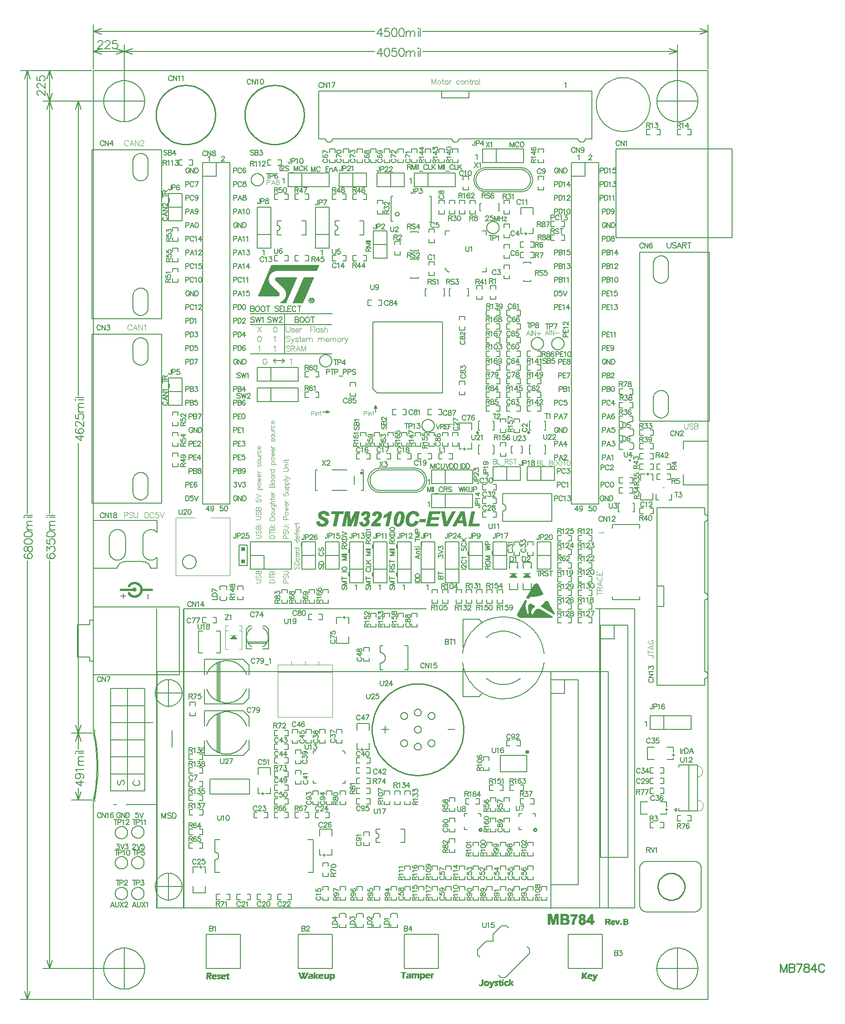
<source format=gbr>
%FSTAX23Y23*%
%MOIN*%
%SFA1B1*%

%IPPOS*%
%ADD10C,0.015000*%
%ADD11R,0.030000X0.030000*%
%ADD73C,0.010000*%
%ADD74C,0.007000*%
%ADD75C,0.008000*%
%ADD76C,0.012000*%
%ADD79C,0.005000*%
%ADD81C,0.006000*%
%ADD114C,0.004000*%
%ADD149C,0.008000*%
%ADD150C,0.004000*%
%ADD151C,0.001000*%
%LNmb784b-1*%
%LPD*%
G54D10*
X0318Y01813D02*
D01*
X03179Y01813*
X03179Y01813*
X03179Y01814*
X03179Y01814*
X03179Y01814*
X03179Y01815*
X03179Y01815*
X03179Y01815*
X03179Y01815*
X03178Y01816*
X03178Y01816*
X03178Y01816*
X03178Y01816*
X03177Y01817*
X03177Y01817*
X03177Y01817*
X03176Y01817*
X03176Y01817*
X03176Y01817*
X03175Y01817*
X03175Y01817*
X03175Y01817*
X03174*
X03174Y01817*
X03174Y01817*
X03173Y01817*
X03173Y01817*
X03173Y01817*
X03172Y01817*
X03172Y01817*
X03172Y01817*
X03171Y01816*
X03171Y01816*
X03171Y01816*
X03171Y01816*
X0317Y01815*
X0317Y01815*
X0317Y01815*
X0317Y01815*
X0317Y01814*
X0317Y01814*
X0317Y01814*
X0317Y01813*
X0317Y01813*
X0317Y01813*
X0317Y01812*
X0317Y01812*
X0317Y01811*
X0317Y01811*
X0317Y01811*
X0317Y0181*
X0317Y0181*
X0317Y0181*
X0317Y0181*
X03171Y01809*
X03171Y01809*
X03171Y01809*
X03171Y01809*
X03172Y01808*
X03172Y01808*
X03172Y01808*
X03173Y01808*
X03173Y01808*
X03173Y01808*
X03174Y01808*
X03174Y01808*
X03174Y01808*
X03175*
X03175Y01808*
X03175Y01808*
X03176Y01808*
X03176Y01808*
X03176Y01808*
X03177Y01808*
X03177Y01808*
X03177Y01808*
X03178Y01809*
X03178Y01809*
X03178Y01809*
X03178Y01809*
X03179Y0181*
X03179Y0181*
X03179Y0181*
X03179Y0181*
X03179Y01811*
X03179Y01811*
X03179Y01811*
X03179Y01812*
X03179Y01812*
X0318Y01813*
X00257Y02975D02*
D01*
X00258Y02972*
X0026Y02969*
X00263Y02966*
X00265Y02964*
X00268Y02961*
X0027Y02959*
X00273Y02957*
X00276Y02956*
X00279Y02954*
X00283Y02953*
X00286Y02952*
X00289Y02951*
X00293Y0295*
X00296Y0295*
X003Y0295*
X00303Y0295*
X00307Y0295*
X0031Y02951*
X00313Y02952*
X00317Y02953*
X0032Y02954*
X00323Y02956*
X00326Y02957*
X00329Y02959*
X00332Y02961*
X00334Y02964*
X00337Y02966*
X00339Y02969*
X00341Y02972*
X00343Y02975*
X00344Y02978*
X00346Y02981*
X00347Y02984*
X00348Y02988*
X00349Y02991*
X00349Y02994*
X00349Y02998*
X00349Y03001*
X00349Y03005*
X00348Y03008*
X00348Y03012*
X00347Y03015*
X00346Y03018*
X00344Y03021*
X00342Y03025*
X00341Y03027*
X00339Y0303*
X00336Y03033*
X00334Y03035*
X00331Y03038*
X00329Y0304*
X00326Y03042*
X00323Y03043*
X0032Y03045*
X00316Y03046*
X00313Y03047*
X0031Y03048*
X00306Y03049*
X00303Y03049*
X00299Y03049*
X00296Y03049*
X00292Y03049*
X00289Y03048*
X00286Y03047*
X00282Y03046*
X00279Y03045*
X00276Y03043*
X00273Y03042*
X0027Y0304*
X00267Y03038*
X00265Y03035*
X00262Y03033*
X0026Y0303*
X00258Y03027*
X00257Y03025*
X002Y03D02*
X00275D01*
X003*
X0035D02*
X00425D01*
G54D11*
X01095Y03295D03*
Y03205D03*
G54D73*
X02815Y0415D02*
D01*
X02814Y0415*
X02814Y0415*
X02814Y04151*
X02814Y04151*
X02814Y04151*
X02814Y04152*
X02814Y04152*
X02814Y04152*
X02814Y04152*
X02813Y04153*
X02813Y04153*
X02813Y04153*
X02813Y04153*
X02812Y04154*
X02812Y04154*
X02812Y04154*
X02811Y04154*
X02811Y04154*
X02811Y04154*
X0281Y04154*
X0281Y04154*
X0281Y04154*
X02809*
X02809Y04154*
X02809Y04154*
X02808Y04154*
X02808Y04154*
X02808Y04154*
X02807Y04154*
X02807Y04154*
X02807Y04154*
X02806Y04153*
X02806Y04153*
X02806Y04153*
X02806Y04153*
X02805Y04152*
X02805Y04152*
X02805Y04152*
X02805Y04152*
X02805Y04151*
X02805Y04151*
X02805Y04151*
X02805Y0415*
X02805Y0415*
X02805Y0415*
X02805Y04149*
X02805Y04149*
X02805Y04148*
X02805Y04148*
X02805Y04148*
X02805Y04147*
X02805Y04147*
X02805Y04147*
X02805Y04147*
X02806Y04146*
X02806Y04146*
X02806Y04146*
X02806Y04146*
X02807Y04145*
X02807Y04145*
X02807Y04145*
X02808Y04145*
X02808Y04145*
X02808Y04145*
X02809Y04145*
X02809Y04145*
X02809Y04145*
X0281*
X0281Y04145*
X0281Y04145*
X02811Y04145*
X02811Y04145*
X02811Y04145*
X02812Y04145*
X02812Y04145*
X02812Y04145*
X02813Y04146*
X02813Y04146*
X02813Y04146*
X02813Y04146*
X02814Y04147*
X02814Y04147*
X02814Y04147*
X02814Y04147*
X02814Y04148*
X02814Y04148*
X02814Y04148*
X02814Y04149*
X02814Y04149*
X02815Y0415*
X01965Y03855D02*
D01*
X01964Y03855*
X01964Y03855*
X01964Y03856*
X01964Y03856*
X01964Y03856*
X01964Y03857*
X01964Y03857*
X01964Y03857*
X01964Y03857*
X01963Y03858*
X01963Y03858*
X01963Y03858*
X01963Y03858*
X01962Y03859*
X01962Y03859*
X01962Y03859*
X01961Y03859*
X01961Y03859*
X01961Y03859*
X0196Y03859*
X0196Y03859*
X0196Y03859*
X01959*
X01959Y03859*
X01959Y03859*
X01958Y03859*
X01958Y03859*
X01958Y03859*
X01957Y03859*
X01957Y03859*
X01957Y03859*
X01956Y03858*
X01956Y03858*
X01956Y03858*
X01956Y03858*
X01955Y03857*
X01955Y03857*
X01955Y03857*
X01955Y03857*
X01955Y03856*
X01955Y03856*
X01955Y03856*
X01955Y03855*
X01955Y03855*
X01955Y03855*
X01955Y03854*
X01955Y03854*
X01955Y03853*
X01955Y03853*
X01955Y03853*
X01955Y03852*
X01955Y03852*
X01955Y03852*
X01955Y03852*
X01956Y03851*
X01956Y03851*
X01956Y03851*
X01956Y03851*
X01957Y0385*
X01957Y0385*
X01957Y0385*
X01958Y0385*
X01958Y0385*
X01958Y0385*
X01959Y0385*
X01959Y0385*
X01959Y0385*
X0196*
X0196Y0385*
X0196Y0385*
X01961Y0385*
X01961Y0385*
X01961Y0385*
X01962Y0385*
X01962Y0385*
X01962Y0385*
X01963Y03851*
X01963Y03851*
X01963Y03851*
X01963Y03851*
X01964Y03852*
X01964Y03852*
X01964Y03852*
X01964Y03852*
X01964Y03853*
X01964Y03853*
X01964Y03853*
X01964Y03854*
X01964Y03854*
X01965Y03855*
X04328Y00825D02*
D01*
X04327Y00831*
X04327Y00838*
X04325Y00845*
X04324Y00852*
X04322Y00858*
X04319Y00864*
X04316Y00871*
X04313Y00876*
X04309Y00882*
X04305Y00887*
X043Y00893*
X04295Y00897*
X0429Y00902*
X04284Y00906*
X04279Y00909*
X04272Y00913*
X04266Y00915*
X0426Y00918*
X04253Y0092*
X04247Y00921*
X0424Y00922*
X04233Y00922*
X04226*
X04219Y00922*
X04212Y00921*
X04206Y0092*
X04199Y00918*
X04193Y00915*
X04187Y00913*
X04181Y00909*
X04175Y00906*
X04169Y00902*
X04164Y00897*
X04159Y00893*
X04154Y00887*
X0415Y00882*
X04146Y00876*
X04143Y00871*
X0414Y00864*
X04137Y00858*
X04135Y00852*
X04134Y00845*
X04132Y00838*
X04132Y00831*
X04132Y00825*
X04132Y00818*
X04132Y00811*
X04134Y00804*
X04135Y00797*
X04137Y00791*
X0414Y00785*
X04143Y00778*
X04146Y00773*
X0415Y00767*
X04154Y00762*
X04159Y00756*
X04164Y00752*
X04169Y00747*
X04175Y00743*
X04181Y0074*
X04187Y00736*
X04193Y00734*
X04199Y00731*
X04206Y00729*
X04212Y00728*
X04219Y00727*
X04226Y00727*
X04233*
X0424Y00727*
X04247Y00728*
X04253Y00729*
X0426Y00731*
X04266Y00734*
X04272Y00736*
X04279Y0074*
X04284Y00743*
X0429Y00747*
X04295Y00752*
X043Y00756*
X04305Y00762*
X04309Y00767*
X04313Y00773*
X04316Y00778*
X04319Y00785*
X04322Y00791*
X04324Y00797*
X04325Y00804*
X04327Y00811*
X04327Y00818*
X04328Y00825*
X03243Y01242D02*
D01*
X03242Y01242*
X03242Y01243*
X03242Y01244*
X03242Y01244*
X03242Y01245*
X03242Y01246*
X03241Y01246*
X03241Y01247*
X03241Y01247*
X0324Y01248*
X0324Y01248*
X03239Y01249*
X03239Y01249*
X03238Y0125*
X03238Y0125*
X03237Y0125*
X03236Y01251*
X03236Y01251*
X03235Y01251*
X03234Y01251*
X03234Y01251*
X03233Y01251*
X03232*
X03231Y01251*
X03231Y01251*
X0323Y01251*
X03229Y01251*
X03229Y01251*
X03228Y0125*
X03228Y0125*
X03227Y0125*
X03226Y01249*
X03226Y01249*
X03225Y01248*
X03225Y01248*
X03224Y01247*
X03224Y01247*
X03224Y01246*
X03223Y01246*
X03223Y01245*
X03223Y01244*
X03223Y01244*
X03223Y01243*
X03223Y01242*
X03223Y01242*
X03223Y01241*
X03223Y0124*
X03223Y01239*
X03223Y01239*
X03223Y01238*
X03223Y01237*
X03224Y01237*
X03224Y01236*
X03224Y01236*
X03225Y01235*
X03225Y01235*
X03226Y01234*
X03226Y01234*
X03227Y01233*
X03228Y01233*
X03228Y01233*
X03229Y01232*
X03229Y01232*
X0323Y01232*
X03231Y01232*
X03231Y01232*
X03232Y01232*
X03233*
X03234Y01232*
X03234Y01232*
X03235Y01232*
X03236Y01232*
X03236Y01232*
X03237Y01233*
X03238Y01233*
X03238Y01233*
X03239Y01234*
X03239Y01234*
X0324Y01235*
X0324Y01235*
X03241Y01236*
X03241Y01236*
X03241Y01237*
X03242Y01237*
X03242Y01238*
X03242Y01239*
X03242Y01239*
X03242Y0124*
X03242Y01241*
X03243Y01242*
X0319Y0415D02*
D01*
X03189Y0415*
X03189Y0415*
X03189Y04151*
X03189Y04151*
X03189Y04151*
X03189Y04152*
X03189Y04152*
X03189Y04152*
X03189Y04152*
X03188Y04153*
X03188Y04153*
X03188Y04153*
X03188Y04153*
X03187Y04154*
X03187Y04154*
X03187Y04154*
X03186Y04154*
X03186Y04154*
X03186Y04154*
X03185Y04154*
X03185Y04154*
X03185Y04154*
X03184*
X03184Y04154*
X03184Y04154*
X03183Y04154*
X03183Y04154*
X03183Y04154*
X03182Y04154*
X03182Y04154*
X03182Y04154*
X03181Y04153*
X03181Y04153*
X03181Y04153*
X03181Y04153*
X0318Y04152*
X0318Y04152*
X0318Y04152*
X0318Y04152*
X0318Y04151*
X0318Y04151*
X0318Y04151*
X0318Y0415*
X0318Y0415*
X0318Y0415*
X0318Y04149*
X0318Y04149*
X0318Y04148*
X0318Y04148*
X0318Y04148*
X0318Y04147*
X0318Y04147*
X0318Y04147*
X0318Y04147*
X03181Y04146*
X03181Y04146*
X03181Y04146*
X03181Y04146*
X03182Y04145*
X03182Y04145*
X03182Y04145*
X03183Y04145*
X03183Y04145*
X03183Y04145*
X03184Y04145*
X03184Y04145*
X03184Y04145*
X03185*
X03185Y04145*
X03185Y04145*
X03186Y04145*
X03186Y04145*
X03186Y04145*
X03187Y04145*
X03187Y04145*
X03187Y04145*
X03188Y04146*
X03188Y04146*
X03188Y04146*
X03188Y04146*
X03189Y04147*
X03189Y04147*
X03189Y04147*
X03189Y04147*
X03189Y04148*
X03189Y04148*
X03189Y04148*
X03189Y04149*
X03189Y04149*
X0319Y0415*
X01542Y06475D02*
D01*
X01541Y0649*
X01539Y06505*
X01537Y0652*
X01533Y06534*
X01528Y06549*
X01523Y06563*
X01516Y06576*
X01509Y06589*
X015Y06602*
X01491Y06614*
X01481Y06625*
X0147Y06636*
X01458Y06645*
X01446Y06654*
X01433Y06662*
X0142Y0667*
X01406Y06676*
X01392Y06681*
X01377Y06685*
X01362Y06688*
X01347Y0669*
X01332Y06691*
X01317*
X01302Y0669*
X01287Y06688*
X01272Y06685*
X01257Y06681*
X01243Y06676*
X01229Y0667*
X01216Y06662*
X01203Y06654*
X01191Y06645*
X01179Y06636*
X01168Y06625*
X01158Y06614*
X01149Y06602*
X0114Y06589*
X01133Y06576*
X01126Y06563*
X01121Y06549*
X01116Y06534*
X01112Y0652*
X0111Y06505*
X01108Y0649*
X01108Y06475*
X01108Y06459*
X0111Y06444*
X01112Y06429*
X01116Y06415*
X01121Y064*
X01126Y06386*
X01133Y06373*
X0114Y0636*
X01149Y06347*
X01158Y06335*
X01168Y06324*
X01179Y06313*
X01191Y06304*
X01203Y06295*
X01216Y06287*
X01229Y06279*
X01243Y06273*
X01257Y06268*
X01272Y06264*
X01287Y06261*
X01302Y06259*
X01317Y06258*
X01332*
X01347Y06259*
X01362Y06261*
X01377Y06264*
X01392Y06268*
X01406Y06273*
X0142Y06279*
X01433Y06287*
X01446Y06295*
X01458Y06304*
X0147Y06313*
X01481Y06324*
X01491Y06335*
X015Y06347*
X01509Y0636*
X01516Y06373*
X01523Y06386*
X01528Y064*
X01533Y06415*
X01537Y06429*
X01539Y06444*
X01541Y06459*
X01542Y06475*
X00892D02*
D01*
X00891Y0649*
X00889Y06505*
X00887Y0652*
X00883Y06534*
X00878Y06549*
X00873Y06563*
X00866Y06576*
X00859Y06589*
X0085Y06602*
X00841Y06614*
X00831Y06625*
X0082Y06636*
X00808Y06645*
X00796Y06654*
X00783Y06662*
X0077Y0667*
X00756Y06676*
X00742Y06681*
X00727Y06685*
X00712Y06688*
X00697Y0669*
X00682Y06691*
X00667*
X00652Y0669*
X00637Y06688*
X00622Y06685*
X00607Y06681*
X00593Y06676*
X00579Y0667*
X00566Y06662*
X00553Y06654*
X00541Y06645*
X00529Y06636*
X00518Y06625*
X00508Y06614*
X00499Y06602*
X0049Y06589*
X00483Y06576*
X00476Y06563*
X00471Y06549*
X00466Y06534*
X00462Y0652*
X0046Y06505*
X00458Y0649*
X00458Y06475*
X00458Y06459*
X0046Y06444*
X00462Y06429*
X00466Y06415*
X00471Y064*
X00476Y06386*
X00483Y06373*
X0049Y0636*
X00499Y06347*
X00508Y06335*
X00518Y06324*
X00529Y06313*
X00541Y06304*
X00553Y06295*
X00566Y06287*
X00579Y06279*
X00593Y06273*
X00607Y06268*
X00622Y06264*
X00637Y06261*
X00652Y06259*
X00667Y06258*
X00682*
X00697Y06259*
X00712Y06261*
X00727Y06264*
X00742Y06268*
X00756Y06273*
X0077Y06279*
X00783Y06287*
X00796Y06295*
X00808Y06304*
X0082Y06313*
X00831Y06324*
X00841Y06335*
X0085Y06347*
X00859Y0636*
X00866Y06373*
X00873Y06386*
X00878Y064*
X00883Y06415*
X00887Y06429*
X00889Y06444*
X00891Y06459*
X00892Y06475*
X02843Y01242D02*
D01*
X02842Y01242*
X02842Y01243*
X02842Y01244*
X02842Y01244*
X02842Y01245*
X02842Y01246*
X02841Y01246*
X02841Y01247*
X02841Y01247*
X0284Y01248*
X0284Y01248*
X02839Y01249*
X02839Y01249*
X02838Y0125*
X02838Y0125*
X02837Y0125*
X02836Y01251*
X02836Y01251*
X02835Y01251*
X02834Y01251*
X02834Y01251*
X02833Y01251*
X02832*
X02831Y01251*
X02831Y01251*
X0283Y01251*
X02829Y01251*
X02829Y01251*
X02828Y0125*
X02828Y0125*
X02827Y0125*
X02826Y01249*
X02826Y01249*
X02825Y01248*
X02825Y01248*
X02824Y01247*
X02824Y01247*
X02824Y01246*
X02823Y01246*
X02823Y01245*
X02823Y01244*
X02823Y01244*
X02823Y01243*
X02823Y01242*
X02823Y01242*
X02823Y01241*
X02823Y0124*
X02823Y01239*
X02823Y01239*
X02823Y01238*
X02823Y01237*
X02824Y01237*
X02824Y01236*
X02824Y01236*
X02825Y01235*
X02825Y01235*
X02826Y01234*
X02826Y01234*
X02827Y01233*
X02828Y01233*
X02828Y01233*
X02829Y01232*
X02829Y01232*
X0283Y01232*
X02831Y01232*
X02831Y01232*
X02832Y01232*
X02833*
X02834Y01232*
X02834Y01232*
X02835Y01232*
X02836Y01232*
X02836Y01232*
X02837Y01233*
X02838Y01233*
X02838Y01233*
X02839Y01234*
X02839Y01234*
X0284Y01235*
X0284Y01235*
X02841Y01236*
X02841Y01236*
X02841Y01237*
X02842Y01237*
X02842Y01238*
X02842Y01239*
X02842Y01239*
X02842Y0124*
X02842Y01241*
X02843Y01242*
X0271Y01975D02*
D01*
X02709Y01998*
X02706Y02021*
X02702Y02044*
X02697Y02067*
X02689Y02089*
X02681Y02111*
X0267Y02132*
X02659Y02152*
X02646Y02171*
X02631Y0219*
X02615Y02207*
X02599Y02223*
X02581Y02238*
X02562Y02252*
X02542Y02265*
X02521Y02276*
X025Y02285*
X02478Y02293*
X02456Y023*
X02433Y02304*
X0241Y02308*
X02386Y02309*
X02363*
X02339Y02308*
X02316Y02304*
X02293Y023*
X02271Y02293*
X02249Y02285*
X02228Y02276*
X02207Y02265*
X02187Y02252*
X02168Y02238*
X0215Y02223*
X02134Y02207*
X02118Y0219*
X02103Y02171*
X0209Y02152*
X02079Y02132*
X02068Y02111*
X0206Y02089*
X02052Y02067*
X02047Y02044*
X02043Y02021*
X0204Y01998*
X0204Y01975*
X0204Y01951*
X02043Y01928*
X02047Y01905*
X02052Y01882*
X0206Y0186*
X02068Y01838*
X02079Y01817*
X0209Y01797*
X02103Y01778*
X02118Y01759*
X02134Y01742*
X0215Y01726*
X02168Y01711*
X02187Y01697*
X02207Y01684*
X02228Y01673*
X02249Y01664*
X02271Y01656*
X02293Y01649*
X02316Y01645*
X02339Y01641*
X02363Y0164*
X02386*
X0241Y01641*
X02433Y01645*
X02456Y01649*
X02478Y01656*
X025Y01664*
X02521Y01673*
X02542Y01684*
X02562Y01697*
X02581Y01711*
X02599Y01726*
X02615Y01742*
X02631Y01759*
X02646Y01778*
X02659Y01797*
X0267Y01817*
X02681Y01838*
X02689Y0186*
X02697Y01882*
X02702Y01905*
X02706Y01928*
X02709Y01951*
X0271Y01975*
X0503Y0026D02*
Y002D01*
Y0026D02*
X05053Y002D01*
X05076Y0026D02*
X05053Y002D01*
X05076Y0026D02*
Y002D01*
X05093Y0026D02*
Y002D01*
Y0026D02*
X05119D01*
X05127Y00257*
X0513Y00254*
X05133Y00249*
Y00243*
X0513Y00237*
X05127Y00234*
X05119Y00231*
X05093D02*
X05119D01*
X05127Y00229*
X0513Y00226*
X05133Y0022*
Y00211*
X0513Y00206*
X05127Y00203*
X05119Y002*
X05093*
X05186Y0026D02*
X05158Y002D01*
X05146Y0026D02*
X05186D01*
X05214D02*
X05205Y00257D01*
X05203Y00251*
Y00246*
X05205Y0024*
X05211Y00237*
X05223Y00234*
X05231Y00231*
X05237Y00226*
X0524Y0022*
Y00211*
X05237Y00206*
X05234Y00203*
X05225Y002*
X05214*
X05205Y00203*
X05203Y00206*
X052Y00211*
Y0022*
X05203Y00226*
X05208Y00231*
X05217Y00234*
X05228Y00237*
X05234Y0024*
X05237Y00246*
Y00251*
X05234Y00257*
X05225Y0026*
X05214*
X05282D02*
X05253Y0022D01*
X05296*
X05282Y0026D02*
Y002D01*
X05349Y00246D02*
X05347Y00251D01*
X05341Y00257*
X05335Y0026*
X05324*
X05318Y00257*
X05312Y00251*
X05309Y00246*
X05307Y00237*
Y00223*
X05309Y00214*
X05312Y00209*
X05318Y00203*
X05324Y002*
X05335*
X05341Y00203*
X05347Y00209*
X05349Y00214*
X0503Y0026D02*
Y002D01*
Y0026D02*
X05053Y002D01*
X05076Y0026D02*
X05053Y002D01*
X05076Y0026D02*
Y002D01*
X05093Y0026D02*
Y002D01*
Y0026D02*
X05119D01*
X05127Y00257*
X0513Y00254*
X05133Y00249*
Y00243*
X0513Y00237*
X05127Y00234*
X05119Y00231*
X05093D02*
X05119D01*
X05127Y00229*
X0513Y00226*
X05133Y0022*
Y00211*
X0513Y00206*
X05127Y00203*
X05119Y002*
X05093*
X05186Y0026D02*
X05158Y002D01*
X05146Y0026D02*
X05186D01*
X05214D02*
X05205Y00257D01*
X05203Y00251*
Y00246*
X05205Y0024*
X05211Y00237*
X05223Y00234*
X05231Y00231*
X05237Y00226*
X0524Y0022*
Y00211*
X05237Y00206*
X05234Y00203*
X05225Y002*
X05214*
X05205Y00203*
X05203Y00206*
X052Y00211*
Y0022*
X05203Y00226*
X05208Y00231*
X05217Y00234*
X05228Y00237*
X05234Y0024*
X05237Y00246*
Y00251*
X05234Y00257*
X05225Y0026*
X05214*
X05282D02*
X05253Y0022D01*
X05296*
X05282Y0026D02*
Y002D01*
X05349Y00246D02*
X05347Y00251D01*
X05341Y00257*
X05335Y0026*
X05324*
X05318Y00257*
X05312Y00251*
X05309Y00246*
X05307Y00237*
Y00223*
X05309Y00214*
X05312Y00209*
X05318Y00203*
X05324Y002*
X05335*
X05341Y00203*
X05347Y00209*
X05349Y00214*
G54D74*
X04075Y0655D02*
D01*
X04074Y06563*
X04073Y06577*
X0407Y0659*
X04067Y06604*
X04063Y06617*
X04057Y0663*
X04051Y06642*
X04045Y06654*
X04037Y06665*
X04028Y06676*
X04019Y06686*
X04009Y06696*
X03999Y06705*
X03988Y06713*
X03976Y0672*
X03964Y06727*
X03951Y06732*
X03938Y06737*
X03925Y06741*
X03912Y06744*
X03898Y06745*
X03884Y06746*
X03871*
X03857Y06745*
X03843Y06744*
X0383Y06741*
X03817Y06737*
X03804Y06732*
X03791Y06727*
X03779Y0672*
X03767Y06713*
X03756Y06705*
X03746Y06696*
X03736Y06686*
X03727Y06676*
X03718Y06665*
X0371Y06654*
X03704Y06642*
X03698Y0663*
X03692Y06617*
X03688Y06604*
X03685Y0659*
X03682Y06577*
X03681Y06563*
X03681Y0655*
X03681Y06536*
X03682Y06522*
X03685Y06509*
X03688Y06495*
X03692Y06482*
X03698Y06469*
X03704Y06457*
X0371Y06445*
X03718Y06434*
X03727Y06423*
X03736Y06413*
X03746Y06403*
X03756Y06394*
X03767Y06386*
X03779Y06379*
X03791Y06372*
X03804Y06367*
X03817Y06362*
X0383Y06358*
X03843Y06355*
X03857Y06354*
X03871Y06353*
X03884*
X03898Y06354*
X03912Y06355*
X03925Y06358*
X03938Y06362*
X03951Y06367*
X03964Y06372*
X03976Y06379*
X03988Y06386*
X03999Y06394*
X04009Y06403*
X04019Y06413*
X04028Y06423*
X04037Y06434*
X04045Y06445*
X04051Y06457*
X04057Y06469*
X04063Y06482*
X04067Y06495*
X0407Y06509*
X04073Y06522*
X04074Y06536*
X04075Y0655*
X02875Y0235D02*
D01*
X02885Y02341*
X02897Y02334*
X02908Y02327*
X02921Y02321*
X02933Y02316*
X02946Y02312*
X0296Y02308*
X02973Y02306*
X02987Y02305*
X03Y02304*
X03014Y02305*
X03027Y02306*
X03041Y02309*
X03054Y02312*
X03067Y02316*
X0308Y02321*
X03092Y02327*
X03104Y02334*
X03115Y02342*
X03125Y0235*
Y0265D02*
D01*
X03114Y02658*
X03102Y02665*
X03091Y02672*
X03078Y02678*
X03066Y02683*
X03053Y02687*
X03039Y02691*
X03026Y02693*
X03012Y02694*
X02999Y02695*
X02985Y02694*
X02972Y02693*
X02958Y0269*
X02945Y02687*
X02932Y02683*
X02919Y02678*
X02907Y02672*
X02895Y02665*
X02884Y02657*
X02875Y0265*
X03Y028D02*
D01*
X02979Y02799*
X02958Y02797*
X02937Y02793*
X02917Y02788*
X02897Y02781*
X02877Y02774*
X02859Y02764*
X02841Y02754*
X02823Y02742*
X02807Y02729*
X02791Y02715*
X02777Y027*
X02763Y02684*
X02751Y02667*
X0274Y02649*
X0273Y02631*
X02721Y02612*
X02714Y02592*
X02708Y02572*
X02704Y02552*
X02702Y02533*
X03298D02*
D01*
X03294Y02553*
X0329Y02574*
X03284Y02594*
X03277Y02613*
X03268Y02632*
X03258Y02651*
X03247Y02669*
X03235Y02685*
X03221Y02701*
X03207Y02716*
X03191Y0273*
X03174Y02743*
X03157Y02755*
X03139Y02765*
X0312Y02774*
X031Y02782*
X03081Y02788*
X0306Y02793*
X0304Y02797*
X03019Y02799*
X03Y028*
X02702Y02467D02*
D01*
X02705Y02446*
X02709Y02425*
X02715Y02405*
X02722Y02386*
X02731Y02367*
X02741Y02348*
X02752Y0233*
X02764Y02314*
X02778Y02298*
X02792Y02283*
X02808Y02269*
X02825Y02256*
X02842Y02244*
X0286Y02234*
X02879Y02225*
X02899Y02217*
X02918Y02211*
X02939Y02206*
X02959Y02202*
X0298Y022*
X03001Y022*
X03022Y02201*
X03043Y02203*
X03063Y02207*
X03084Y02212*
X03104Y02218*
X03123Y02226*
X03142Y02236*
X0316Y02246*
X03177Y02258*
X03193Y02271*
X03209Y02285*
X03223Y023*
X03237Y02316*
X03249Y02333*
X0326Y02351*
X0327Y0237*
X03278Y02389*
X03285Y02408*
X03291Y02429*
X03295Y02449*
X03298Y02467*
X0315Y03115D02*
X032D01*
X0315Y0309D02*
X03175Y03115D01*
X0315Y0309D02*
X032D01*
X03175Y03115D02*
X032Y0309D01*
X03168Y03107D02*
X03182D01*
X03163Y03103D02*
X03187D01*
X0316Y031D02*
X0319D01*
X03158Y03098D02*
X03192D01*
X03156Y03096D02*
X03194D01*
Y03092D02*
Y03096D01*
X03153Y03092D02*
X03194D01*
X03167Y03106D02*
X03183D01*
X03174Y03103D02*
Y03115D01*
X03177Y03097D02*
Y03115D01*
X0305D02*
X031D01*
X0305Y0309D02*
X03075Y03115D01*
X0305Y0309D02*
X031D01*
X03075Y03115D02*
X031Y0309D01*
X03068Y03107D02*
X03082D01*
X03063Y03103D02*
X03087D01*
X0306Y031D02*
X0309D01*
X03058Y03098D02*
X03092D01*
X03056Y03096D02*
X03094D01*
Y03092D02*
Y03096D01*
X03053Y03092D02*
X03094D01*
X03067Y03106D02*
X03083D01*
X03074Y03103D02*
Y03115D01*
X03077Y03097D02*
Y03115D01*
X02823Y02783D02*
X02846Y0276D01*
X02823Y02217D02*
X02845Y02239D01*
X02705Y02217D02*
X02823D01*
X02705D02*
Y02421D01*
Y02783D02*
X02823D01*
X02705Y02579D02*
Y02783D01*
G54D75*
X00182Y01603D02*
X00177Y01599D01*
X00175Y01591*
Y01582*
X00177Y01575*
X00182Y0157*
X00187*
X00192Y01572*
X00194Y01575*
X00196Y0158*
X00201Y01594*
X00204Y01599*
X00206Y01601*
X00211Y01603*
X00218*
X00223Y01599*
X00225Y01591*
Y01582*
X00223Y01575*
X00218Y0157*
X00302Y01601D02*
X00297Y01598D01*
X00292Y01594*
X0029Y01589*
Y01579*
X00292Y01575*
X00297Y0157*
X00302Y01567*
X00309Y01565*
X00321*
X00328Y01567*
X00333Y0157*
X00338Y01575*
X0034Y01579*
Y01589*
X00338Y01594*
X00333Y01598*
X00328Y01601*
G54D76*
X003Y03008D02*
D01*
X00299Y03007*
X00298Y03007*
X00298Y03007*
X00297Y03007*
X00297Y03007*
X00296Y03007*
X00296Y03007*
X00295Y03006*
X00295Y03006*
X00294Y03006*
X00294Y03005*
X00294Y03005*
X00293Y03004*
X00293Y03004*
X00293Y03004*
X00292Y03003*
X00292Y03002*
X00292Y03002*
X00292Y03001*
X00292Y03001*
X00292Y03*
X00292Y03*
Y02999*
X00292Y02999*
X00292Y02998*
X00292Y02998*
X00292Y02997*
X00292Y02997*
X00292Y02996*
X00293Y02996*
X00293Y02995*
X00293Y02995*
X00294Y02994*
X00294Y02994*
X00294Y02993*
X00295Y02993*
X00295Y02993*
X00296Y02992*
X00296Y02992*
X00297Y02992*
X00297Y02992*
X00298Y02992*
X00298Y02992*
X00299Y02992*
X003Y02992*
X003Y02992*
X00301Y02992*
X00301Y02992*
X00302Y02992*
X00302Y02992*
X00303Y02992*
X00303Y02992*
X00304Y02993*
X00304Y02993*
X00305Y02993*
X00305Y02994*
X00305Y02994*
X00306Y02995*
X00306Y02995*
X00306Y02996*
X00307Y02996*
X00307Y02997*
X00307Y02997*
X00307Y02998*
X00307Y02998*
X00307Y02999*
X00307Y02999*
Y03*
X00307Y03*
X00307Y03001*
X00307Y03001*
X00307Y03002*
X00307Y03002*
X00307Y03003*
X00306Y03004*
X00306Y03004*
X00306Y03004*
X00305Y03005*
X00305Y03005*
X00305Y03006*
X00304Y03006*
X00304Y03006*
X00304Y03007*
G54D79*
X03445Y048D02*
D01*
X03444Y04803*
X03444Y04806*
X03444Y04809*
X03443Y04812*
X03442Y04815*
X03441Y04818*
X03439Y04821*
X03438Y04823*
X03436Y04826*
X03434Y04828*
X03432Y04831*
X0343Y04833*
X03427Y04835*
X03425Y04837*
X03422Y04838*
X03419Y0484*
X03416Y04841*
X03413Y04842*
X0341Y04843*
X03407Y04844*
X03404Y04844*
X03401Y04844*
X03398*
X03395Y04844*
X03392Y04844*
X03389Y04843*
X03386Y04842*
X03383Y04841*
X0338Y0484*
X03377Y04838*
X03374Y04837*
X03372Y04835*
X03369Y04833*
X03367Y04831*
X03365Y04828*
X03363Y04826*
X03361Y04823*
X0336Y04821*
X03358Y04818*
X03357Y04815*
X03356Y04812*
X03355Y04809*
X03355Y04806*
X03355Y04803*
X03355Y048*
X03355Y04796*
X03355Y04793*
X03355Y0479*
X03356Y04787*
X03357Y04784*
X03358Y04781*
X0336Y04778*
X03361Y04776*
X03363Y04773*
X03365Y04771*
X03367Y04768*
X03369Y04766*
X03372Y04764*
X03374Y04762*
X03377Y04761*
X0338Y04759*
X03383Y04758*
X03386Y04757*
X03389Y04756*
X03392Y04755*
X03395Y04755*
X03398Y04755*
X03401*
X03404Y04755*
X03407Y04755*
X0341Y04756*
X03413Y04757*
X03416Y04758*
X03419Y04759*
X03422Y04761*
X03425Y04762*
X03427Y04764*
X0343Y04766*
X03432Y04768*
X03434Y04771*
X03436Y04773*
X03438Y04776*
X03439Y04778*
X03441Y04781*
X03442Y04784*
X03443Y04787*
X03444Y0479*
X03444Y04793*
X03444Y04796*
X03445Y048*
X03295D02*
D01*
X03294Y04803*
X03294Y04806*
X03294Y04809*
X03293Y04812*
X03292Y04815*
X03291Y04818*
X03289Y04821*
X03288Y04823*
X03286Y04826*
X03284Y04828*
X03282Y04831*
X0328Y04833*
X03277Y04835*
X03275Y04837*
X03272Y04838*
X03269Y0484*
X03266Y04841*
X03263Y04842*
X0326Y04843*
X03257Y04844*
X03254Y04844*
X03251Y04844*
X03248*
X03245Y04844*
X03242Y04844*
X03239Y04843*
X03236Y04842*
X03233Y04841*
X0323Y0484*
X03227Y04838*
X03224Y04837*
X03222Y04835*
X03219Y04833*
X03217Y04831*
X03215Y04828*
X03213Y04826*
X03211Y04823*
X0321Y04821*
X03208Y04818*
X03207Y04815*
X03206Y04812*
X03205Y04809*
X03205Y04806*
X03205Y04803*
X03205Y048*
X03205Y04796*
X03205Y04793*
X03205Y0479*
X03206Y04787*
X03207Y04784*
X03208Y04781*
X0321Y04778*
X03211Y04776*
X03213Y04773*
X03215Y04771*
X03217Y04768*
X03219Y04766*
X03222Y04764*
X03224Y04762*
X03227Y04761*
X0323Y04759*
X03233Y04758*
X03236Y04757*
X03239Y04756*
X03242Y04755*
X03245Y04755*
X03248Y04755*
X03251*
X03254Y04755*
X03257Y04755*
X0326Y04756*
X03263Y04757*
X03266Y04758*
X03269Y04759*
X03272Y04761*
X03275Y04762*
X03277Y04764*
X0328Y04766*
X03282Y04768*
X03284Y04771*
X03286Y04773*
X03288Y04776*
X03289Y04778*
X03291Y04781*
X03292Y04784*
X03293Y04787*
X03294Y0479*
X03294Y04793*
X03294Y04796*
X03295Y048*
X02996Y03575D02*
D01*
X02997Y03575*
X02999Y03575*
X03001Y03575*
X03002Y03575*
X03004Y03576*
X03006Y03577*
X03007Y03577*
X03009Y03578*
X0301Y03579*
X03012Y0358*
X03013Y03582*
X03014Y03583*
X03015Y03584*
X03016Y03586*
X03017Y03587*
X03018Y03589*
X03019Y0359*
X03019Y03592*
X0302Y03593*
X0302Y03595*
X0302Y03597*
X0302Y03599*
Y036*
X0302Y03602*
X0302Y03604*
X0302Y03606*
X03019Y03607*
X03019Y03609*
X03018Y0361*
X03017Y03612*
X03016Y03613*
X03015Y03615*
X03014Y03616*
X03013Y03617*
X03012Y03619*
X0301Y0362*
X03009Y03621*
X03007Y03622*
X03006Y03622*
X03004Y03623*
X03002Y03624*
X03001Y03624*
X02999Y03624*
X02997Y03624*
X02996Y03625*
X01745Y04675D02*
D01*
X01744Y04678*
X01744Y04681*
X01744Y04684*
X01743Y04687*
X01742Y0469*
X01741Y04693*
X01739Y04696*
X01738Y04698*
X01736Y04701*
X01734Y04703*
X01732Y04706*
X0173Y04708*
X01727Y0471*
X01725Y04712*
X01722Y04713*
X01719Y04715*
X01716Y04716*
X01713Y04717*
X0171Y04718*
X01707Y04719*
X01704Y04719*
X01701Y04719*
X01698*
X01695Y04719*
X01692Y04719*
X01689Y04718*
X01686Y04717*
X01683Y04716*
X0168Y04715*
X01677Y04713*
X01674Y04712*
X01672Y0471*
X01669Y04708*
X01667Y04706*
X01665Y04703*
X01663Y04701*
X01661Y04698*
X0166Y04696*
X01658Y04693*
X01657Y0469*
X01656Y04687*
X01655Y04684*
X01655Y04681*
X01655Y04678*
X01655Y04675*
X01655Y04671*
X01655Y04668*
X01655Y04665*
X01656Y04662*
X01657Y04659*
X01658Y04656*
X0166Y04653*
X01661Y04651*
X01663Y04648*
X01665Y04646*
X01667Y04643*
X01669Y04641*
X01672Y04639*
X01674Y04637*
X01677Y04636*
X0168Y04634*
X01683Y04633*
X01686Y04632*
X01689Y04631*
X01692Y0463*
X01695Y0463*
X01698Y0463*
X01701*
X01704Y0463*
X01707Y0463*
X0171Y04631*
X01713Y04632*
X01716Y04633*
X01719Y04634*
X01722Y04636*
X01725Y04637*
X01727Y04639*
X0173Y04641*
X01732Y04643*
X01734Y04646*
X01736Y04648*
X01738Y04651*
X01739Y04653*
X01741Y04656*
X01742Y04659*
X01743Y04662*
X01744Y04665*
X01744Y04668*
X01744Y04671*
X01745Y04675*
X02098Y02461D02*
D01*
X021Y02461*
X02103Y02461*
X02106Y02461*
X02108Y02462*
X02111Y02463*
X02113Y02464*
X02116Y02465*
X02118Y02466*
X0212Y02468*
X02123Y0247*
X02125Y02471*
X02126Y02473*
X02128Y02475*
X0213Y02478*
X02131Y0248*
X02133Y02482*
X02134Y02485*
X02135Y02487*
X02135Y0249*
X02136Y02493*
X02136Y02495*
X02136Y02498*
Y02501*
X02136Y02504*
X02136Y02506*
X02135Y02509*
X02135Y02512*
X02134Y02514*
X02133Y02517*
X02131Y02519*
X0213Y02521*
X02128Y02524*
X02126Y02526*
X02125Y02528*
X02123Y02529*
X0212Y02531*
X02118Y02533*
X02116Y02534*
X02113Y02535*
X02111Y02536*
X02108Y02537*
X02106Y02538*
X02103Y02538*
X021Y02538*
X02098Y02539*
X00752Y03202D02*
D01*
X00751Y03205*
X00751Y03208*
X0075Y03212*
X0075Y03215*
X00748Y03219*
X00747Y03222*
X00746Y03225*
X00744Y03228*
X00742Y03231*
X0074Y03234*
X00737Y03236*
X00735Y03239*
X00732Y03241*
X00729Y03243*
X00727Y03245*
X00723Y03246*
X0072Y03248*
X00717Y03249*
X00714Y0325*
X0071Y03251*
X00707Y03251*
X00703Y03251*
X007*
X00696Y03251*
X00693Y03251*
X00689Y0325*
X00686Y03249*
X00683Y03248*
X0068Y03246*
X00677Y03245*
X00674Y03243*
X00671Y03241*
X00668Y03239*
X00666Y03236*
X00663Y03234*
X00661Y03231*
X00659Y03228*
X00657Y03225*
X00656Y03222*
X00655Y03219*
X00653Y03215*
X00653Y03212*
X00652Y03208*
X00652Y03205*
X00652Y03202*
X00652Y03198*
X00652Y03195*
X00653Y03191*
X00653Y03188*
X00655Y03184*
X00656Y03181*
X00657Y03178*
X00659Y03175*
X00661Y03172*
X00663Y03169*
X00666Y03167*
X00668Y03164*
X00671Y03162*
X00674Y0316*
X00677Y03158*
X0068Y03157*
X00683Y03155*
X00686Y03154*
X00689Y03153*
X00693Y03152*
X00696Y03152*
X007Y03152*
X00703*
X00707Y03152*
X0071Y03152*
X00714Y03153*
X00717Y03154*
X0072Y03155*
X00723Y03157*
X00727Y03158*
X00729Y0316*
X00732Y03162*
X00735Y03164*
X00737Y03167*
X0074Y03169*
X00742Y03172*
X00744Y03175*
X00746Y03178*
X00747Y03181*
X00748Y03184*
X0075Y03188*
X0075Y03191*
X00751Y03195*
X00751Y03198*
X00752Y03202*
X0124Y02581D02*
D01*
X01244Y02583*
X01249Y02587*
X01253Y0259*
X01257Y02594*
X01261Y02598*
X01264Y02603*
X01267Y02607*
X0127Y02612*
X01272Y02617*
X01274Y02622*
X01276Y02628*
X01278Y02633*
X01278Y02639*
X01279Y02644*
X01279Y0265*
X01279Y02655*
X01278Y02661*
X01277Y02666*
X01276Y02672*
X01274Y02677*
X01272Y02682*
X0127Y02687*
X01267Y02692*
X01264Y02696*
X01261Y02701*
X01257Y02705*
X01253Y02709*
X01248Y02712*
X01244Y02716*
X0124Y02719*
X0116D02*
D01*
X01155Y02716*
X0115Y02712*
X01146Y02709*
X01142Y02705*
X01138Y02701*
X01135Y02696*
X01132Y02692*
X01129Y02687*
X01127Y02682*
X01125Y02677*
X01123Y02671*
X01121Y02666*
X01121Y0266*
X0112Y02655*
X0112Y02649*
X0112Y02644*
X01121Y02638*
X01122Y02633*
X01123Y02627*
X01125Y02622*
X01127Y02617*
X01129Y02612*
X01132Y02607*
X01135Y02603*
X01138Y02598*
X01142Y02594*
X01146Y0259*
X01151Y02587*
X01155Y02583*
X0116Y02581*
X0025Y0122D02*
D01*
X00249Y01223*
X00249Y01226*
X00249Y01229*
X00248Y01232*
X00247Y01235*
X00246Y01238*
X00244Y01241*
X00243Y01243*
X00241Y01246*
X00239Y01248*
X00237Y01251*
X00235Y01253*
X00232Y01255*
X0023Y01257*
X00227Y01258*
X00224Y0126*
X00221Y01261*
X00218Y01262*
X00215Y01263*
X00212Y01264*
X00209Y01264*
X00206Y01264*
X00203*
X002Y01264*
X00197Y01264*
X00194Y01263*
X00191Y01262*
X00188Y01261*
X00185Y0126*
X00182Y01258*
X00179Y01257*
X00177Y01255*
X00174Y01253*
X00172Y01251*
X0017Y01248*
X00168Y01246*
X00166Y01243*
X00165Y01241*
X00163Y01238*
X00162Y01235*
X00161Y01232*
X0016Y01229*
X0016Y01226*
X0016Y01223*
X0016Y0122*
X0016Y01216*
X0016Y01213*
X0016Y0121*
X00161Y01207*
X00162Y01204*
X00163Y01201*
X00165Y01198*
X00166Y01196*
X00168Y01193*
X0017Y01191*
X00172Y01188*
X00174Y01186*
X00177Y01184*
X00179Y01182*
X00182Y01181*
X00185Y01179*
X00188Y01178*
X00191Y01177*
X00194Y01176*
X00197Y01175*
X002Y01175*
X00203Y01175*
X00206*
X00209Y01175*
X00212Y01175*
X00215Y01176*
X00218Y01177*
X00221Y01178*
X00224Y01179*
X00227Y01181*
X0023Y01182*
X00232Y01184*
X00235Y01186*
X00237Y01188*
X00239Y01191*
X00241Y01193*
X00243Y01196*
X00244Y01198*
X00246Y01201*
X00247Y01204*
X00248Y01207*
X00249Y0121*
X00249Y01213*
X00249Y01216*
X0025Y0122*
X0297Y0565D02*
D01*
X02969Y05653*
X02969Y05656*
X02969Y05659*
X02968Y05662*
X02967Y05665*
X02966Y05668*
X02964Y05671*
X02963Y05673*
X02961Y05676*
X02959Y05678*
X02957Y05681*
X02955Y05683*
X02952Y05685*
X0295Y05687*
X02947Y05688*
X02944Y0569*
X02941Y05691*
X02938Y05692*
X02935Y05693*
X02932Y05694*
X02929Y05694*
X02926Y05694*
X02923*
X0292Y05694*
X02917Y05694*
X02914Y05693*
X02911Y05692*
X02908Y05691*
X02905Y0569*
X02902Y05688*
X02899Y05687*
X02897Y05685*
X02894Y05683*
X02892Y05681*
X0289Y05678*
X02888Y05676*
X02886Y05673*
X02885Y05671*
X02883Y05668*
X02882Y05665*
X02881Y05662*
X0288Y05659*
X0288Y05656*
X0288Y05653*
X0288Y0565*
X0288Y05646*
X0288Y05643*
X0288Y0564*
X02881Y05637*
X02882Y05634*
X02883Y05631*
X02885Y05628*
X02886Y05626*
X02888Y05623*
X0289Y05621*
X02892Y05618*
X02894Y05616*
X02897Y05614*
X02899Y05612*
X02902Y05611*
X02905Y05609*
X02908Y05608*
X02911Y05607*
X02914Y05606*
X02917Y05605*
X0292Y05605*
X02923Y05605*
X02926*
X02929Y05605*
X02932Y05605*
X02935Y05606*
X02938Y05607*
X02941Y05608*
X02944Y05609*
X02947Y05611*
X0295Y05612*
X02952Y05614*
X02955Y05616*
X02957Y05618*
X02959Y05621*
X02961Y05623*
X02963Y05626*
X02964Y05628*
X02966Y05631*
X02967Y05634*
X02968Y05637*
X02969Y0564*
X02969Y05643*
X02969Y05646*
X0297Y0565*
X0037Y00775D02*
D01*
X00369Y00778*
X00369Y00781*
X00369Y00784*
X00368Y00787*
X00367Y0079*
X00366Y00793*
X00364Y00796*
X00363Y00798*
X00361Y00801*
X00359Y00803*
X00357Y00806*
X00355Y00808*
X00352Y0081*
X0035Y00812*
X00347Y00813*
X00344Y00815*
X00341Y00816*
X00338Y00817*
X00335Y00818*
X00332Y00819*
X00329Y00819*
X00326Y00819*
X00323*
X0032Y00819*
X00317Y00819*
X00314Y00818*
X00311Y00817*
X00308Y00816*
X00305Y00815*
X00302Y00813*
X00299Y00812*
X00297Y0081*
X00294Y00808*
X00292Y00806*
X0029Y00803*
X00288Y00801*
X00286Y00798*
X00285Y00796*
X00283Y00793*
X00282Y0079*
X00281Y00787*
X0028Y00784*
X0028Y00781*
X0028Y00778*
X0028Y00775*
X0028Y00771*
X0028Y00768*
X0028Y00765*
X00281Y00762*
X00282Y00759*
X00283Y00756*
X00285Y00753*
X00286Y00751*
X00288Y00748*
X0029Y00746*
X00292Y00743*
X00294Y00741*
X00297Y00739*
X00299Y00737*
X00302Y00736*
X00305Y00734*
X00308Y00733*
X00311Y00732*
X00314Y00731*
X00317Y0073*
X0032Y0073*
X00323Y0073*
X00326*
X00329Y0073*
X00332Y0073*
X00335Y00731*
X00338Y00732*
X00341Y00733*
X00344Y00734*
X00347Y00736*
X0035Y00737*
X00352Y00739*
X00355Y00741*
X00357Y00743*
X00359Y00746*
X00361Y00748*
X00363Y00751*
X00364Y00753*
X00366Y00756*
X00367Y00759*
X00368Y00762*
X00369Y00765*
X00369Y00768*
X00369Y00771*
X0037Y00775*
X0025D02*
D01*
X00249Y00778*
X00249Y00781*
X00249Y00784*
X00248Y00787*
X00247Y0079*
X00246Y00793*
X00244Y00796*
X00243Y00798*
X00241Y00801*
X00239Y00803*
X00237Y00806*
X00235Y00808*
X00232Y0081*
X0023Y00812*
X00227Y00813*
X00224Y00815*
X00221Y00816*
X00218Y00817*
X00215Y00818*
X00212Y00819*
X00209Y00819*
X00206Y00819*
X00203*
X002Y00819*
X00197Y00819*
X00194Y00818*
X00191Y00817*
X00188Y00816*
X00185Y00815*
X00182Y00813*
X00179Y00812*
X00177Y0081*
X00174Y00808*
X00172Y00806*
X0017Y00803*
X00168Y00801*
X00166Y00798*
X00165Y00796*
X00163Y00793*
X00162Y0079*
X00161Y00787*
X0016Y00784*
X0016Y00781*
X0016Y00778*
X0016Y00775*
X0016Y00771*
X0016Y00768*
X0016Y00765*
X00161Y00762*
X00162Y00759*
X00163Y00756*
X00165Y00753*
X00166Y00751*
X00168Y00748*
X0017Y00746*
X00172Y00743*
X00174Y00741*
X00177Y00739*
X00179Y00737*
X00182Y00736*
X00185Y00734*
X00188Y00733*
X00191Y00732*
X00194Y00731*
X00197Y0073*
X002Y0073*
X00203Y0073*
X00206*
X00209Y0073*
X00212Y0073*
X00215Y00731*
X00218Y00732*
X00221Y00733*
X00224Y00734*
X00227Y00736*
X0023Y00737*
X00232Y00739*
X00235Y00741*
X00237Y00743*
X00239Y00746*
X00241Y00748*
X00243Y00751*
X00244Y00753*
X00246Y00756*
X00247Y00759*
X00248Y00762*
X00249Y00765*
X00249Y00768*
X00249Y00771*
X0025Y00775*
Y01D02*
D01*
X00249Y01003*
X00249Y01006*
X00249Y01009*
X00248Y01012*
X00247Y01015*
X00246Y01018*
X00244Y01021*
X00243Y01023*
X00241Y01026*
X00239Y01028*
X00237Y01031*
X00235Y01033*
X00232Y01035*
X0023Y01037*
X00227Y01038*
X00224Y0104*
X00221Y01041*
X00218Y01042*
X00215Y01043*
X00212Y01044*
X00209Y01044*
X00206Y01044*
X00203*
X002Y01044*
X00197Y01044*
X00194Y01043*
X00191Y01042*
X00188Y01041*
X00185Y0104*
X00182Y01038*
X00179Y01037*
X00177Y01035*
X00174Y01033*
X00172Y01031*
X0017Y01028*
X00168Y01026*
X00166Y01023*
X00165Y01021*
X00163Y01018*
X00162Y01015*
X00161Y01012*
X0016Y01009*
X0016Y01006*
X0016Y01003*
X0016Y01*
X0016Y00996*
X0016Y00993*
X0016Y0099*
X00161Y00987*
X00162Y00984*
X00163Y00981*
X00165Y00978*
X00166Y00976*
X00168Y00973*
X0017Y00971*
X00172Y00968*
X00174Y00966*
X00177Y00964*
X00179Y00962*
X00182Y00961*
X00185Y00959*
X00188Y00958*
X00191Y00957*
X00194Y00956*
X00197Y00955*
X002Y00955*
X00203Y00955*
X00206*
X00209Y00955*
X00212Y00955*
X00215Y00956*
X00218Y00957*
X00221Y00958*
X00224Y00959*
X00227Y00961*
X0023Y00962*
X00232Y00964*
X00235Y00966*
X00237Y00968*
X00239Y00971*
X00241Y00973*
X00243Y00976*
X00244Y00978*
X00246Y00981*
X00247Y00984*
X00248Y00987*
X00249Y0099*
X00249Y00993*
X00249Y00996*
X0025Y01*
X0037Y01225D02*
D01*
X00369Y01228*
X00369Y01231*
X00369Y01234*
X00368Y01237*
X00367Y0124*
X00366Y01243*
X00364Y01246*
X00363Y01248*
X00361Y01251*
X00359Y01253*
X00357Y01256*
X00355Y01258*
X00352Y0126*
X0035Y01262*
X00347Y01263*
X00344Y01265*
X00341Y01266*
X00338Y01267*
X00335Y01268*
X00332Y01269*
X00329Y01269*
X00326Y01269*
X00323*
X0032Y01269*
X00317Y01269*
X00314Y01268*
X00311Y01267*
X00308Y01266*
X00305Y01265*
X00302Y01263*
X00299Y01262*
X00297Y0126*
X00294Y01258*
X00292Y01256*
X0029Y01253*
X00288Y01251*
X00286Y01248*
X00285Y01246*
X00283Y01243*
X00282Y0124*
X00281Y01237*
X0028Y01234*
X0028Y01231*
X0028Y01228*
X0028Y01225*
X0028Y01221*
X0028Y01218*
X0028Y01215*
X00281Y01212*
X00282Y01209*
X00283Y01206*
X00285Y01203*
X00286Y01201*
X00288Y01198*
X0029Y01196*
X00292Y01193*
X00294Y01191*
X00297Y01189*
X00299Y01187*
X00302Y01186*
X00305Y01184*
X00308Y01183*
X00311Y01182*
X00314Y01181*
X00317Y0118*
X0032Y0118*
X00323Y0118*
X00326*
X00329Y0118*
X00332Y0118*
X00335Y01181*
X00338Y01182*
X00341Y01183*
X00344Y01184*
X00347Y01186*
X0035Y01187*
X00352Y01189*
X00355Y01191*
X00357Y01193*
X00359Y01196*
X00361Y01198*
X00363Y01201*
X00364Y01203*
X00366Y01206*
X00367Y01209*
X00368Y01212*
X00369Y01215*
X00369Y01218*
X00369Y01221*
X0037Y01225*
Y01D02*
D01*
X00369Y01003*
X00369Y01006*
X00369Y01009*
X00368Y01012*
X00367Y01015*
X00366Y01018*
X00364Y01021*
X00363Y01023*
X00361Y01026*
X00359Y01028*
X00357Y01031*
X00355Y01033*
X00352Y01035*
X0035Y01037*
X00347Y01038*
X00344Y0104*
X00341Y01041*
X00338Y01042*
X00335Y01043*
X00332Y01044*
X00329Y01044*
X00326Y01044*
X00323*
X0032Y01044*
X00317Y01044*
X00314Y01043*
X00311Y01042*
X00308Y01041*
X00305Y0104*
X00302Y01038*
X00299Y01037*
X00297Y01035*
X00294Y01033*
X00292Y01031*
X0029Y01028*
X00288Y01026*
X00286Y01023*
X00285Y01021*
X00283Y01018*
X00282Y01015*
X00281Y01012*
X0028Y01009*
X0028Y01006*
X0028Y01003*
X0028Y01*
X0028Y00996*
X0028Y00993*
X0028Y0099*
X00281Y00987*
X00282Y00984*
X00283Y00981*
X00285Y00978*
X00286Y00976*
X00288Y00973*
X0029Y00971*
X00292Y00968*
X00294Y00966*
X00297Y00964*
X00299Y00962*
X00302Y00961*
X00305Y00959*
X00308Y00958*
X00311Y00957*
X00314Y00956*
X00317Y00955*
X0032Y00955*
X00323Y00955*
X00326*
X00329Y00955*
X00332Y00955*
X00335Y00956*
X00338Y00957*
X00341Y00958*
X00344Y00959*
X00347Y00961*
X0035Y00962*
X00352Y00964*
X00355Y00966*
X00357Y00968*
X00359Y00971*
X00361Y00973*
X00363Y00976*
X00364Y00978*
X00366Y00981*
X00367Y00984*
X00368Y00987*
X00369Y0099*
X00369Y00993*
X00369Y00996*
X0037Y01*
X02495Y042D02*
D01*
X02494Y04203*
X02494Y04206*
X02494Y04209*
X02493Y04212*
X02492Y04215*
X02491Y04218*
X02489Y04221*
X02488Y04223*
X02486Y04226*
X02484Y04228*
X02482Y04231*
X0248Y04233*
X02477Y04235*
X02475Y04237*
X02472Y04238*
X02469Y0424*
X02466Y04241*
X02463Y04242*
X0246Y04243*
X02457Y04244*
X02454Y04244*
X02451Y04244*
X02448*
X02445Y04244*
X02442Y04244*
X02439Y04243*
X02436Y04242*
X02433Y04241*
X0243Y0424*
X02427Y04238*
X02424Y04237*
X02422Y04235*
X02419Y04233*
X02417Y04231*
X02415Y04228*
X02413Y04226*
X02411Y04223*
X0241Y04221*
X02408Y04218*
X02407Y04215*
X02406Y04212*
X02405Y04209*
X02405Y04206*
X02405Y04203*
X02405Y042*
X02405Y04196*
X02405Y04193*
X02405Y0419*
X02406Y04187*
X02407Y04184*
X02408Y04181*
X0241Y04178*
X02411Y04176*
X02413Y04173*
X02415Y04171*
X02417Y04168*
X02419Y04166*
X02422Y04164*
X02424Y04162*
X02427Y04161*
X0243Y04159*
X02433Y04158*
X02436Y04157*
X02439Y04156*
X02442Y04155*
X02445Y04155*
X02448Y04155*
X02451*
X02454Y04155*
X02457Y04155*
X0246Y04156*
X02463Y04157*
X02466Y04158*
X02469Y04159*
X02472Y04161*
X02475Y04162*
X02477Y04164*
X0248Y04166*
X02482Y04168*
X02484Y04171*
X02486Y04173*
X02488Y04176*
X02489Y04178*
X02491Y04181*
X02492Y04184*
X02493Y04187*
X02494Y0419*
X02494Y04193*
X02494Y04196*
X02495Y042*
X024Y01975D02*
D01*
X02399Y01976*
X02399Y01978*
X02399Y0198*
X02399Y01981*
X02398Y01983*
X02397Y01985*
X02397Y01986*
X02396Y01988*
X02395Y01989*
X02394Y01991*
X02392Y01992*
X02391Y01993*
X0239Y01994*
X02388Y01995*
X02387Y01996*
X02385Y01997*
X02384Y01998*
X02382Y01998*
X02381Y01999*
X02379Y01999*
X02377Y01999*
X02375Y01999*
X02374*
X02372Y01999*
X0237Y01999*
X02368Y01999*
X02367Y01998*
X02365Y01998*
X02364Y01997*
X02362Y01996*
X02361Y01995*
X02359Y01994*
X02358Y01993*
X02357Y01992*
X02355Y01991*
X02354Y01989*
X02353Y01988*
X02352Y01986*
X02352Y01985*
X02351Y01983*
X0235Y01981*
X0235Y0198*
X0235Y01978*
X0235Y01976*
X0235Y01975*
X0235Y01973*
X0235Y01971*
X0235Y01969*
X0235Y01968*
X02351Y01966*
X02352Y01964*
X02352Y01963*
X02353Y01961*
X02354Y0196*
X02355Y01958*
X02357Y01957*
X02358Y01956*
X02359Y01955*
X02361Y01954*
X02362Y01953*
X02364Y01952*
X02365Y01951*
X02367Y01951*
X02368Y0195*
X0237Y0195*
X02372Y0195*
X02374Y0195*
X02375*
X02377Y0195*
X02379Y0195*
X02381Y0195*
X02382Y01951*
X02384Y01951*
X02385Y01952*
X02387Y01953*
X02388Y01954*
X0239Y01955*
X02391Y01956*
X02392Y01957*
X02394Y01958*
X02395Y0196*
X02396Y01961*
X02397Y01963*
X02397Y01964*
X02398Y01966*
X02399Y01968*
X02399Y01969*
X02399Y01971*
X02399Y01973*
X024Y01975*
Y021D02*
D01*
X02399Y02101*
X02399Y02103*
X02399Y02105*
X02399Y02106*
X02398Y02108*
X02397Y0211*
X02397Y02111*
X02396Y02113*
X02395Y02114*
X02394Y02116*
X02392Y02117*
X02391Y02118*
X0239Y02119*
X02388Y0212*
X02387Y02121*
X02385Y02122*
X02384Y02123*
X02382Y02123*
X02381Y02124*
X02379Y02124*
X02377Y02124*
X02375Y02124*
X02374*
X02372Y02124*
X0237Y02124*
X02368Y02124*
X02367Y02123*
X02365Y02123*
X02364Y02122*
X02362Y02121*
X02361Y0212*
X02359Y02119*
X02358Y02118*
X02357Y02117*
X02355Y02116*
X02354Y02114*
X02353Y02113*
X02352Y02111*
X02352Y0211*
X02351Y02108*
X0235Y02106*
X0235Y02105*
X0235Y02103*
X0235Y02101*
X0235Y021*
X0235Y02098*
X0235Y02096*
X0235Y02094*
X0235Y02093*
X02351Y02091*
X02352Y02089*
X02352Y02088*
X02353Y02086*
X02354Y02085*
X02355Y02083*
X02357Y02082*
X02358Y02081*
X02359Y0208*
X02361Y02079*
X02362Y02078*
X02364Y02077*
X02365Y02076*
X02367Y02076*
X02368Y02075*
X0237Y02075*
X02372Y02075*
X02374Y02075*
X02375*
X02377Y02075*
X02379Y02075*
X02381Y02075*
X02382Y02076*
X02384Y02076*
X02385Y02077*
X02387Y02078*
X02388Y02079*
X0239Y0208*
X02391Y02081*
X02392Y02082*
X02394Y02083*
X02395Y02085*
X02396Y02086*
X02397Y02088*
X02397Y02089*
X02398Y02091*
X02399Y02093*
X02399Y02094*
X02399Y02096*
X02399Y02098*
X024Y021*
Y0185D02*
D01*
X02399Y01851*
X02399Y01853*
X02399Y01855*
X02399Y01856*
X02398Y01858*
X02397Y0186*
X02397Y01861*
X02396Y01863*
X02395Y01864*
X02394Y01866*
X02392Y01867*
X02391Y01868*
X0239Y01869*
X02388Y0187*
X02387Y01871*
X02385Y01872*
X02384Y01873*
X02382Y01873*
X02381Y01874*
X02379Y01874*
X02377Y01874*
X02375Y01874*
X02374*
X02372Y01874*
X0237Y01874*
X02368Y01874*
X02367Y01873*
X02365Y01873*
X02364Y01872*
X02362Y01871*
X02361Y0187*
X02359Y01869*
X02358Y01868*
X02357Y01867*
X02355Y01866*
X02354Y01864*
X02353Y01863*
X02352Y01861*
X02352Y0186*
X02351Y01858*
X0235Y01856*
X0235Y01855*
X0235Y01853*
X0235Y01851*
X0235Y0185*
X0235Y01848*
X0235Y01846*
X0235Y01844*
X0235Y01843*
X02351Y01841*
X02352Y01839*
X02352Y01838*
X02353Y01836*
X02354Y01835*
X02355Y01833*
X02357Y01832*
X02358Y01831*
X02359Y0183*
X02361Y01829*
X02362Y01828*
X02364Y01827*
X02365Y01826*
X02367Y01826*
X02368Y01825*
X0237Y01825*
X02372Y01825*
X02374Y01825*
X02375*
X02377Y01825*
X02379Y01825*
X02381Y01825*
X02382Y01826*
X02384Y01826*
X02385Y01827*
X02387Y01828*
X02388Y01829*
X0239Y0183*
X02391Y01831*
X02392Y01832*
X02394Y01833*
X02395Y01835*
X02396Y01836*
X02397Y01838*
X02397Y01839*
X02398Y01841*
X02399Y01843*
X02399Y01844*
X02399Y01846*
X02399Y01848*
X024Y0185*
X025Y01875D02*
D01*
X02499Y01876*
X02499Y01878*
X02499Y0188*
X02499Y01881*
X02498Y01883*
X02497Y01885*
X02497Y01886*
X02496Y01888*
X02495Y01889*
X02494Y01891*
X02492Y01892*
X02491Y01893*
X0249Y01894*
X02488Y01895*
X02487Y01896*
X02485Y01897*
X02484Y01898*
X02482Y01898*
X02481Y01899*
X02479Y01899*
X02477Y01899*
X02475Y01899*
X02474*
X02472Y01899*
X0247Y01899*
X02468Y01899*
X02467Y01898*
X02465Y01898*
X02464Y01897*
X02462Y01896*
X02461Y01895*
X02459Y01894*
X02458Y01893*
X02457Y01892*
X02455Y01891*
X02454Y01889*
X02453Y01888*
X02452Y01886*
X02452Y01885*
X02451Y01883*
X0245Y01881*
X0245Y0188*
X0245Y01878*
X0245Y01876*
X0245Y01875*
X0245Y01873*
X0245Y01871*
X0245Y01869*
X0245Y01868*
X02451Y01866*
X02452Y01864*
X02452Y01863*
X02453Y01861*
X02454Y0186*
X02455Y01858*
X02457Y01857*
X02458Y01856*
X02459Y01855*
X02461Y01854*
X02462Y01853*
X02464Y01852*
X02465Y01851*
X02467Y01851*
X02468Y0185*
X0247Y0185*
X02472Y0185*
X02474Y0185*
X02475*
X02477Y0185*
X02479Y0185*
X02481Y0185*
X02482Y01851*
X02484Y01851*
X02485Y01852*
X02487Y01853*
X02488Y01854*
X0249Y01855*
X02491Y01856*
X02492Y01857*
X02494Y01858*
X02495Y0186*
X02496Y01861*
X02497Y01863*
X02497Y01864*
X02498Y01866*
X02499Y01868*
X02499Y01869*
X02499Y01871*
X02499Y01873*
X025Y01875*
X023D02*
D01*
X02299Y01876*
X02299Y01878*
X02299Y0188*
X02299Y01881*
X02298Y01883*
X02297Y01885*
X02297Y01886*
X02296Y01888*
X02295Y01889*
X02294Y01891*
X02292Y01892*
X02291Y01893*
X0229Y01894*
X02288Y01895*
X02287Y01896*
X02285Y01897*
X02284Y01898*
X02282Y01898*
X02281Y01899*
X02279Y01899*
X02277Y01899*
X02275Y01899*
X02274*
X02272Y01899*
X0227Y01899*
X02268Y01899*
X02267Y01898*
X02265Y01898*
X02264Y01897*
X02262Y01896*
X02261Y01895*
X02259Y01894*
X02258Y01893*
X02257Y01892*
X02255Y01891*
X02254Y01889*
X02253Y01888*
X02252Y01886*
X02252Y01885*
X02251Y01883*
X0225Y01881*
X0225Y0188*
X0225Y01878*
X0225Y01876*
X0225Y01875*
X0225Y01873*
X0225Y01871*
X0225Y01869*
X0225Y01868*
X02251Y01866*
X02252Y01864*
X02252Y01863*
X02253Y01861*
X02254Y0186*
X02255Y01858*
X02257Y01857*
X02258Y01856*
X02259Y01855*
X02261Y01854*
X02262Y01853*
X02264Y01852*
X02265Y01851*
X02267Y01851*
X02268Y0185*
X0227Y0185*
X02272Y0185*
X02274Y0185*
X02275*
X02277Y0185*
X02279Y0185*
X02281Y0185*
X02282Y01851*
X02284Y01851*
X02285Y01852*
X02287Y01853*
X02288Y01854*
X0229Y01855*
X02291Y01856*
X02292Y01857*
X02294Y01858*
X02295Y0186*
X02296Y01861*
X02297Y01863*
X02297Y01864*
X02298Y01866*
X02299Y01868*
X02299Y01869*
X02299Y01871*
X02299Y01873*
X023Y01875*
X025Y02075D02*
D01*
X02499Y02076*
X02499Y02078*
X02499Y0208*
X02499Y02081*
X02498Y02083*
X02497Y02085*
X02497Y02086*
X02496Y02088*
X02495Y02089*
X02494Y02091*
X02492Y02092*
X02491Y02093*
X0249Y02094*
X02488Y02095*
X02487Y02096*
X02485Y02097*
X02484Y02098*
X02482Y02098*
X02481Y02099*
X02479Y02099*
X02477Y02099*
X02475Y02099*
X02474*
X02472Y02099*
X0247Y02099*
X02468Y02099*
X02467Y02098*
X02465Y02098*
X02464Y02097*
X02462Y02096*
X02461Y02095*
X02459Y02094*
X02458Y02093*
X02457Y02092*
X02455Y02091*
X02454Y02089*
X02453Y02088*
X02452Y02086*
X02452Y02085*
X02451Y02083*
X0245Y02081*
X0245Y0208*
X0245Y02078*
X0245Y02076*
X0245Y02075*
X0245Y02073*
X0245Y02071*
X0245Y02069*
X0245Y02068*
X02451Y02066*
X02452Y02064*
X02452Y02063*
X02453Y02061*
X02454Y0206*
X02455Y02058*
X02457Y02057*
X02458Y02056*
X02459Y02055*
X02461Y02054*
X02462Y02053*
X02464Y02052*
X02465Y02051*
X02467Y02051*
X02468Y0205*
X0247Y0205*
X02472Y0205*
X02474Y0205*
X02475*
X02477Y0205*
X02479Y0205*
X02481Y0205*
X02482Y02051*
X02484Y02051*
X02485Y02052*
X02487Y02053*
X02488Y02054*
X0249Y02055*
X02491Y02056*
X02492Y02057*
X02494Y02058*
X02495Y0206*
X02496Y02061*
X02497Y02063*
X02497Y02064*
X02498Y02066*
X02499Y02068*
X02499Y02069*
X02499Y02071*
X02499Y02073*
X025Y02075*
X023D02*
D01*
X02299Y02076*
X02299Y02078*
X02299Y0208*
X02299Y02081*
X02298Y02083*
X02297Y02085*
X02297Y02086*
X02296Y02088*
X02295Y02089*
X02294Y02091*
X02292Y02092*
X02291Y02093*
X0229Y02094*
X02288Y02095*
X02287Y02096*
X02285Y02097*
X02284Y02098*
X02282Y02098*
X02281Y02099*
X02279Y02099*
X02277Y02099*
X02275Y02099*
X02274*
X02272Y02099*
X0227Y02099*
X02268Y02099*
X02267Y02098*
X02265Y02098*
X02264Y02097*
X02262Y02096*
X02261Y02095*
X02259Y02094*
X02258Y02093*
X02257Y02092*
X02255Y02091*
X02254Y02089*
X02253Y02088*
X02252Y02086*
X02252Y02085*
X02251Y02083*
X0225Y02081*
X0225Y0208*
X0225Y02078*
X0225Y02076*
X0225Y02075*
X0225Y02073*
X0225Y02071*
X0225Y02069*
X0225Y02068*
X02251Y02066*
X02252Y02064*
X02252Y02063*
X02253Y02061*
X02254Y0206*
X02255Y02058*
X02257Y02057*
X02258Y02056*
X02259Y02055*
X02261Y02054*
X02262Y02053*
X02264Y02052*
X02265Y02051*
X02267Y02051*
X02268Y0205*
X0227Y0205*
X02272Y0205*
X02274Y0205*
X02275*
X02277Y0205*
X02279Y0205*
X02281Y0205*
X02282Y02051*
X02284Y02051*
X02285Y02052*
X02287Y02053*
X02288Y02054*
X0229Y02055*
X02291Y02056*
X02292Y02057*
X02294Y02058*
X02295Y0206*
X02296Y02061*
X02297Y02063*
X02297Y02064*
X02298Y02066*
X02299Y02068*
X02299Y02069*
X02299Y02071*
X02299Y02073*
X023Y02075*
X01245Y06D02*
D01*
X01244Y06003*
X01244Y06006*
X01244Y06009*
X01243Y06012*
X01242Y06015*
X01241Y06018*
X01239Y06021*
X01238Y06023*
X01236Y06026*
X01234Y06028*
X01232Y06031*
X0123Y06033*
X01227Y06035*
X01225Y06037*
X01222Y06038*
X01219Y0604*
X01216Y06041*
X01213Y06042*
X0121Y06043*
X01207Y06044*
X01204Y06044*
X01201Y06044*
X01198*
X01195Y06044*
X01192Y06044*
X01189Y06043*
X01186Y06042*
X01183Y06041*
X0118Y0604*
X01177Y06038*
X01174Y06037*
X01172Y06035*
X01169Y06033*
X01167Y06031*
X01165Y06028*
X01163Y06026*
X01161Y06023*
X0116Y06021*
X01158Y06018*
X01157Y06015*
X01156Y06012*
X01155Y06009*
X01155Y06006*
X01155Y06003*
X01155Y06*
X01155Y05996*
X01155Y05993*
X01155Y0599*
X01156Y05987*
X01157Y05984*
X01158Y05981*
X0116Y05978*
X01161Y05976*
X01163Y05973*
X01165Y05971*
X01167Y05968*
X01169Y05966*
X01172Y05964*
X01174Y05962*
X01177Y05961*
X0118Y05959*
X01183Y05958*
X01186Y05957*
X01189Y05956*
X01192Y05955*
X01195Y05955*
X01198Y05955*
X01201*
X01204Y05955*
X01207Y05955*
X0121Y05956*
X01213Y05957*
X01216Y05958*
X01219Y05959*
X01222Y05961*
X01225Y05962*
X01227Y05964*
X0123Y05966*
X01232Y05968*
X01234Y05971*
X01236Y05973*
X01238Y05976*
X01239Y05978*
X01241Y05981*
X01242Y05984*
X01243Y05987*
X01244Y0599*
X01244Y05993*
X01244Y05996*
X01245Y06*
X03933Y03946D02*
D01*
X03932Y03946*
X03932Y03946*
X03932Y03947*
X03932Y03947*
X03932Y03947*
X03932Y03948*
X03932Y03948*
X03932Y03948*
X03932Y03948*
X03931Y03949*
X03931Y03949*
X03931Y03949*
X03931Y03949*
X0393Y0395*
X0393Y0395*
X0393Y0395*
X03929Y0395*
X03929Y0395*
X03929Y0395*
X03928Y0395*
X03928Y0395*
X03928Y0395*
X03927*
X03927Y0395*
X03927Y0395*
X03926Y0395*
X03926Y0395*
X03926Y0395*
X03925Y0395*
X03925Y0395*
X03925Y0395*
X03924Y03949*
X03924Y03949*
X03924Y03949*
X03924Y03949*
X03923Y03948*
X03923Y03948*
X03923Y03948*
X03923Y03948*
X03923Y03947*
X03923Y03947*
X03923Y03947*
X03923Y03946*
X03923Y03946*
X03923Y03946*
X03923Y03945*
X03923Y03945*
X03923Y03944*
X03923Y03944*
X03923Y03944*
X03923Y03943*
X03923Y03943*
X03923Y03943*
X03923Y03943*
X03924Y03942*
X03924Y03942*
X03924Y03942*
X03924Y03942*
X03925Y03941*
X03925Y03941*
X03925Y03941*
X03926Y03941*
X03926Y03941*
X03926Y03941*
X03927Y03941*
X03927Y03941*
X03927Y03941*
X03928*
X03928Y03941*
X03928Y03941*
X03929Y03941*
X03929Y03941*
X03929Y03941*
X0393Y03941*
X0393Y03941*
X0393Y03941*
X03931Y03942*
X03931Y03942*
X03931Y03942*
X03931Y03942*
X03932Y03943*
X03932Y03943*
X03932Y03943*
X03932Y03943*
X03932Y03944*
X03932Y03944*
X03932Y03944*
X03932Y03945*
X03932Y03945*
X03933Y03946*
X00011Y01475D02*
D01*
X00023Y01556*
X00031Y01638*
X00032Y0172*
X00028Y01803*
X00018Y01884*
X00011Y01925*
X00662Y02859D02*
X02436D01*
X03676D02*
X03962D01*
X00462Y00669D02*
Y02859D01*
Y00669D02*
X03962D01*
Y02859*
X00464Y00668D02*
Y02398D01*
X00662Y00668D02*
X03705D01*
Y02859*
X00662Y00668D02*
Y02859D01*
X02065Y043D02*
Y0435D01*
X02056Y04325D02*
X02065Y0435D01*
X02074Y04325*
X02056D02*
X02074D01*
X02065Y04334D02*
X02074Y04325D01*
X02061Y0433D02*
X02065D01*
X02061Y04332D02*
X02065Y04336D01*
Y04335D02*
X02068D01*
X02056Y04325D02*
X02061Y0433D01*
X02072Y04327D02*
X02074Y04325D01*
X02065Y04327D02*
X02072D01*
X02045Y0447D02*
Y0449D01*
Y0447D02*
Y0496D01*
X02555*
Y0444D02*
Y0496D01*
X02075Y0444D02*
X02555D01*
X02045Y0447D02*
X02075Y0444D01*
X02996Y03499D02*
X03354D01*
Y03701*
X02996D02*
X03354D01*
X02996D02*
Y03625D01*
Y03499D02*
Y03575D01*
X04317Y0403D02*
Y04084D01*
X04498*
X04317Y03766D02*
X04498D01*
X04317D02*
Y03842D01*
X04498Y03766D02*
Y04084D01*
X03165Y05595D02*
Y05615D01*
X03155Y05605D02*
X03175D01*
X03825Y05575D02*
Y06225D01*
Y05575D02*
X04675D01*
Y06225*
X03825D02*
X04675D01*
X0063Y02377D02*
Y02873D01*
X0D02*
X0063D01*
X0Y02775D02*
Y02873D01*
X-00027Y02775D02*
X0D01*
X-00027Y02743D02*
Y02775D01*
X-00118Y02743D02*
X-00027D01*
X-00118Y02507D02*
Y02743D01*
Y02507D02*
X-00027D01*
Y02475D02*
Y02507D01*
Y02475D02*
X0D01*
Y02377D02*
Y02475D01*
Y02377D02*
X0063D01*
X03234Y01339D02*
Y01359D01*
X03214D02*
X03234D01*
X03116D02*
X03136D01*
X03116Y01241D02*
Y01261D01*
Y01241D02*
X03136D01*
X03116Y01339D02*
Y01359D01*
X02277Y02588D02*
X02302D01*
X02279Y02411D02*
X02302D01*
X02098Y02588D02*
X02119D01*
X02098Y02411D02*
X02119D01*
X02302D02*
Y02588D01*
X02098Y02539D02*
Y02588D01*
Y02411D02*
Y02461D01*
X009Y02535D02*
X0093D01*
Y02695*
X009D02*
X0093D01*
X0077D02*
X008D01*
X0077Y02535D02*
Y02695D01*
Y02535D02*
X008D01*
X02977Y01784D02*
X03075D01*
X02977Y01666D02*
Y01784D01*
Y01666D02*
X03173D01*
Y01784*
X03075D02*
X03173D01*
X02812Y00327D02*
X02828Y0031D01*
X03023Y00538D02*
X0304Y00522D01*
X02875Y00425D02*
X02925D01*
X02811Y00328D02*
Y00361D01*
X02875Y00425*
X02925Y00475D02*
X02989Y00539D01*
X03022*
X02964Y00175D02*
X02981Y00158D01*
X03014*
X03175Y00319*
X03192Y00336*
Y00369*
X03175Y00386D02*
X03192Y00369D01*
X02925Y00425D02*
Y00475D01*
X01607Y01818D02*
X01627D01*
X01607Y01798D02*
Y01818D01*
Y01582D02*
Y01602D01*
Y01582D02*
X01627D01*
X01823D02*
X01843D01*
Y01602*
Y01798D02*
Y01806D01*
X01831Y01818D02*
X01843Y01806D01*
X01823Y01818D02*
X01831D01*
X04284Y017D02*
Y01714D01*
Y0138D02*
Y01398D01*
X04359Y0138D02*
Y01714D01*
X04284Y0138D02*
X04422D01*
Y01714D01*
X04284D02*
X04422D01*
X02175Y00525D02*
Y0055D01*
Y00525D02*
X02225D01*
Y0055*
Y006D02*
Y0062D01*
X02185Y0063D02*
X02215D01*
X02175Y006D02*
Y0062D01*
X02215Y0063D02*
X02225Y0062D01*
X02175D02*
X02185Y0063D01*
X0275Y066D02*
Y0665D01*
X0255Y066D02*
X0275D01*
X0255D02*
Y0665D01*
X04Y0345D02*
Y03475D01*
X038D02*
X04D01*
X038Y0345D02*
Y03475D01*
Y02925D02*
Y0295D01*
Y02925D02*
X04D01*
Y0295*
X0114Y02733D02*
X0116D01*
X01117Y0271D02*
X0114Y02733D01*
X01117Y02698D02*
Y0271D01*
Y02701D02*
Y02709D01*
X0124Y02733D02*
X0126D01*
X01283Y0271*
Y02685D02*
Y0271D01*
X01117Y02567D02*
X0116D01*
X01283D02*
Y0271D01*
X0124Y02567D02*
X01283D01*
X01117D02*
Y0271D01*
X0405Y03845D02*
X0407D01*
X0406Y03835D02*
Y03855D01*
X0025Y0215D02*
Y02275D01*
X00125Y0215D02*
Y02275D01*
X00375*
Y0215D02*
Y02275D01*
X0025Y01525D02*
Y0215D01*
X00125Y02025D02*
X00375D01*
X00125Y019D02*
X00375D01*
X00125Y01775D02*
X00375D01*
X00125Y0165D02*
X00375D01*
Y01525D02*
Y0215D01*
X00125D02*
X00375D01*
X00125Y01525D02*
Y0215D01*
Y01525D02*
X00375D01*
X00965Y0292D02*
X00975Y0293D01*
X00925D02*
X00935Y0292D01*
X00975Y0293D02*
Y0295D01*
X00935Y0292D02*
X00965D01*
X00925Y0293D02*
Y0295D01*
Y03D02*
Y03025D01*
X00975*
Y03D02*
Y03025D01*
X03945Y04075D02*
X03955Y04065D01*
X03945Y04025D02*
X03955Y04035D01*
X03925Y04075D02*
X03945D01*
X03955Y04035D02*
Y04065D01*
X03925Y04025D02*
X03945D01*
X0385D02*
X03875D01*
X0385D02*
Y04075D01*
X03875*
X018Y0062D02*
X0181Y0063D01*
X0184D02*
X0185Y0062D01*
X018Y006D02*
Y0062D01*
X0181Y0063D02*
X0184D01*
X0185Y006D02*
Y0062D01*
Y00525D02*
Y0055D01*
X018Y00525D02*
X0185D01*
X018D02*
Y0055D01*
X01925Y0062D02*
X01935Y0063D01*
X01965D02*
X01975Y0062D01*
X01925Y006D02*
Y0062D01*
X01935Y0063D02*
X01965D01*
X01975Y006D02*
Y0062D01*
Y00525D02*
Y0055D01*
X01925Y00525D02*
X01975D01*
X01925D02*
Y0055D01*
X0205Y0062D02*
X0206Y0063D01*
X0209D02*
X021Y0062D01*
X0205Y006D02*
Y0062D01*
X0206Y0063D02*
X0209D01*
X021Y006D02*
Y0062D01*
Y00525D02*
Y0055D01*
X0205Y00525D02*
X021D01*
X0205D02*
Y0055D01*
X0385Y04175D02*
X03875D01*
X0385Y04125D02*
Y04175D01*
Y04125D02*
X03875D01*
X03925D02*
X03945D01*
X03955Y04135D02*
Y04165D01*
X03925Y04175D02*
X03945D01*
Y04125D02*
X03955Y04135D01*
X03945Y04175D02*
X03955Y04165D01*
X02716Y01339D02*
Y01359D01*
Y01241D02*
X02736D01*
X02716D02*
Y01261D01*
Y01359D02*
X02736D01*
X02814D02*
X02834D01*
Y01339D02*
Y01359D01*
X00775Y0097D02*
X00795D01*
X00785Y0096D02*
Y0098D01*
X0168Y01055D02*
X017D01*
X0169Y01045D02*
Y01065D01*
X0124Y01495D02*
Y01515D01*
X0123Y01505D02*
X0125D01*
X01955Y0183D02*
X01975D01*
X01965Y0182D02*
Y0184D01*
X01825Y02795D02*
X01845D01*
X01835Y02785D02*
Y02805D01*
X02715Y0402D02*
Y0404D01*
X02705Y0403D02*
X02725D01*
X04185Y0139D02*
X04205D01*
X04195Y0138D02*
Y014D01*
X04235Y0179D02*
X04255D01*
X04245Y0178D02*
Y018D01*
X0168Y043D02*
X0173D01*
X01705Y04309D02*
X0173Y043D01*
X01705Y04291D02*
X0173Y043D01*
X01705Y04291D02*
Y04309D01*
Y04291D02*
X01714Y043D01*
X0171D02*
Y04304D01*
X01712D02*
X01716Y043D01*
X01715Y04297D02*
Y043D01*
X01705Y04309D02*
X0171Y04304D01*
X01705Y04291D02*
X01707Y04293D01*
Y043*
X0115Y04725D02*
X01745D01*
X014D02*
Y05019D01*
X0115Y0494D02*
X01745D01*
X0115Y0502D02*
X01749D01*
X03349Y00667D02*
Y02398D01*
X03449Y02238D02*
Y02338D01*
X03349Y02238D02*
X03449D01*
X03349Y02338D02*
X03549D01*
X03349Y00838D02*
X03549D01*
Y02338*
X00464Y02398D02*
X03769D01*
Y00668D02*
Y02398D01*
X00464Y00668D02*
Y02398D01*
Y00668D02*
X03769D01*
X0001Y01925D02*
Y01975D01*
Y0145D02*
Y01492D01*
X00575Y01844D02*
Y01951D01*
Y01968*
X0015Y01425D02*
X0017D01*
X0024D02*
X0047D01*
X0001Y01975D03*
X00175Y02025D02*
X00435D01*
X03187Y04951D02*
Y04915D01*
X03175Y04951D02*
X03199D01*
X03203Y04932D02*
X03219D01*
X03224Y04934*
X03226Y04936*
X03227Y04939*
Y04944*
X03226Y04948*
X03224Y04949*
X03219Y04951*
X03203*
Y04915*
X03244Y04951D02*
X03239Y04949D01*
X03237Y04946*
Y04942*
X03239Y04939*
X03242Y04937*
X03249Y04936*
X03254Y04934*
X03258Y0493*
X03259Y04927*
Y04922*
X03258Y04918*
X03256Y04917*
X03251Y04915*
X03244*
X03239Y04917*
X03237Y04918*
X03235Y04922*
Y04927*
X03237Y0493*
X0324Y04934*
X03246Y04936*
X03252Y04937*
X03256Y04939*
X03258Y04942*
Y04946*
X03256Y04949*
X03251Y04951*
X03244*
X03322Y04946D02*
Y0491D01*
X0331Y04946D02*
X03334D01*
X03338Y04927D02*
X03354D01*
X03359Y04929*
X03361Y04931*
X03362Y04934*
Y04939*
X03361Y04943*
X03359Y04944*
X03354Y04946*
X03338*
Y0491*
X03394Y04946D02*
X03377Y0491D01*
X0337Y04946D02*
X03394D01*
X03314Y04686D02*
X03311Y04689D01*
X03305Y04691*
X03299*
X03293Y04689*
X0329Y04686*
Y04682*
X03292Y04679*
X03293Y04677*
X03297Y04676*
X03307Y04672*
X03311Y0467*
X03312Y04669*
X03314Y04665*
Y0466*
X03311Y04657*
X03305Y04655*
X03299*
X03293Y04657*
X0329Y0466*
X03322Y04691D02*
Y04655D01*
Y04691D02*
X03337D01*
X03343Y04689*
X03344Y04688*
X03346Y04684*
Y04681*
X03344Y04677*
X03343Y04676*
X03337Y04674*
X03322D02*
X03337D01*
X03343Y04672*
X03344Y0467*
X03346Y04667*
Y04662*
X03344Y04658*
X03343Y04657*
X03337Y04655*
X03322*
X03375Y04691D02*
X03358D01*
X03356Y04676*
X03358Y04677*
X03363Y04679*
X03368*
X03373Y04677*
X03376Y04674*
X03378Y04669*
Y04665*
X03376Y0466*
X03373Y04657*
X03368Y04655*
X03363*
X03358Y04657*
X03356Y04658*
X03354Y04662*
X04267Y03711D02*
Y03675D01*
X04255Y03711D02*
X04279D01*
X04287D02*
X04306D01*
X04295Y03697*
X043*
X04304Y03696*
X04306Y03694*
X04307Y03689*
Y03685*
X04306Y0368*
X04302Y03677*
X04297Y03675*
X04292*
X04287Y03677*
X04285Y03678*
X04283Y03682*
X04235Y03811D02*
Y03775D01*
Y03811D02*
X0425D01*
X04256Y03809*
X04257Y03808*
X04259Y03804*
Y03801*
X04257Y03797*
X04256Y03796*
X0425Y03794*
X04235*
X04247D02*
X04259Y03775D01*
X04288Y03811D02*
X0427D01*
X04269Y03796*
X0427Y03797*
X04276Y03799*
X04281*
X04286Y03797*
X04289Y03794*
X04291Y03789*
Y03785*
X04289Y0378*
X04286Y03777*
X04281Y03775*
X04276*
X0427Y03777*
X04269Y03778*
X04267Y03782*
X04234Y0388D02*
X0427D01*
X04234D02*
Y03895D01*
X04236Y03901*
X04237Y03902*
X04241Y03904*
X04244*
X04248Y03902*
X04249Y03901*
X04251Y03895*
Y0388*
Y03892D02*
X0427Y03904D01*
X04234Y03929D02*
X04258Y03912D01*
Y03938*
X04234Y03929D02*
X0427D01*
X04075Y01341D02*
Y01305D01*
Y01341D02*
X0409D01*
X04096Y01339*
X04097Y01338*
X04099Y01334*
Y01331*
X04097Y01327*
X04096Y01326*
X0409Y01324*
X04075*
X04087D02*
X04099Y01305D01*
X0411Y01341D02*
X04129D01*
X04119Y01327*
X04124*
X04128Y01326*
X04129Y01324*
X04131Y01319*
Y01315*
X04129Y0131*
X04126Y01307*
X04121Y01305*
X04116*
X0411Y01307*
X04109Y01308*
X04107Y01312*
X01542Y03401D02*
Y03374D01*
X0154Y03368*
X01539Y03367*
X01535Y03365*
X01532*
X01528Y03367*
X01527Y03368*
X01525Y03374*
Y03377*
X01551Y03382D02*
X01567D01*
X01572Y03384*
X01574Y03386*
X01575Y03389*
Y03394*
X01574Y03398*
X01572Y03399*
X01567Y03401*
X01551*
Y03365*
X01585Y03392D02*
Y03394D01*
X01587Y03398*
X01589Y03399*
X01592Y03401*
X01599*
X01602Y03399*
X01604Y03398*
X01606Y03394*
Y03391*
X01604Y03387*
X01601Y03382*
X01583Y03365*
X01607*
X01636Y03396D02*
X01634Y03399D01*
X01629Y03401*
X01626*
X01621Y03399*
X01617Y03394*
X01615Y03386*
Y03377*
X01617Y0337*
X01621Y03367*
X01626Y03365*
X01627*
X01633Y03367*
X01636Y0337*
X01638Y03375*
Y03377*
X01636Y03382*
X01633Y03386*
X01627Y03387*
X01626*
X01621Y03386*
X01617Y03382*
X01615Y03377*
X02643Y04191D02*
X02639Y04189D01*
X02636Y04186*
X02634Y04182*
Y04175*
X02636Y04172*
X02639Y04168*
X02643Y04167*
X02648Y04165*
X02656*
X02661Y04167*
X02665Y04168*
X02668Y04172*
X0267Y04175*
Y04182*
X02668Y04186*
X02665Y04189*
X02661Y04191*
X02643Y04203D02*
X02641D01*
X02637Y04204*
X02636Y04206*
X02634Y04209*
Y04216*
X02636Y0422*
X02637Y04221*
X02641Y04223*
X02644*
X02648Y04221*
X02653Y04218*
X0267Y04201*
Y04225*
X02634Y04257D02*
X0267Y0424D01*
X02634Y04233D02*
Y04257D01*
X02875Y04391D02*
Y04355D01*
Y04391D02*
X0289D01*
X02896Y04389*
X02897Y04388*
X02899Y04384*
Y04381*
X02897Y04377*
X02896Y04376*
X0289Y04374*
X02875*
X02887D02*
X02899Y04355D01*
X02916Y04391D02*
X0291Y04389D01*
X02909Y04386*
Y04382*
X0291Y04379*
X02914Y04377*
X02921Y04376*
X02926Y04374*
X02929Y0437*
X02931Y04367*
Y04362*
X02929Y04358*
X02928Y04357*
X02922Y04355*
X02916*
X0291Y04357*
X02909Y04358*
X02907Y04362*
Y04367*
X02909Y0437*
X02912Y04374*
X02917Y04376*
X02924Y04377*
X02928Y04379*
X02929Y04382*
Y04386*
X02928Y04389*
X02922Y04391*
X02916*
X0296D02*
X02943D01*
X02941Y04376*
X02943Y04377*
X02948Y04379*
X02953*
X02958Y04377*
X02961Y04374*
X02963Y04369*
Y04365*
X02961Y0436*
X02958Y04357*
X02953Y04355*
X02948*
X02943Y04357*
X02941Y04358*
X02939Y04362*
X02875Y04491D02*
Y04455D01*
Y04491D02*
X0289D01*
X02896Y04489*
X02897Y04488*
X02899Y04484*
Y04481*
X02897Y04477*
X02896Y04476*
X0289Y04474*
X02875*
X02887D02*
X02899Y04455D01*
X02916Y04491D02*
X0291Y04489D01*
X02909Y04486*
Y04482*
X0291Y04479*
X02914Y04477*
X02921Y04476*
X02926Y04474*
X02929Y0447*
X02931Y04467*
Y04462*
X02929Y04458*
X02928Y04457*
X02922Y04455*
X02916*
X0291Y04457*
X02909Y04458*
X02907Y04462*
Y04467*
X02909Y0447*
X02912Y04474*
X02917Y04476*
X02924Y04477*
X02928Y04479*
X02929Y04482*
Y04486*
X02928Y04489*
X02922Y04491*
X02916*
X02956D02*
X02939Y04467D01*
X02965*
X02956Y04491D02*
Y04455D01*
X01329Y029D02*
X01365D01*
X01329D02*
Y02915D01*
X01331Y02921*
X01332Y02922*
X01336Y02924*
X01339*
X01343Y02922*
X01344Y02921*
X01346Y02915*
Y029*
Y02912D02*
X01365Y02924D01*
X01329Y02941D02*
X01331Y02935D01*
X01334Y02934*
X01338*
X01341Y02935*
X01343Y02939*
X01344Y02946*
X01346Y02951*
X0135Y02954*
X01353Y02956*
X01358*
X01362Y02954*
X01363Y02953*
X01365Y02947*
Y02941*
X01363Y02935*
X01362Y02934*
X01358Y02932*
X01353*
X0135Y02934*
X01346Y02937*
X01344Y02942*
X01343Y02949*
X01341Y02953*
X01338Y02954*
X01334*
X01331Y02953*
X01329Y02947*
Y02941*
Y02968D02*
Y02986D01*
X01343Y02976*
Y02981*
X01344Y02985*
X01346Y02986*
X01351Y02988*
X01355*
X0136Y02986*
X01363Y02983*
X01365Y02978*
Y02973*
X01363Y02968*
X01362Y02966*
X01358Y02964*
X00162Y01316D02*
Y0128D01*
X0015Y01316D02*
X00174D01*
X00178Y01297D02*
X00194D01*
X00199Y01299*
X00201Y01301*
X00202Y01304*
Y01309*
X00201Y01313*
X00199Y01314*
X00194Y01316*
X00178*
Y0128*
X0021Y01309D02*
X00214Y01311D01*
X00219Y01316*
Y0128*
X00238Y01307D02*
Y01309D01*
X0024Y01313*
X00242Y01314*
X00245Y01316*
X00252*
X00256Y01314*
X00257Y01313*
X00259Y01309*
Y01306*
X00257Y01302*
X00254Y01297*
X00237Y0128*
X00261*
X00297Y01316D02*
Y0128D01*
X00285Y01316D02*
X00309D01*
X00313Y01297D02*
X00329D01*
X00334Y01299*
X00336Y01301*
X00337Y01304*
Y01309*
X00336Y01313*
X00334Y01314*
X00329Y01316*
X00313*
Y0128*
X00345Y01309D02*
X00349Y01311D01*
X00354Y01316*
Y0128*
X00372Y01309D02*
X00375Y01311D01*
X0038Y01316*
Y0128*
X00167Y01091D02*
Y01055D01*
X00155Y01091D02*
X00179D01*
X00183Y01072D02*
X00199D01*
X00204Y01074*
X00206Y01076*
X00207Y01079*
Y01084*
X00206Y01088*
X00204Y01089*
X00199Y01091*
X00183*
Y01055*
X00215Y01084D02*
X00219Y01086D01*
X00224Y01091*
Y01055*
X00252Y01091D02*
X00247Y01089D01*
X00243Y01084*
X00242Y01076*
Y0107*
X00243Y01062*
X00247Y01057*
X00252Y01055*
X00255*
X00261Y01057*
X00264Y01062*
X00266Y0107*
Y01076*
X00264Y01084*
X00261Y01089*
X00255Y01091*
X00252*
X00302D02*
Y01055D01*
X0029Y01091D02*
X00314D01*
X00318Y01072D02*
X00334D01*
X00339Y01074*
X00341Y01076*
X00342Y01079*
Y01084*
X00341Y01088*
X00339Y01089*
X00334Y01091*
X00318*
Y01055*
X00371Y01091D02*
X00354D01*
X00352Y01076*
X00354Y01077*
X00359Y01079*
X00364*
X00369Y01077*
X00373Y01074*
X00374Y01069*
Y01065*
X00373Y0106*
X00369Y01057*
X00364Y01055*
X00359*
X00354Y01057*
X00352Y01058*
X0035Y01062*
X0085Y00536D02*
Y005D01*
Y00536D02*
X00865D01*
X00871Y00534*
X00872Y00533*
X00874Y00529*
Y00526*
X00872Y00522*
X00871Y00521*
X00865Y00519*
X0085D02*
X00865D01*
X00871Y00517*
X00872Y00515*
X00874Y00512*
Y00507*
X00872Y00503*
X00871Y00502*
X00865Y005*
X0085*
X00882Y00529D02*
X00885Y00531D01*
X00891Y00536*
Y005*
X01525Y00536D02*
Y005D01*
Y00536D02*
X0154D01*
X01546Y00534*
X01547Y00533*
X01549Y00529*
Y00526*
X01547Y00522*
X01546Y00521*
X0154Y00519*
X01525D02*
X0154D01*
X01546Y00517*
X01547Y00515*
X01549Y00512*
Y00507*
X01547Y00503*
X01546Y00502*
X0154Y005*
X01525*
X01559Y00527D02*
Y00529D01*
X0156Y00533*
X01562Y00534*
X01566Y00536*
X01572*
X01576Y00534*
X01578Y00533*
X01579Y00529*
Y00526*
X01578Y00522*
X01574Y00517*
X01557Y005*
X01581*
X03815Y00356D02*
Y0032D01*
Y00356D02*
X0383D01*
X03836Y00354*
X03837Y00353*
X03839Y00349*
Y00346*
X03837Y00342*
X03836Y00341*
X0383Y00339*
X03815D02*
X0383D01*
X03836Y00337*
X03837Y00335*
X03839Y00332*
Y00327*
X03837Y00323*
X03836Y00322*
X0383Y0032*
X03815*
X0385Y00356D02*
X03869D01*
X03859Y00342*
X03864*
X03868Y00341*
X03869Y00339*
X03871Y00334*
Y0033*
X03869Y00325*
X03866Y00322*
X03861Y0032*
X03856*
X0385Y00322*
X03849Y00323*
X03847Y00327*
X02275Y00536D02*
Y005D01*
Y00536D02*
X0229D01*
X02296Y00534*
X02297Y00533*
X02299Y00529*
Y00526*
X02297Y00522*
X02296Y00521*
X0229Y00519*
X02275D02*
X0229D01*
X02296Y00517*
X02297Y00515*
X02299Y00512*
Y00507*
X02297Y00503*
X02296Y00502*
X0229Y005*
X02275*
X02324Y00536D02*
X02307Y00512D01*
X02333*
X02324Y00536D02*
Y005D01*
X02575Y02636D02*
Y026D01*
Y02636D02*
X0259D01*
X02596Y02634*
X02597Y02633*
X02599Y02629*
Y02626*
X02597Y02622*
X02596Y02621*
X0259Y02619*
X02575D02*
X0259D01*
X02596Y02617*
X02597Y02615*
X02599Y02612*
Y02607*
X02597Y02603*
X02596Y02602*
X0259Y026*
X02575*
X02619Y02636D02*
Y026D01*
X02607Y02636D02*
X02631D01*
X02635Y02629D02*
X02639Y02631D01*
X02644Y02636*
Y026*
X02476Y05442D02*
X02474Y05446D01*
X02471Y05449*
X02467Y05451*
X0246*
X02457Y05449*
X02453Y05446*
X02452Y05442*
X0245Y05437*
Y05429*
X02452Y05424*
X02453Y0542*
X02457Y05417*
X0246Y05415*
X02467*
X02471Y05417*
X02474Y0542*
X02476Y05424*
X02486Y05444D02*
X02489Y05446D01*
X02494Y05451*
Y05415*
X02706Y06057D02*
X02704Y06061D01*
X02701Y06064*
X02697Y06066*
X0269*
X02687Y06064*
X02683Y06061*
X02682Y06057*
X0268Y06052*
Y06044*
X02682Y06039*
X02683Y06035*
X02687Y06032*
X0269Y0603*
X02697*
X02701Y06032*
X02704Y06035*
X02706Y06039*
X02716Y06059D02*
X02719Y06061D01*
X02724Y06066*
Y0603*
X02752Y06066D02*
X02747Y06064D01*
X02744Y06059*
X02742Y06051*
Y06045*
X02744Y06037*
X02747Y06032*
X02752Y0603*
X02756*
X02761Y06032*
X02764Y06037*
X02766Y06045*
Y06051*
X02764Y06059*
X02761Y06064*
X02756Y06066*
X02752*
X03126Y05847D02*
X03124Y05851D01*
X03121Y05854*
X03117Y05856*
X0311*
X03107Y05854*
X03103Y05851*
X03102Y05847*
X031Y05842*
Y05834*
X03102Y05829*
X03103Y05825*
X03107Y05822*
X0311Y0582*
X03117*
X03121Y05822*
X03124Y05825*
X03126Y05829*
X03136Y05849D02*
X03139Y05851D01*
X03144Y05856*
Y0582*
X03162Y05849D02*
X03166Y05851D01*
X03171Y05856*
Y0582*
X04031Y03632D02*
X04029Y03636D01*
X04026Y03639*
X04022Y03641*
X04015*
X04012Y03639*
X04008Y03636*
X04007Y03632*
X04005Y03627*
Y03619*
X04007Y03614*
X04008Y0361*
X04012Y03607*
X04015Y03605*
X04022*
X04026Y03607*
X04029Y0361*
X04031Y03614*
X04041Y03634D02*
X04044Y03636D01*
X04049Y03641*
Y03605*
X04069Y03632D02*
Y03634D01*
X04071Y03638*
X04072Y03639*
X04076Y03641*
X04083*
X04086Y03639*
X04088Y03638*
X04089Y03634*
Y03631*
X04088Y03627*
X04084Y03622*
X04067Y03605*
X04091*
X01246Y05427D02*
X01244Y05431D01*
X01241Y05434*
X01237Y05436*
X0123*
X01227Y05434*
X01223Y05431*
X01222Y05427*
X0122Y05422*
Y05414*
X01222Y05409*
X01223Y05405*
X01227Y05402*
X0123Y054*
X01237*
X01241Y05402*
X01244Y05405*
X01246Y05409*
X01256Y05429D02*
X01259Y05431D01*
X01264Y05436*
Y054*
X01286Y05436D02*
X01304D01*
X01294Y05422*
X01299*
X01303Y05421*
X01304Y05419*
X01306Y05414*
Y0541*
X01304Y05405*
X01301Y05402*
X01296Y054*
X01291*
X01286Y05402*
X01284Y05403*
X01282Y05407*
X01776Y05382D02*
X01774Y05386D01*
X01771Y05389*
X01767Y05391*
X0176*
X01757Y05389*
X01753Y05386*
X01752Y05382*
X0175Y05377*
Y05369*
X01752Y05364*
X01753Y0536*
X01757Y05357*
X0176Y05355*
X01767*
X01771Y05357*
X01774Y0536*
X01776Y05364*
X01786Y05384D02*
X01789Y05386D01*
X01794Y05391*
Y05355*
X01829Y05391D02*
X01812Y05367D01*
X01838*
X01829Y05391D02*
Y05355D01*
X01638Y00751D02*
X01634Y00749D01*
X01631Y00746*
X01629Y00742*
Y00735*
X01631Y00732*
X01634Y00728*
X01638Y00727*
X01643Y00725*
X01651*
X01656Y00727*
X0166Y00728*
X01663Y00732*
X01665Y00735*
Y00742*
X01663Y00746*
X0166Y00749*
X01656Y00751*
X01636Y00761D02*
X01634Y00764D01*
X01629Y00769*
X01665*
X01629Y00808D02*
Y00791D01*
X01644Y00789*
X01643Y00791*
X01641Y00796*
Y00801*
X01643Y00806*
X01646Y00809*
X01651Y00811*
X01655*
X0166Y00809*
X01663Y00806*
X01665Y00801*
Y00796*
X01663Y00791*
X01662Y00789*
X01658Y00787*
X01951Y04032D02*
X01949Y04036D01*
X01946Y04039*
X01942Y04041*
X01935*
X01932Y04039*
X01928Y04036*
X01927Y04032*
X01925Y04027*
Y04019*
X01927Y04014*
X01928Y0401*
X01932Y04007*
X01935Y04005*
X01942*
X01946Y04007*
X01949Y0401*
X01951Y04014*
X01961Y04034D02*
X01964Y04036D01*
X01969Y04041*
Y04005*
X02008Y04036D02*
X02006Y04039D01*
X02001Y04041*
X01997*
X01992Y04039*
X01989Y04034*
X01987Y04026*
Y04017*
X01989Y0401*
X01992Y04007*
X01997Y04005*
X01999*
X02004Y04007*
X02008Y0401*
X02009Y04015*
Y04017*
X02008Y04022*
X02004Y04026*
X01999Y04027*
X01997*
X01992Y04026*
X01989Y04022*
X01987Y04017*
X02101Y04032D02*
X02099Y04036D01*
X02096Y04039*
X02092Y04041*
X02085*
X02082Y04039*
X02078Y04036*
X02077Y04032*
X02075Y04027*
Y04019*
X02077Y04014*
X02078Y0401*
X02082Y04007*
X02085Y04005*
X02092*
X02096Y04007*
X02099Y0401*
X02101Y04014*
X02111Y04034D02*
X02114Y04036D01*
X02119Y04041*
Y04005*
X02161Y04041D02*
X02144Y04005D01*
X02137Y04041D02*
X02161D01*
X02251Y04032D02*
X02249Y04036D01*
X02246Y04039*
X02242Y04041*
X02235*
X02232Y04039*
X02228Y04036*
X02227Y04032*
X02225Y04027*
Y04019*
X02227Y04014*
X02228Y0401*
X02232Y04007*
X02235Y04005*
X02242*
X02246Y04007*
X02249Y0401*
X02251Y04014*
X02261Y04034D02*
X02264Y04036D01*
X02269Y04041*
Y04005*
X02296Y04041D02*
X02291Y04039D01*
X02289Y04036*
Y04032*
X02291Y04029*
X02294Y04027*
X02301Y04026*
X02306Y04024*
X02309Y0402*
X02311Y04017*
Y04012*
X02309Y04008*
X02308Y04007*
X02303Y04005*
X02296*
X02291Y04007*
X02289Y04008*
X02287Y04012*
Y04017*
X02289Y0402*
X02292Y04024*
X02297Y04026*
X02304Y04027*
X02308Y04029*
X02309Y04032*
Y04036*
X02308Y04039*
X02303Y04041*
X02296*
X02376Y03937D02*
X02374Y03941D01*
X02371Y03944*
X02367Y03946*
X0236*
X02357Y03944*
X02353Y03941*
X02352Y03937*
X0235Y03932*
Y03924*
X02352Y03919*
X02353Y03915*
X02357Y03912*
X0236Y0391*
X02367*
X02371Y03912*
X02374Y03915*
X02376Y03919*
X02386Y03939D02*
X02389Y03941D01*
X02394Y03946*
Y0391*
X02434Y03934D02*
X02433Y03929D01*
X02429Y03925*
X02424Y03924*
X02422*
X02417Y03925*
X02414Y03929*
X02412Y03934*
Y03936*
X02414Y03941*
X02417Y03944*
X02422Y03946*
X02424*
X02429Y03944*
X02433Y03941*
X02434Y03934*
Y03925*
X02433Y03917*
X02429Y03912*
X02424Y0391*
X02421*
X02416Y03912*
X02414Y03915*
X03148Y04181D02*
X03144Y04179D01*
X03141Y04176*
X03139Y04172*
Y04165*
X03141Y04162*
X03144Y04158*
X03148Y04157*
X03153Y04155*
X03161*
X03166Y04157*
X0317Y04158*
X03173Y04162*
X03175Y04165*
Y04172*
X03173Y04176*
X0317Y04179*
X03166Y04181*
X03148Y04193D02*
X03146D01*
X03142Y04194*
X03141Y04196*
X03139Y04199*
Y04206*
X03141Y0421*
X03142Y04211*
X03146Y04213*
X03149*
X03153Y04211*
X03158Y04208*
X03175Y04191*
Y04215*
X01226Y00707D02*
X01224Y00711D01*
X01221Y00714*
X01217Y00716*
X0121*
X01207Y00714*
X01203Y00711*
X01202Y00707*
X012Y00702*
Y00694*
X01202Y00689*
X01203Y00685*
X01207Y00682*
X0121Y0068*
X01217*
X01221Y00682*
X01224Y00685*
X01226Y00689*
X01238Y00707D02*
Y00709D01*
X01239Y00713*
X01241Y00714*
X01244Y00716*
X01251*
X01255Y00714*
X01256Y00713*
X01258Y00709*
Y00706*
X01256Y00702*
X01253Y00697*
X01236Y0068*
X0126*
X01278Y00716D02*
X01273Y00714D01*
X0127Y00709*
X01268Y00701*
Y00695*
X0127Y00687*
X01273Y00682*
X01278Y0068*
X01282*
X01287Y00682*
X0129Y00687*
X01292Y00695*
Y00701*
X0129Y00709*
X01287Y00714*
X01282Y00716*
X01278*
X01076Y00707D02*
X01074Y00711D01*
X01071Y00714*
X01067Y00716*
X0106*
X01057Y00714*
X01053Y00711*
X01052Y00707*
X0105Y00702*
Y00694*
X01052Y00689*
X01053Y00685*
X01057Y00682*
X0106Y0068*
X01067*
X01071Y00682*
X01074Y00685*
X01076Y00689*
X01088Y00707D02*
Y00709D01*
X01089Y00713*
X01091Y00714*
X01094Y00716*
X01101*
X01105Y00714*
X01106Y00713*
X01108Y00709*
Y00706*
X01106Y00702*
X01103Y00697*
X01086Y0068*
X0111*
X01118Y00709D02*
X01121Y00711D01*
X01126Y00716*
Y0068*
X01376Y00707D02*
X01374Y00711D01*
X01371Y00714*
X01367Y00716*
X0136*
X01357Y00714*
X01353Y00711*
X01352Y00707*
X0135Y00702*
Y00694*
X01352Y00689*
X01353Y00685*
X01357Y00682*
X0136Y0068*
X01367*
X01371Y00682*
X01374Y00685*
X01376Y00689*
X01388Y00707D02*
Y00709D01*
X01389Y00713*
X01391Y00714*
X01394Y00716*
X01401*
X01405Y00714*
X01406Y00713*
X01408Y00709*
Y00706*
X01406Y00702*
X01403Y00697*
X01386Y0068*
X0141*
X0142Y00707D02*
Y00709D01*
X01421Y00713*
X01423Y00714*
X01426Y00716*
X01433*
X01437Y00714*
X01438Y00713*
X0144Y00709*
Y00706*
X01438Y00702*
X01435Y00697*
X01418Y0068*
X01442*
X01196Y01407D02*
X01194Y01411D01*
X01191Y01414*
X01187Y01416*
X0118*
X01177Y01414*
X01173Y01411*
X01172Y01407*
X0117Y01402*
Y01394*
X01172Y01389*
X01173Y01385*
X01177Y01382*
X0118Y0138*
X01187*
X01191Y01382*
X01194Y01385*
X01196Y01389*
X01208Y01407D02*
Y01409D01*
X01209Y01413*
X01211Y01414*
X01214Y01416*
X01221*
X01225Y01414*
X01226Y01413*
X01228Y01409*
Y01406*
X01226Y01402*
X01223Y01397*
X01206Y0138*
X0123*
X01241Y01416D02*
X0126D01*
X0125Y01402*
X01255*
X01258Y01401*
X0126Y01399*
X01262Y01394*
Y0139*
X0126Y01385*
X01257Y01382*
X01252Y0138*
X01246*
X01241Y01382*
X0124Y01383*
X01238Y01387*
X01651Y01407D02*
X01649Y01411D01*
X01646Y01414*
X01642Y01416*
X01635*
X01632Y01414*
X01628Y01411*
X01627Y01407*
X01625Y01402*
Y01394*
X01627Y01389*
X01628Y01385*
X01632Y01382*
X01635Y0138*
X01642*
X01646Y01382*
X01649Y01385*
X01651Y01389*
X01663Y01407D02*
Y01409D01*
X01664Y01413*
X01666Y01414*
X01669Y01416*
X01676*
X0168Y01414*
X01681Y01413*
X01683Y01409*
Y01406*
X01681Y01402*
X01678Y01397*
X01661Y0138*
X01685*
X0171Y01416D02*
X01693Y01392D01*
X01719*
X0171Y01416D02*
Y0138D01*
X00751Y01017D02*
X00749Y01021D01*
X00746Y01024*
X00742Y01026*
X00735*
X00732Y01024*
X00728Y01021*
X00727Y01017*
X00725Y01012*
Y01004*
X00727Y00999*
X00728Y00995*
X00732Y00992*
X00735Y0099*
X00742*
X00746Y00992*
X00749Y00995*
X00751Y00999*
X00763Y01017D02*
Y01019D01*
X00764Y01023*
X00766Y01024*
X00769Y01026*
X00776*
X0078Y01024*
X00781Y01023*
X00783Y01019*
Y01016*
X00781Y01012*
X00778Y01007*
X00761Y0099*
X00785*
X00813Y01026D02*
X00796D01*
X00795Y01011*
X00796Y01012*
X00801Y01014*
X00807*
X00812Y01012*
X00815Y01009*
X00817Y01004*
Y01*
X00815Y00995*
X00812Y00992*
X00807Y0099*
X00801*
X00796Y00992*
X00795Y00993*
X00793Y00997*
X01676Y01287D02*
X01674Y01291D01*
X01671Y01294*
X01667Y01296*
X0166*
X01657Y01294*
X01653Y01291*
X01652Y01287*
X0165Y01282*
Y01274*
X01652Y01269*
X01653Y01265*
X01657Y01262*
X0166Y0126*
X01667*
X01671Y01262*
X01674Y01265*
X01676Y01269*
X01688Y01287D02*
Y01289D01*
X01689Y01293*
X01691Y01294*
X01694Y01296*
X01701*
X01705Y01294*
X01706Y01293*
X01708Y01289*
Y01286*
X01706Y01282*
X01703Y01277*
X01686Y0126*
X0171*
X01738Y01291D02*
X01737Y01294D01*
X01732Y01296*
X01728*
X01723Y01294*
X0172Y01289*
X01718Y01281*
Y01272*
X0172Y01265*
X01723Y01262*
X01728Y0126*
X0173*
X01735Y01262*
X01738Y01265*
X0174Y0127*
Y01272*
X01738Y01277*
X01735Y01281*
X0173Y01282*
X01728*
X01723Y01281*
X0172Y01277*
X01718Y01272*
X02876Y03607D02*
X02874Y03611D01*
X02871Y03614*
X02867Y03616*
X0286*
X02857Y03614*
X02853Y03611*
X02852Y03607*
X0285Y03602*
Y03594*
X02852Y03589*
X02853Y03585*
X02857Y03582*
X0286Y0358*
X02867*
X02871Y03582*
X02874Y03585*
X02876Y03589*
X02888Y03607D02*
Y03609D01*
X02889Y03613*
X02891Y03614*
X02894Y03616*
X02901*
X02905Y03614*
X02906Y03613*
X02908Y03609*
Y03606*
X02906Y03602*
X02903Y03597*
X02886Y0358*
X0291*
X02926Y03616D02*
X02921Y03614D01*
X0292Y03611*
Y03607*
X02921Y03604*
X02925Y03602*
X02932Y03601*
X02937Y03599*
X0294Y03595*
X02942Y03592*
Y03587*
X0294Y03583*
X02938Y03582*
X02933Y0358*
X02926*
X02921Y03582*
X0292Y03583*
X02918Y03587*
Y03592*
X0292Y03595*
X02923Y03599*
X02928Y03601*
X02935Y03602*
X02938Y03604*
X0294Y03607*
Y03611*
X02938Y03614*
X02933Y03616*
X02926*
X04001Y01607D02*
X03999Y01611D01*
X03996Y01614*
X03992Y01616*
X03985*
X03982Y01614*
X03978Y01611*
X03977Y01607*
X03975Y01602*
Y01594*
X03977Y01589*
X03978Y01585*
X03982Y01582*
X03985Y0158*
X03992*
X03996Y01582*
X03999Y01585*
X04001Y01589*
X04013Y01607D02*
Y01609D01*
X04014Y01613*
X04016Y01614*
X04019Y01616*
X04026*
X0403Y01614*
X04031Y01613*
X04033Y01609*
Y01606*
X04031Y01602*
X04028Y01597*
X04011Y0158*
X04035*
X04065Y01604D02*
X04063Y01599D01*
X0406Y01595*
X04055Y01594*
X04053*
X04048Y01595*
X04045Y01599*
X04043Y01604*
Y01606*
X04045Y01611*
X04048Y01614*
X04053Y01616*
X04055*
X0406Y01614*
X04063Y01611*
X04065Y01604*
Y01595*
X04063Y01587*
X0406Y01582*
X04055Y0158*
X04051*
X04046Y01582*
X04045Y01585*
X02946Y05332D02*
X02944Y05336D01*
X02941Y05339*
X02937Y05341*
X0293*
X02927Y05339*
X02923Y05336*
X02922Y05332*
X0292Y05327*
Y05319*
X02922Y05314*
X02923Y0531*
X02927Y05307*
X0293Y05305*
X02937*
X02941Y05307*
X02944Y0531*
X02946Y05314*
X02959Y05341D02*
X02978D01*
X02968Y05327*
X02973*
X02976Y05326*
X02978Y05324*
X0298Y05319*
Y05315*
X02978Y0531*
X02975Y05307*
X0297Y05305*
X02964*
X02959Y05307*
X02958Y05308*
X02956Y05312*
X02856Y03807D02*
X02854Y03811D01*
X02851Y03814*
X02847Y03816*
X0284*
X02837Y03814*
X02833Y03811*
X02832Y03807*
X0283Y03802*
Y03794*
X02832Y03789*
X02833Y03785*
X02837Y03782*
X0284Y0378*
X02847*
X02851Y03782*
X02854Y03785*
X02856Y03789*
X02869Y03816D02*
X02888D01*
X02878Y03802*
X02883*
X02886Y03801*
X02888Y03799*
X0289Y03794*
Y0379*
X02888Y03785*
X02885Y03782*
X0288Y0378*
X02874*
X02869Y03782*
X02868Y03783*
X02866Y03787*
X02908Y03816D02*
X02903Y03814D01*
X029Y03809*
X02898Y03801*
Y03795*
X029Y03787*
X02903Y03782*
X02908Y0378*
X02912*
X02917Y03782*
X0292Y03787*
X02922Y03795*
Y03801*
X0292Y03809*
X02917Y03814*
X02912Y03816*
X02908*
X03043Y03296D02*
X03039Y03294D01*
X03036Y03291*
X03034Y03287*
Y0328*
X03036Y03277*
X03039Y03273*
X03043Y03272*
X03048Y0327*
X03056*
X03061Y03272*
X03065Y03273*
X03068Y03277*
X0307Y0328*
Y03287*
X03068Y03291*
X03065Y03294*
X03061Y03296*
X03034Y03309D02*
Y03328D01*
X03048Y03318*
Y03323*
X03049Y03326*
X03051Y03328*
X03056Y0333*
X0306*
X03065Y03328*
X03068Y03325*
X0307Y0332*
Y03314*
X03068Y03309*
X03067Y03308*
X03063Y03306*
X03041Y03338D02*
X03039Y03341D01*
X03034Y03346*
X0307*
X02876Y03707D02*
X02874Y03711D01*
X02871Y03714*
X02867Y03716*
X0286*
X02857Y03714*
X02853Y03711*
X02852Y03707*
X0285Y03702*
Y03694*
X02852Y03689*
X02853Y03685*
X02857Y03682*
X0286Y0368*
X02867*
X02871Y03682*
X02874Y03685*
X02876Y03689*
X02889Y03716D02*
X02908D01*
X02898Y03702*
X02903*
X02906Y03701*
X02908Y03699*
X0291Y03694*
Y0369*
X02908Y03685*
X02905Y03682*
X029Y0368*
X02894*
X02889Y03682*
X02888Y03683*
X02886Y03687*
X0292Y03707D02*
Y03709D01*
X02921Y03713*
X02923Y03714*
X02926Y03716*
X02933*
X02937Y03714*
X02938Y03713*
X0294Y03709*
Y03706*
X02938Y03702*
X02935Y03697*
X02918Y0368*
X02942*
X03138Y03298D02*
X03134Y03296D01*
X03131Y03293*
X03129Y0329*
Y03283*
X03131Y03279*
X03134Y03276*
X03138Y03274*
X03143Y03273*
X03151*
X03156Y03274*
X0316Y03276*
X03163Y03279*
X03165Y03283*
Y0329*
X03163Y03293*
X0316Y03296*
X03156Y03298*
X03129Y03312D02*
Y03331D01*
X03143Y0332*
Y03325*
X03144Y03329*
X03146Y03331*
X03151Y03332*
X03155*
X0316Y03331*
X03163Y03327*
X03165Y03322*
Y03317*
X03163Y03312*
X03162Y0331*
X03158Y03308*
X03129Y03344D02*
Y03363D01*
X03143Y03352*
Y03358*
X03144Y03361*
X03146Y03363*
X03151Y03364*
X03155*
X0316Y03363*
X03163Y03359*
X03165Y03354*
Y03349*
X03163Y03344*
X03162Y03342*
X03158Y0334*
X04001Y01682D02*
X03999Y01686D01*
X03996Y01689*
X03992Y01691*
X03985*
X03982Y01689*
X03978Y01686*
X03977Y01682*
X03975Y01677*
Y01669*
X03977Y01664*
X03978Y0166*
X03982Y01657*
X03985Y01655*
X03992*
X03996Y01657*
X03999Y0166*
X04001Y01664*
X04014Y01691D02*
X04033D01*
X04023Y01677*
X04028*
X04031Y01676*
X04033Y01674*
X04035Y01669*
Y01665*
X04033Y0166*
X0403Y01657*
X04025Y01655*
X04019*
X04014Y01657*
X04013Y01658*
X04011Y01662*
X0406Y01691D02*
X04043Y01667D01*
X04069*
X0406Y01691D02*
Y01655D01*
X04076Y01902D02*
X04074Y01906D01*
X04071Y01909*
X04067Y01911*
X0406*
X04057Y01909*
X04053Y01906*
X04052Y01902*
X0405Y01897*
Y01889*
X04052Y01884*
X04053Y0188*
X04057Y01877*
X0406Y01875*
X04067*
X04071Y01877*
X04074Y0188*
X04076Y01884*
X04089Y01911D02*
X04108D01*
X04098Y01897*
X04103*
X04106Y01896*
X04108Y01894*
X0411Y01889*
Y01885*
X04108Y0188*
X04105Y01877*
X041Y01875*
X04094*
X04089Y01877*
X04088Y01878*
X04086Y01882*
X04138Y01911D02*
X04121D01*
X0412Y01896*
X04121Y01897*
X04126Y01899*
X04132*
X04137Y01897*
X0414Y01894*
X04142Y01889*
Y01885*
X0414Y0188*
X04137Y01877*
X04132Y01875*
X04126*
X04121Y01877*
X0412Y01878*
X04118Y01882*
X04106Y01482D02*
X04104Y01486D01*
X04101Y01489*
X04097Y01491*
X0409*
X04087Y01489*
X04083Y01486*
X04082Y01482*
X0408Y01477*
Y01469*
X04082Y01464*
X04083Y0146*
X04087Y01457*
X0409Y01455*
X04097*
X04101Y01457*
X04104Y0146*
X04106Y01464*
X04119Y01491D02*
X04138D01*
X04128Y01477*
X04133*
X04136Y01476*
X04138Y01474*
X0414Y01469*
Y01465*
X04138Y0146*
X04135Y01457*
X0413Y01455*
X04124*
X04119Y01457*
X04118Y01458*
X04116Y01462*
X04168Y01486D02*
X04167Y01489D01*
X04162Y01491*
X04158*
X04153Y01489*
X0415Y01484*
X04148Y01476*
Y01467*
X0415Y0146*
X04153Y01457*
X04158Y01455*
X0416*
X04165Y01457*
X04168Y0146*
X0417Y01465*
Y01467*
X04168Y01472*
X04165Y01476*
X0416Y01477*
X04158*
X04153Y01476*
X0415Y01472*
X04148Y01467*
X01743Y01906D02*
X01739Y01904D01*
X01736Y01901*
X01734Y01897*
Y0189*
X01736Y01887*
X01739Y01883*
X01743Y01882*
X01748Y0188*
X01756*
X01761Y01882*
X01765Y01883*
X01768Y01887*
X0177Y0189*
Y01897*
X01768Y01901*
X01765Y01904*
X01761Y01906*
X01734Y01919D02*
Y01938D01*
X01748Y01928*
Y01933*
X01749Y01936*
X01751Y01938*
X01756Y0194*
X0176*
X01765Y01938*
X01768Y01935*
X0177Y0193*
Y01924*
X01768Y01919*
X01767Y01918*
X01763Y01916*
X01734Y01972D02*
X0177Y01955D01*
X01734Y01948D02*
Y01972D01*
X01618Y01901D02*
X01614Y01899D01*
X01611Y01896*
X01609Y01892*
Y01885*
X01611Y01882*
X01614Y01878*
X01618Y01877*
X01623Y01875*
X01631*
X01636Y01877*
X0164Y01878*
X01643Y01882*
X01645Y01885*
Y01892*
X01643Y01896*
X0164Y01899*
X01636Y01901*
X01609Y01914D02*
Y01933D01*
X01623Y01923*
Y01928*
X01624Y01931*
X01626Y01933*
X01631Y01935*
X01635*
X0164Y01933*
X01643Y0193*
X01645Y01925*
Y01919*
X01643Y01914*
X01642Y01913*
X01638Y01911*
X01609Y01951D02*
X01611Y01946D01*
X01614Y01945*
X01618*
X01621Y01946*
X01623Y0195*
X01624Y01957*
X01626Y01962*
X0163Y01965*
X01633Y01967*
X01638*
X01642Y01965*
X01643Y01963*
X01645Y01958*
Y01951*
X01643Y01946*
X01642Y01945*
X01638Y01943*
X01633*
X0163Y01945*
X01626Y01948*
X01624Y01953*
X01623Y0196*
X01621Y01963*
X01618Y01965*
X01614*
X01611Y01963*
X01609Y01958*
Y01951*
X01538Y01751D02*
X01534Y01749D01*
X01531Y01746*
X01529Y01742*
Y01735*
X01531Y01732*
X01534Y01728*
X01538Y01727*
X01543Y01725*
X01551*
X01556Y01727*
X0156Y01728*
X01563Y01732*
X01565Y01735*
Y01742*
X01563Y01746*
X0156Y01749*
X01556Y01751*
X01529Y01764D02*
Y01783D01*
X01543Y01773*
Y01778*
X01544Y01781*
X01546Y01783*
X01551Y01785*
X01555*
X0156Y01783*
X01563Y0178*
X01565Y01775*
Y01769*
X01563Y01764*
X01562Y01763*
X01558Y01761*
X01541Y01815D02*
X01546Y01813D01*
X0155Y0181*
X01551Y01805*
Y01803*
X0155Y01798*
X01546Y01795*
X01541Y01793*
X01539*
X01534Y01795*
X01531Y01798*
X01529Y01803*
Y01805*
X01531Y0181*
X01534Y01813*
X01541Y01815*
X0155*
X01558Y01813*
X01563Y0181*
X01565Y01805*
Y01801*
X01563Y01796*
X0156Y01795*
X03081Y05617D02*
X03079Y05621D01*
X03076Y05624*
X03072Y05626*
X03065*
X03062Y05624*
X03058Y05621*
X03057Y05617*
X03055Y05612*
Y05604*
X03057Y05599*
X03058Y05595*
X03062Y05592*
X03065Y0559*
X03072*
X03076Y05592*
X03079Y05595*
X03081Y05599*
X03108Y05626D02*
X03091Y05602D01*
X03117*
X03108Y05626D02*
Y0559D01*
X01951Y01807D02*
X01949Y01811D01*
X01946Y01814*
X01942Y01816*
X01935*
X01932Y01814*
X01928Y01811*
X01927Y01807*
X01925Y01802*
Y01794*
X01927Y01789*
X01928Y01785*
X01932Y01782*
X01935Y0178*
X01942*
X01946Y01782*
X01949Y01785*
X01951Y01789*
X01978Y01816D02*
X01961Y01792D01*
X01987*
X01978Y01816D02*
Y0178D01*
X02003Y01816D02*
X01998Y01814D01*
X01995Y01809*
X01993Y01801*
Y01795*
X01995Y01787*
X01998Y01782*
X02003Y0178*
X02007*
X02012Y01782*
X02015Y01787*
X02017Y01795*
Y01801*
X02015Y01809*
X02012Y01814*
X02007Y01816*
X02003*
X01543Y01601D02*
X01539Y01599D01*
X01536Y01596*
X01534Y01592*
Y01585*
X01536Y01582*
X01539Y01578*
X01543Y01577*
X01548Y01575*
X01556*
X01561Y01577*
X01565Y01578*
X01568Y01582*
X0157Y01585*
Y01592*
X01568Y01596*
X01565Y01599*
X01561Y01601*
X01534Y01628D02*
X01558Y01611D01*
Y01637*
X01534Y01628D02*
X0157D01*
X01541Y01643D02*
X01539Y01646D01*
X01534Y01651*
X0157*
X02076Y01677D02*
X02074Y01681D01*
X02071Y01684*
X02067Y01686*
X0206*
X02057Y01684*
X02053Y01681*
X02052Y01677*
X0205Y01672*
Y01664*
X02052Y01659*
X02053Y01655*
X02057Y01652*
X0206Y0165*
X02067*
X02071Y01652*
X02074Y01655*
X02076Y01659*
X02103Y01686D02*
X02086Y01662D01*
X02112*
X02103Y01686D02*
Y0165D01*
X0212Y01677D02*
Y01679D01*
X02121Y01683*
X02123Y01684*
X02126Y01686*
X02133*
X02137Y01684*
X02138Y01683*
X0214Y01679*
Y01676*
X02138Y01672*
X02135Y01667*
X02118Y0165*
X02142*
X01351Y01907D02*
X01349Y01911D01*
X01346Y01914*
X01342Y01916*
X01335*
X01332Y01914*
X01328Y01911*
X01327Y01907*
X01325Y01902*
Y01894*
X01327Y01889*
X01328Y01885*
X01332Y01882*
X01335Y0188*
X01342*
X01346Y01882*
X01349Y01885*
X01351Y01889*
X01378Y01916D02*
X01361Y01892D01*
X01387*
X01378Y01916D02*
Y0188D01*
X01396Y01916D02*
X01415D01*
X01405Y01902*
X0141*
X01413Y01901*
X01415Y01899*
X01417Y01894*
Y0189*
X01415Y01885*
X01412Y01882*
X01407Y0188*
X01401*
X01396Y01882*
X01395Y01883*
X01393Y01887*
X01351Y01807D02*
X01349Y01811D01*
X01346Y01814*
X01342Y01816*
X01335*
X01332Y01814*
X01328Y01811*
X01327Y01807*
X01325Y01802*
Y01794*
X01327Y01789*
X01328Y01785*
X01332Y01782*
X01335Y0178*
X01342*
X01346Y01782*
X01349Y01785*
X01351Y01789*
X01378Y01816D02*
X01361Y01792D01*
X01387*
X01378Y01816D02*
Y0178D01*
X0141Y01816D02*
X01393Y01792D01*
X01419*
X0141Y01816D02*
Y0178D01*
X01518Y01901D02*
X01514Y01899D01*
X01511Y01896*
X01509Y01892*
Y01885*
X01511Y01882*
X01514Y01878*
X01518Y01877*
X01523Y01875*
X01531*
X01536Y01877*
X0154Y01878*
X01543Y01882*
X01545Y01885*
Y01892*
X01543Y01896*
X0154Y01899*
X01536Y01901*
X01509Y01928D02*
X01533Y01911D01*
Y01937*
X01509Y01928D02*
X01545D01*
X01509Y01963D02*
Y01946D01*
X01524Y01945*
X01523Y01946*
X01521Y01951*
Y01957*
X01523Y01962*
X01526Y01965*
X01531Y01967*
X01535*
X0154Y01965*
X01543Y01962*
X01545Y01957*
Y01951*
X01543Y01946*
X01542Y01945*
X01538Y01943*
X01481Y02022D02*
X01479Y02026D01*
X01476Y02029*
X01472Y02031*
X01465*
X01462Y02029*
X01458Y02026*
X01457Y02022*
X01455Y02017*
Y02009*
X01457Y02004*
X01458Y02*
X01462Y01997*
X01465Y01995*
X01472*
X01476Y01997*
X01479Y02*
X01481Y02004*
X01508Y02031D02*
X01491Y02007D01*
X01517*
X01508Y02031D02*
Y01995D01*
X01543Y02026D02*
X01542Y02029D01*
X01537Y02031*
X01533*
X01528Y02029*
X01525Y02024*
X01523Y02016*
Y02007*
X01525Y02*
X01528Y01997*
X01533Y01995*
X01535*
X0154Y01997*
X01543Y02*
X01545Y02005*
Y02007*
X01543Y02012*
X0154Y02016*
X01535Y02017*
X01533*
X01528Y02016*
X01525Y02012*
X01523Y02007*
X01951Y02072D02*
X01949Y02076D01*
X01946Y02079*
X01942Y02081*
X01935*
X01932Y02079*
X01928Y02076*
X01927Y02072*
X01925Y02067*
Y02059*
X01927Y02054*
X01928Y0205*
X01932Y02047*
X01935Y02045*
X01942*
X01946Y02047*
X01949Y0205*
X01951Y02054*
X01978Y02081D02*
X01961Y02057D01*
X01987*
X01978Y02081D02*
Y02045D01*
X02017Y02081D02*
X02Y02045D01*
X01993Y02081D02*
X02017D01*
X01351Y01612D02*
X01349Y01616D01*
X01346Y01619*
X01342Y01621*
X01335*
X01332Y01619*
X01328Y01616*
X01327Y01612*
X01325Y01607*
Y01599*
X01327Y01594*
X01328Y0159*
X01332Y01587*
X01335Y01585*
X01342*
X01346Y01587*
X01349Y0159*
X01351Y01594*
X01378Y01621D02*
X01361Y01597D01*
X01387*
X01378Y01621D02*
Y01585D01*
X01415Y01609D02*
X01413Y01604D01*
X0141Y016*
X01405Y01599*
X01403*
X01398Y016*
X01395Y01604*
X01393Y01609*
Y01611*
X01395Y01616*
X01398Y01619*
X01403Y01621*
X01405*
X0141Y01619*
X01413Y01616*
X01415Y01609*
Y016*
X01413Y01592*
X0141Y01587*
X01405Y01585*
X01401*
X01396Y01587*
X01395Y0159*
X02496Y05677D02*
X02494Y05681D01*
X02491Y05684*
X02487Y05686*
X0248*
X02477Y05684*
X02473Y05681*
X02472Y05677*
X0247Y05672*
Y05664*
X02472Y05659*
X02473Y05655*
X02477Y05652*
X0248Y0565*
X02487*
X02491Y05652*
X02494Y05655*
X02496Y05659*
X02526Y05686D02*
X02509D01*
X02508Y05671*
X02509Y05672*
X02514Y05674*
X0252*
X02525Y05672*
X02528Y05669*
X0253Y05664*
Y0566*
X02528Y05655*
X02525Y05652*
X0252Y0565*
X02514*
X02509Y05652*
X02508Y05653*
X02506Y05657*
X01351Y01507D02*
X01349Y01511D01*
X01346Y01514*
X01342Y01516*
X01335*
X01332Y01514*
X01328Y01511*
X01327Y01507*
X01325Y01502*
Y01494*
X01327Y01489*
X01328Y01485*
X01332Y01482*
X01335Y0148*
X01342*
X01346Y01482*
X01349Y01485*
X01351Y01489*
X01381Y01516D02*
X01364D01*
X01363Y01501*
X01364Y01502*
X01369Y01504*
X01375*
X0138Y01502*
X01383Y01499*
X01385Y01494*
Y0149*
X01383Y01485*
X0138Y01482*
X01375Y0148*
X01369*
X01364Y01482*
X01363Y01483*
X01361Y01487*
X01403Y01516D02*
X01398Y01514D01*
X01395Y01509*
X01393Y01501*
Y01495*
X01395Y01487*
X01398Y01482*
X01403Y0148*
X01407*
X01412Y01482*
X01415Y01487*
X01417Y01495*
Y01501*
X01415Y01509*
X01412Y01514*
X01407Y01516*
X01403*
X01231Y01747D02*
X01229Y01751D01*
X01226Y01754*
X01222Y01756*
X01215*
X01212Y01754*
X01208Y01751*
X01207Y01747*
X01205Y01742*
Y01734*
X01207Y01729*
X01208Y01725*
X01212Y01722*
X01215Y0172*
X01222*
X01226Y01722*
X01229Y01725*
X01231Y01729*
X01261Y01756D02*
X01244D01*
X01243Y01741*
X01244Y01742*
X01249Y01744*
X01255*
X0126Y01742*
X01263Y01739*
X01265Y01734*
Y0173*
X01263Y01725*
X0126Y01722*
X01255Y0172*
X01249*
X01244Y01722*
X01243Y01723*
X01241Y01727*
X01273Y01749D02*
X01276Y01751D01*
X01281Y01756*
Y0172*
X02838Y00901D02*
X02834Y00899D01*
X02831Y00896*
X02829Y00892*
Y00885*
X02831Y00882*
X02834Y00878*
X02838Y00877*
X02843Y00875*
X02851*
X02856Y00877*
X0286Y00878*
X02863Y00882*
X02865Y00885*
Y00892*
X02863Y00896*
X0286Y00899*
X02856Y00901*
X02829Y00931D02*
Y00914D01*
X02844Y00913*
X02843Y00914*
X02841Y00919*
Y00925*
X02843Y0093*
X02846Y00933*
X02851Y00935*
X02855*
X0286Y00933*
X02863Y0093*
X02865Y00925*
Y00919*
X02863Y00914*
X02862Y00913*
X02858Y00911*
X02838Y00945D02*
X02836D01*
X02832Y00946*
X02831Y00948*
X02829Y00951*
Y00958*
X02831Y00962*
X02832Y00963*
X02836Y00965*
X02839*
X02843Y00963*
X02848Y0096*
X02865Y00943*
Y00967*
X02743Y00901D02*
X02739Y00899D01*
X02736Y00896*
X02734Y00892*
Y00885*
X02736Y00882*
X02739Y00878*
X02743Y00877*
X02748Y00875*
X02756*
X02761Y00877*
X02765Y00878*
X02768Y00882*
X0277Y00885*
Y00892*
X02768Y00896*
X02765Y00899*
X02761Y00901*
X02734Y00931D02*
Y00914D01*
X02749Y00913*
X02748Y00914*
X02746Y00919*
Y00925*
X02748Y0093*
X02751Y00933*
X02756Y00935*
X0276*
X02765Y00933*
X02768Y0093*
X0277Y00925*
Y00919*
X02768Y00914*
X02767Y00913*
X02763Y00911*
X02734Y00946D02*
Y00965D01*
X02748Y00955*
Y0096*
X02749Y00963*
X02751Y00965*
X02756Y00967*
X0276*
X02765Y00965*
X02768Y00962*
X0277Y00957*
Y00951*
X02768Y00946*
X02767Y00945*
X02763Y00943*
X02943Y00901D02*
X02939Y00899D01*
X02936Y00896*
X02934Y00892*
Y00885*
X02936Y00882*
X02939Y00878*
X02943Y00877*
X02948Y00875*
X02956*
X02961Y00877*
X02965Y00878*
X02968Y00882*
X0297Y00885*
Y00892*
X02968Y00896*
X02965Y00899*
X02961Y00901*
X02934Y00931D02*
Y00914D01*
X02949Y00913*
X02948Y00914*
X02946Y00919*
Y00925*
X02948Y0093*
X02951Y00933*
X02956Y00935*
X0296*
X02965Y00933*
X02968Y0093*
X0297Y00925*
Y00919*
X02968Y00914*
X02967Y00913*
X02963Y00911*
X02934Y0096D02*
X02958Y00943D01*
Y00969*
X02934Y0096D02*
X0297D01*
X03043Y00901D02*
X03039Y00899D01*
X03036Y00896*
X03034Y00892*
Y00885*
X03036Y00882*
X03039Y00878*
X03043Y00877*
X03048Y00875*
X03056*
X03061Y00877*
X03065Y00878*
X03068Y00882*
X0307Y00885*
Y00892*
X03068Y00896*
X03065Y00899*
X03061Y00901*
X03034Y00931D02*
Y00914D01*
X03049Y00913*
X03048Y00914*
X03046Y00919*
Y00925*
X03048Y0093*
X03051Y00933*
X03056Y00935*
X0306*
X03065Y00933*
X03068Y0093*
X0307Y00925*
Y00919*
X03068Y00914*
X03067Y00913*
X03063Y00911*
X03034Y00963D02*
Y00946D01*
X03049Y00945*
X03048Y00946*
X03046Y00951*
Y00957*
X03048Y00962*
X03051Y00965*
X03056Y00967*
X0306*
X03065Y00965*
X03068Y00962*
X0307Y00957*
Y00951*
X03068Y00946*
X03067Y00945*
X03063Y00943*
X03143Y00901D02*
X03139Y00899D01*
X03136Y00896*
X03134Y00892*
Y00885*
X03136Y00882*
X03139Y00878*
X03143Y00877*
X03148Y00875*
X03156*
X03161Y00877*
X03165Y00878*
X03168Y00882*
X0317Y00885*
Y00892*
X03168Y00896*
X03165Y00899*
X03161Y00901*
X03134Y00931D02*
Y00914D01*
X03149Y00913*
X03148Y00914*
X03146Y00919*
Y00925*
X03148Y0093*
X03151Y00933*
X03156Y00935*
X0316*
X03165Y00933*
X03168Y0093*
X0317Y00925*
Y00919*
X03168Y00914*
X03167Y00913*
X03163Y00911*
X03139Y00963D02*
X03136Y00962D01*
X03134Y00957*
Y00953*
X03136Y00948*
X03141Y00945*
X03149Y00943*
X03158*
X03165Y00945*
X03168Y00948*
X0317Y00953*
Y00955*
X03168Y0096*
X03165Y00963*
X0316Y00965*
X03158*
X03153Y00963*
X03149Y0096*
X03148Y00955*
Y00953*
X03149Y00948*
X03153Y00945*
X03158Y00943*
X02543Y00901D02*
X02539Y00899D01*
X02536Y00896*
X02534Y00892*
Y00885*
X02536Y00882*
X02539Y00878*
X02543Y00877*
X02548Y00875*
X02556*
X02561Y00877*
X02565Y00878*
X02568Y00882*
X0257Y00885*
Y00892*
X02568Y00896*
X02565Y00899*
X02561Y00901*
X02534Y00931D02*
Y00914D01*
X02549Y00913*
X02548Y00914*
X02546Y00919*
Y00925*
X02548Y0093*
X02551Y00933*
X02556Y00935*
X0256*
X02565Y00933*
X02568Y0093*
X0257Y00925*
Y00919*
X02568Y00914*
X02567Y00913*
X02563Y00911*
X02534Y00967D02*
X0257Y0095D01*
X02534Y00943D02*
Y00967D01*
X02243Y00751D02*
X02239Y00749D01*
X02236Y00746*
X02234Y00742*
Y00735*
X02236Y00732*
X02239Y00728*
X02243Y00727*
X02248Y00725*
X02256*
X02261Y00727*
X02265Y00728*
X02268Y00732*
X0227Y00735*
Y00742*
X02268Y00746*
X02265Y00749*
X02261Y00751*
X02234Y00781D02*
Y00764D01*
X02249Y00763*
X02248Y00764*
X02246Y00769*
Y00775*
X02248Y0078*
X02251Y00783*
X02256Y00785*
X0226*
X02265Y00783*
X02268Y0078*
X0227Y00775*
Y00769*
X02268Y00764*
X02267Y00763*
X02263Y00761*
X02234Y00801D02*
X02236Y00796D01*
X02239Y00795*
X02243*
X02246Y00796*
X02248Y008*
X02249Y00807*
X02251Y00812*
X02255Y00815*
X02258Y00817*
X02263*
X02267Y00815*
X02268Y00813*
X0227Y00808*
Y00801*
X02268Y00796*
X02267Y00795*
X02263Y00793*
X02258*
X02255Y00795*
X02251Y00798*
X02249Y00803*
X02248Y0081*
X02246Y00813*
X02243Y00815*
X02239*
X02236Y00813*
X02234Y00808*
Y00801*
X02543Y00751D02*
X02539Y00749D01*
X02536Y00746*
X02534Y00742*
Y00735*
X02536Y00732*
X02539Y00728*
X02543Y00727*
X02548Y00725*
X02556*
X02561Y00727*
X02565Y00728*
X02568Y00732*
X0257Y00735*
Y00742*
X02568Y00746*
X02565Y00749*
X02561Y00751*
X02534Y00781D02*
Y00764D01*
X02549Y00763*
X02548Y00764*
X02546Y00769*
Y00775*
X02548Y0078*
X02551Y00783*
X02556Y00785*
X0256*
X02565Y00783*
X02568Y0078*
X0257Y00775*
Y00769*
X02568Y00764*
X02567Y00763*
X02563Y00761*
X02546Y00815D02*
X02551Y00813D01*
X02555Y0081*
X02556Y00805*
Y00803*
X02555Y00798*
X02551Y00795*
X02546Y00793*
X02544*
X02539Y00795*
X02536Y00798*
X02534Y00803*
Y00805*
X02536Y0081*
X02539Y00813*
X02546Y00815*
X02555*
X02563Y00813*
X02568Y0081*
X0257Y00805*
Y00801*
X02568Y00796*
X02565Y00795*
X03081Y05472D02*
X03079Y05476D01*
X03076Y05479*
X03072Y05481*
X03065*
X03062Y05479*
X03058Y05476*
X03057Y05472*
X03055Y05467*
Y05459*
X03057Y05454*
X03058Y0545*
X03062Y05447*
X03065Y05445*
X03072*
X03076Y05447*
X03079Y0545*
X03081Y05454*
X03111Y05476D02*
X0311Y05479D01*
X03105Y05481*
X03101*
X03096Y05479*
X03093Y05474*
X03091Y05466*
Y05457*
X03093Y0545*
X03096Y05447*
X03101Y05445*
X03103*
X03108Y05447*
X03111Y0545*
X03113Y05455*
Y05457*
X03111Y05462*
X03108Y05466*
X03103Y05467*
X03101*
X03096Y05466*
X03093Y05462*
X03091Y05457*
X03051Y04787D02*
X03049Y04791D01*
X03046Y04794*
X03042Y04796*
X03035*
X03032Y04794*
X03028Y04791*
X03027Y04787*
X03025Y04782*
Y04774*
X03027Y04769*
X03028Y04765*
X03032Y04762*
X03035Y0476*
X03042*
X03046Y04762*
X03049Y04765*
X03051Y04769*
X03081Y04791D02*
X0308Y04794D01*
X03075Y04796*
X03071*
X03066Y04794*
X03063Y04789*
X03061Y04781*
Y04772*
X03063Y04765*
X03066Y04762*
X03071Y0476*
X03073*
X03078Y04762*
X03081Y04765*
X03083Y0477*
Y04772*
X03081Y04777*
X03078Y04781*
X03073Y04782*
X03071*
X03066Y04781*
X03063Y04777*
X03061Y04772*
X03101Y04796D02*
X03096Y04794D01*
X03093Y04789*
X03091Y04781*
Y04775*
X03093Y04767*
X03096Y04762*
X03101Y0476*
X03105*
X0311Y04762*
X03113Y04767*
X03115Y04775*
Y04781*
X03113Y04789*
X0311Y04794*
X03105Y04796*
X03101*
X03061Y05082D02*
X03059Y05086D01*
X03056Y05089*
X03052Y05091*
X03045*
X03042Y05089*
X03038Y05086*
X03037Y05082*
X03035Y05077*
Y05069*
X03037Y05064*
X03038Y0506*
X03042Y05057*
X03045Y05055*
X03052*
X03056Y05057*
X03059Y0506*
X03061Y05064*
X03091Y05086D02*
X0309Y05089D01*
X03085Y05091*
X03081*
X03076Y05089*
X03073Y05084*
X03071Y05076*
Y05067*
X03073Y0506*
X03076Y05057*
X03081Y05055*
X03083*
X03088Y05057*
X03091Y0506*
X03093Y05065*
Y05067*
X03091Y05072*
X03088Y05076*
X03083Y05077*
X03081*
X03076Y05076*
X03073Y05072*
X03071Y05067*
X03101Y05084D02*
X03104Y05086D01*
X0311Y05091*
Y05055*
X03201Y04482D02*
X03199Y04486D01*
X03196Y04489*
X03192Y04491*
X03185*
X03182Y04489*
X03178Y04486*
X03177Y04482*
X03175Y04477*
Y04469*
X03177Y04464*
X03178Y0446*
X03182Y04457*
X03185Y04455*
X03192*
X03196Y04457*
X03199Y0446*
X03201Y04464*
X03231Y04486D02*
X0323Y04489D01*
X03225Y04491*
X03221*
X03216Y04489*
X03213Y04484*
X03211Y04476*
Y04467*
X03213Y0446*
X03216Y04457*
X03221Y04455*
X03223*
X03228Y04457*
X03231Y0446*
X03233Y04465*
Y04467*
X03231Y04472*
X03228Y04476*
X03223Y04477*
X03221*
X03216Y04476*
X03213Y04472*
X03211Y04467*
X03243Y04482D02*
Y04484D01*
X03244Y04488*
X03246Y04489*
X0325Y04491*
X03256*
X0326Y04489*
X03262Y04488*
X03263Y04484*
Y04481*
X03262Y04477*
X03258Y04472*
X03241Y04455*
X03265*
X03051Y04382D02*
X03049Y04386D01*
X03046Y04389*
X03042Y04391*
X03035*
X03032Y04389*
X03028Y04386*
X03027Y04382*
X03025Y04377*
Y04369*
X03027Y04364*
X03028Y0436*
X03032Y04357*
X03035Y04355*
X03042*
X03046Y04357*
X03049Y0436*
X03051Y04364*
X03081Y04386D02*
X0308Y04389D01*
X03075Y04391*
X03071*
X03066Y04389*
X03063Y04384*
X03061Y04376*
Y04367*
X03063Y0436*
X03066Y04357*
X03071Y04355*
X03073*
X03078Y04357*
X03081Y0436*
X03083Y04365*
Y04367*
X03081Y04372*
X03078Y04376*
X03073Y04377*
X03071*
X03066Y04376*
X03063Y04372*
X03061Y04367*
X03094Y04391D02*
X03113D01*
X03103Y04377*
X03108*
X03112Y04376*
X03113Y04374*
X03115Y04369*
Y04365*
X03113Y0436*
X0311Y04357*
X03105Y04355*
X031*
X03094Y04357*
X03093Y04358*
X03091Y04362*
X03051Y04682D02*
X03049Y04686D01*
X03046Y04689*
X03042Y04691*
X03035*
X03032Y04689*
X03028Y04686*
X03027Y04682*
X03025Y04677*
Y04669*
X03027Y04664*
X03028Y0466*
X03032Y04657*
X03035Y04655*
X03042*
X03046Y04657*
X03049Y0466*
X03051Y04664*
X03081Y04686D02*
X0308Y04689D01*
X03075Y04691*
X03071*
X03066Y04689*
X03063Y04684*
X03061Y04676*
Y04667*
X03063Y0466*
X03066Y04657*
X03071Y04655*
X03073*
X03078Y04657*
X03081Y0466*
X03083Y04665*
Y04667*
X03081Y04672*
X03078Y04676*
X03073Y04677*
X03071*
X03066Y04676*
X03063Y04672*
X03061Y04667*
X03108Y04691D02*
X03091Y04667D01*
X03117*
X03108Y04691D02*
Y04655D01*
X03051Y04882D02*
X03049Y04886D01*
X03046Y04889*
X03042Y04891*
X03035*
X03032Y04889*
X03028Y04886*
X03027Y04882*
X03025Y04877*
Y04869*
X03027Y04864*
X03028Y0486*
X03032Y04857*
X03035Y04855*
X03042*
X03046Y04857*
X03049Y0486*
X03051Y04864*
X03081Y04886D02*
X0308Y04889D01*
X03075Y04891*
X03071*
X03066Y04889*
X03063Y04884*
X03061Y04876*
Y04867*
X03063Y0486*
X03066Y04857*
X03071Y04855*
X03073*
X03078Y04857*
X03081Y0486*
X03083Y04865*
Y04867*
X03081Y04872*
X03078Y04876*
X03073Y04877*
X03071*
X03066Y04876*
X03063Y04872*
X03061Y04867*
X03112Y04891D02*
X03094D01*
X03093Y04876*
X03094Y04877*
X031Y04879*
X03105*
X0311Y04877*
X03113Y04874*
X03115Y04869*
Y04865*
X03113Y0486*
X0311Y04857*
X03105Y04855*
X031*
X03094Y04857*
X03093Y04858*
X03091Y04862*
X03056Y04987D02*
X03054Y04991D01*
X03051Y04994*
X03047Y04996*
X0304*
X03037Y04994*
X03033Y04991*
X03032Y04987*
X0303Y04982*
Y04974*
X03032Y04969*
X03033Y04965*
X03037Y04962*
X0304Y0496*
X03047*
X03051Y04962*
X03054Y04965*
X03056Y04969*
X03086Y04991D02*
X03085Y04994D01*
X0308Y04996*
X03076*
X03071Y04994*
X03068Y04989*
X03066Y04981*
Y04972*
X03068Y04965*
X03071Y04962*
X03076Y0496*
X03078*
X03083Y04962*
X03086Y04965*
X03088Y0497*
Y04972*
X03086Y04977*
X03083Y04981*
X03078Y04982*
X03076*
X03071Y04981*
X03068Y04977*
X03066Y04972*
X03117Y04991D02*
X03115Y04994D01*
X0311Y04996*
X03106*
X03101Y04994*
X03098Y04989*
X03096Y04981*
Y04972*
X03098Y04965*
X03101Y04962*
X03106Y0496*
X03108*
X03113Y04962*
X03117Y04965*
X03118Y0497*
Y04972*
X03117Y04977*
X03113Y04981*
X03108Y04982*
X03106*
X03101Y04981*
X03098Y04977*
X03096Y04972*
X01688Y06151D02*
X01684Y06149D01*
X01681Y06146*
X01679Y06142*
Y06135*
X01681Y06132*
X01684Y06128*
X01688Y06127*
X01693Y06125*
X01701*
X01706Y06127*
X0171Y06128*
X01713Y06132*
X01715Y06135*
Y06142*
X01713Y06146*
X0171Y06149*
X01706Y06151*
X01684Y06181D02*
X01681Y0618D01*
X01679Y06175*
Y06171*
X01681Y06166*
X01686Y06163*
X01694Y06161*
X01703*
X0171Y06163*
X01713Y06166*
X01715Y06171*
Y06173*
X01713Y06178*
X0171Y06181*
X01705Y06183*
X01703*
X01698Y06181*
X01694Y06178*
X01693Y06173*
Y06171*
X01694Y06166*
X01698Y06163*
X01703Y06161*
X01679Y06215D02*
X01715Y06198D01*
X01679Y06191D02*
Y06215D01*
X01993Y06151D02*
X01989Y06149D01*
X01986Y06146*
X01984Y06142*
Y06135*
X01986Y06132*
X01989Y06128*
X01993Y06127*
X01998Y06125*
X02006*
X02011Y06127*
X02015Y06128*
X02018Y06132*
X0202Y06135*
Y06142*
X02018Y06146*
X02015Y06149*
X02011Y06151*
X01989Y06181D02*
X01986Y0618D01*
X01984Y06175*
Y06171*
X01986Y06166*
X01991Y06163*
X01999Y06161*
X02008*
X02015Y06163*
X02018Y06166*
X0202Y06171*
Y06173*
X02018Y06178*
X02015Y06181*
X0201Y06183*
X02008*
X02003Y06181*
X01999Y06178*
X01998Y06173*
Y06171*
X01999Y06166*
X02003Y06163*
X02008Y06161*
X01984Y062D02*
X01986Y06194D01*
X01989Y06193*
X01993*
X01996Y06194*
X01998Y06198*
X01999Y06205*
X02001Y0621*
X02005Y06213*
X02008Y06215*
X02013*
X02017Y06213*
X02018Y06212*
X0202Y06206*
Y062*
X02018Y06194*
X02017Y06193*
X02013Y06191*
X02008*
X02005Y06193*
X02001Y06196*
X01999Y06201*
X01998Y06208*
X01996Y06212*
X01993Y06213*
X01989*
X01986Y06212*
X01984Y06206*
Y062*
X02088Y06151D02*
X02084Y06149D01*
X02081Y06146*
X02079Y06142*
Y06135*
X02081Y06132*
X02084Y06128*
X02088Y06127*
X02093Y06125*
X02101*
X02106Y06127*
X0211Y06128*
X02113Y06132*
X02115Y06135*
Y06142*
X02113Y06146*
X0211Y06149*
X02106Y06151*
X02084Y06181D02*
X02081Y0618D01*
X02079Y06175*
Y06171*
X02081Y06166*
X02086Y06163*
X02094Y06161*
X02103*
X0211Y06163*
X02113Y06166*
X02115Y06171*
Y06173*
X02113Y06178*
X0211Y06181*
X02105Y06183*
X02103*
X02098Y06181*
X02094Y06178*
X02093Y06173*
Y06171*
X02094Y06166*
X02098Y06163*
X02103Y06161*
X02091Y06213D02*
X02096Y06212D01*
X021Y06208*
X02101Y06203*
Y06201*
X021Y06196*
X02096Y06193*
X02091Y06191*
X02089*
X02084Y06193*
X02081Y06196*
X02079Y06201*
Y06203*
X02081Y06208*
X02084Y06212*
X02091Y06213*
X021*
X02108Y06212*
X02113Y06208*
X02115Y06203*
Y062*
X02113Y06194*
X0211Y06193*
X00726Y01632D02*
X00724Y01636D01*
X00721Y01639*
X00717Y01641*
X0071*
X00707Y01639*
X00703Y01636*
X00702Y01632*
X007Y01627*
Y01619*
X00702Y01614*
X00703Y0161*
X00707Y01607*
X0071Y01605*
X00717*
X00721Y01607*
X00724Y0161*
X00726Y01614*
X0076Y01641D02*
X00743Y01605D01*
X00736Y01641D02*
X0076D01*
X01788Y06151D02*
X01784Y06149D01*
X01781Y06146*
X01779Y06142*
Y06135*
X01781Y06132*
X01784Y06128*
X01788Y06127*
X01793Y06125*
X01801*
X01806Y06127*
X0181Y06128*
X01813Y06132*
X01815Y06135*
Y06142*
X01813Y06146*
X0181Y06149*
X01806Y06151*
X01779Y06185D02*
X01815Y06168D01*
X01779Y06161D02*
Y06185D01*
Y06203D02*
X01781Y06198D01*
X01786Y06195*
X01794Y06193*
X018*
X01808Y06195*
X01813Y06198*
X01815Y06203*
Y06207*
X01813Y06212*
X01808Y06215*
X018Y06217*
X01794*
X01786Y06215*
X01781Y06212*
X01779Y06207*
Y06203*
X02293Y06151D02*
X02289Y06149D01*
X02286Y06146*
X02284Y06142*
Y06135*
X02286Y06132*
X02289Y06128*
X02293Y06127*
X02298Y06125*
X02306*
X02311Y06127*
X02315Y06128*
X02318Y06132*
X0232Y06135*
Y06142*
X02318Y06146*
X02315Y06149*
X02311Y06151*
X02284Y06185D02*
X0232Y06168D01*
X02284Y06161D02*
Y06185D01*
X02291Y06193D02*
X02289Y06196D01*
X02284Y06201*
X0232*
X02188Y06151D02*
X02184Y06149D01*
X02181Y06146*
X02179Y06142*
Y06135*
X02181Y06132*
X02184Y06128*
X02188Y06127*
X02193Y06125*
X02201*
X02206Y06127*
X0221Y06128*
X02213Y06132*
X02215Y06135*
Y06142*
X02213Y06146*
X0221Y06149*
X02206Y06151*
X02179Y06185D02*
X02215Y06168D01*
X02179Y06161D02*
Y06185D01*
X02188Y06195D02*
X02186D01*
X02182Y06196*
X02181Y06198*
X02179Y06201*
Y06208*
X02181Y06212*
X02182Y06213*
X02186Y06215*
X02189*
X02193Y06213*
X02198Y0621*
X02215Y06193*
Y06217*
X01888Y06151D02*
X01884Y06149D01*
X01881Y06146*
X01879Y06142*
Y06135*
X01881Y06132*
X01884Y06128*
X01888Y06127*
X01893Y06125*
X01901*
X01906Y06127*
X0191Y06128*
X01913Y06132*
X01915Y06135*
Y06142*
X01913Y06146*
X0191Y06149*
X01906Y06151*
X01879Y06185D02*
X01915Y06168D01*
X01879Y06161D02*
Y06185D01*
Y06196D02*
Y06215D01*
X01893Y06205*
Y0621*
X01894Y06213*
X01896Y06215*
X01901Y06217*
X01905*
X0191Y06215*
X01913Y06212*
X01915Y06207*
Y06201*
X01913Y06196*
X01912Y06195*
X01908Y06193*
X01176Y02827D02*
X01174Y02831D01*
X01171Y02834*
X01167Y02836*
X0116*
X01157Y02834*
X01153Y02831*
X01152Y02827*
X0115Y02822*
Y02814*
X01152Y02809*
X01153Y02805*
X01157Y02802*
X0116Y028*
X01167*
X01171Y02802*
X01174Y02805*
X01176Y02809*
X0121Y02836D02*
X01193Y028D01*
X01186Y02836D02*
X0121D01*
X01235D02*
X01218Y02812D01*
X01244*
X01235Y02836D02*
Y028D01*
X01743Y02631D02*
X01739Y02629D01*
X01736Y02626*
X01734Y02622*
Y02615*
X01736Y02612*
X01739Y02608*
X01743Y02607*
X01748Y02605*
X01756*
X01761Y02607*
X01765Y02608*
X01768Y02612*
X0177Y02615*
Y02622*
X01768Y02626*
X01765Y02629*
X01761Y02631*
X01734Y02665D02*
X0177Y02648D01*
X01734Y02641D02*
Y02665D01*
Y02693D02*
Y02676D01*
X01749Y02675*
X01748Y02676*
X01746Y02681*
Y02687*
X01748Y02692*
X01751Y02695*
X01756Y02697*
X0176*
X01765Y02695*
X01768Y02692*
X0177Y02687*
Y02681*
X01768Y02676*
X01767Y02675*
X01763Y02673*
X02726Y04267D02*
X02724Y04271D01*
X02721Y04274*
X02717Y04276*
X0271*
X02707Y04274*
X02703Y04271*
X02702Y04267*
X027Y04262*
Y04254*
X02702Y04249*
X02703Y04245*
X02707Y04242*
X0271Y0424*
X02717*
X02721Y04242*
X02724Y04245*
X02726Y04249*
X0276Y04276D02*
X02743Y0424D01*
X02736Y04276D02*
X0276D01*
X02788Y04271D02*
X02787Y04274D01*
X02782Y04276*
X02778*
X02773Y04274*
X0277Y04269*
X02768Y04261*
Y04252*
X0277Y04245*
X02773Y04242*
X02778Y0424*
X0278*
X02785Y04242*
X02788Y04245*
X0279Y0425*
Y04252*
X02788Y04257*
X02785Y04261*
X0278Y04262*
X02778*
X02773Y04261*
X0277Y04257*
X02768Y04252*
X00711Y02782D02*
X00709Y02786D01*
X00706Y02789*
X00702Y02791*
X00695*
X00692Y02789*
X00688Y02786*
X00687Y02782*
X00685Y02777*
Y02769*
X00687Y02764*
X00688Y0276*
X00692Y02757*
X00695Y02755*
X00702*
X00706Y02757*
X00709Y0276*
X00711Y02764*
X00745Y02791D02*
X00728Y02755D01*
X00721Y02791D02*
X00745D01*
X00777D02*
X0076Y02755D01*
X00753Y02791D02*
X00777D01*
X03051Y04582D02*
X03049Y04586D01*
X03046Y04589*
X03042Y04591*
X03035*
X03032Y04589*
X03028Y04586*
X03027Y04582*
X03025Y04577*
Y04569*
X03027Y04564*
X03028Y0456*
X03032Y04557*
X03035Y04555*
X03042*
X03046Y04557*
X03049Y0456*
X03051Y04564*
X03085Y04591D02*
X03068Y04555D01*
X03061Y04591D02*
X03085D01*
X03101D02*
X03096Y04589D01*
X03095Y04586*
Y04582*
X03096Y04579*
X031Y04577*
X03107Y04576*
X03112Y04574*
X03115Y0457*
X03117Y04567*
Y04562*
X03115Y04558*
X03113Y04557*
X03108Y04555*
X03101*
X03096Y04557*
X03095Y04558*
X03093Y04562*
Y04567*
X03095Y0457*
X03098Y04574*
X03103Y04576*
X0311Y04577*
X03113Y04579*
X03115Y04582*
Y04586*
X03113Y04589*
X03108Y04591*
X03101*
X01151Y02127D02*
X01149Y02131D01*
X01146Y02134*
X01142Y02136*
X01135*
X01132Y02134*
X01128Y02131*
X01127Y02127*
X01125Y02122*
Y02114*
X01127Y02109*
X01128Y02105*
X01132Y02102*
X01135Y021*
X01142*
X01146Y02102*
X01149Y02105*
X01151Y02109*
X01185Y02136D02*
X01168Y021D01*
X01161Y02136D02*
X01185D01*
X01215Y02124D02*
X01213Y02119D01*
X0121Y02115*
X01205Y02114*
X01203*
X01198Y02115*
X01195Y02119*
X01193Y02124*
Y02126*
X01195Y02131*
X01198Y02134*
X01203Y02136*
X01205*
X0121Y02134*
X01213Y02131*
X01215Y02124*
Y02115*
X01213Y02107*
X0121Y02102*
X01205Y021*
X01201*
X01196Y02102*
X01195Y02105*
X02538Y05886D02*
X02534Y05884D01*
X02531Y05881*
X02529Y05877*
Y0587*
X02531Y05867*
X02534Y05863*
X02538Y05862*
X02543Y0586*
X02551*
X02556Y05862*
X0256Y05863*
X02563Y05867*
X02565Y0587*
Y05877*
X02563Y05881*
X0256Y05884*
X02556Y05886*
X02529Y05904D02*
X02531Y05899D01*
X02534Y05898*
X02538*
X02541Y05899*
X02543Y05903*
X02544Y0591*
X02546Y05915*
X0255Y05918*
X02553Y0592*
X02558*
X02562Y05918*
X02563Y05916*
X02565Y05911*
Y05904*
X02563Y05899*
X02562Y05898*
X02558Y05896*
X02553*
X0255Y05898*
X02546Y05901*
X02544Y05906*
X02543Y05913*
X02541Y05916*
X02538Y05918*
X02534*
X02531Y05916*
X02529Y05911*
Y05904*
X01486Y02837D02*
X01484Y02841D01*
X01481Y02844*
X01477Y02846*
X0147*
X01467Y02844*
X01463Y02841*
X01462Y02837*
X0146Y02832*
Y02824*
X01462Y02819*
X01463Y02815*
X01467Y02812*
X0147Y0281*
X01477*
X01481Y02812*
X01484Y02815*
X01486Y02819*
X01504Y02846D02*
X01499Y02844D01*
X01498Y02841*
Y02837*
X01499Y02834*
X01503Y02832*
X0151Y02831*
X01515Y02829*
X01518Y02825*
X0152Y02822*
Y02817*
X01518Y02813*
X01516Y02812*
X01511Y0281*
X01504*
X01499Y02812*
X01498Y02813*
X01496Y02817*
Y02822*
X01498Y02825*
X01501Y02829*
X01506Y02831*
X01513Y02832*
X01516Y02834*
X01518Y02837*
Y02841*
X01516Y02844*
X01511Y02846*
X01504*
X01538D02*
X01533Y02844D01*
X0153Y02839*
X01528Y02831*
Y02825*
X0153Y02817*
X01533Y02812*
X01538Y0281*
X01542*
X01547Y02812*
X0155Y02817*
X01552Y02825*
Y02831*
X0155Y02839*
X01547Y02844*
X01542Y02846*
X01538*
X02336Y04307D02*
X02334Y04311D01*
X02331Y04314*
X02327Y04316*
X0232*
X02317Y04314*
X02313Y04311*
X02312Y04307*
X0231Y04302*
Y04294*
X02312Y04289*
X02313Y04285*
X02317Y04282*
X0232Y0428*
X02327*
X02331Y04282*
X02334Y04285*
X02336Y04289*
X02354Y04316D02*
X02349Y04314D01*
X02348Y04311*
Y04307*
X02349Y04304*
X02353Y04302*
X0236Y04301*
X02365Y04299*
X02368Y04295*
X0237Y04292*
Y04287*
X02368Y04283*
X02366Y04282*
X02361Y0428*
X02354*
X02349Y04282*
X02348Y04283*
X02346Y04287*
Y04292*
X02348Y04295*
X02351Y04299*
X02356Y04301*
X02363Y04302*
X02366Y04304*
X02368Y04307*
Y04311*
X02366Y04314*
X02361Y04316*
X02354*
X02378Y04309D02*
X02381Y04311D01*
X02386Y04316*
Y0428*
X02693Y04821D02*
X02689Y04819D01*
X02686Y04816*
X02684Y04812*
Y04805*
X02686Y04802*
X02689Y04798*
X02693Y04797*
X02698Y04795*
X02706*
X02711Y04797*
X02715Y04798*
X02718Y04802*
X0272Y04805*
Y04812*
X02718Y04816*
X02715Y04819*
X02711Y04821*
X02684Y04839D02*
X02686Y04834D01*
X02689Y04833*
X02693*
X02696Y04834*
X02698Y04838*
X02699Y04845*
X02701Y0485*
X02705Y04853*
X02708Y04855*
X02713*
X02717Y04853*
X02718Y04851*
X0272Y04846*
Y04839*
X02718Y04834*
X02717Y04833*
X02713Y04831*
X02708*
X02705Y04833*
X02701Y04836*
X02699Y04841*
X02698Y04848*
X02696Y04851*
X02693Y04853*
X02689*
X02686Y04851*
X02684Y04846*
Y04839*
X02693Y04865D02*
X02691D01*
X02687Y04866*
X02686Y04868*
X02684Y04871*
Y04878*
X02686Y04882*
X02687Y04883*
X02691Y04885*
X02694*
X02698Y04883*
X02703Y0488*
X0272Y04863*
Y04887*
X02697Y04573D02*
X02693Y04571D01*
X0269Y04568*
X02688Y04564*
Y04557*
X0269Y04554*
X02693Y04551*
X02697Y04549*
X02702Y04547*
X0271*
X02715Y04549*
X02719Y04551*
X02722Y04554*
X02724Y04557*
Y04564*
X02722Y04568*
X02719Y04571*
X02715Y04573*
X02688Y04592D02*
X0269Y04586D01*
X02693Y04585*
X02697*
X027Y04586*
X02702Y0459*
X02703Y04597*
X02705Y04602*
X02709Y04605*
X02712Y04607*
X02717*
X02721Y04605*
X02722Y04604*
X02724Y04598*
Y04592*
X02722Y04586*
X02721Y04585*
X02717Y04583*
X02712*
X02709Y04585*
X02705Y04588*
X02703Y04593*
X02702Y046*
X027Y04604*
X02697Y04605*
X02693*
X0269Y04604*
X02688Y04598*
Y04592*
Y04619D02*
Y04637D01*
X02702Y04627*
Y04632*
X02703Y04636*
X02705Y04637*
X0271Y04639*
X02714*
X02719Y04637*
X02722Y04634*
X02724Y04629*
Y04624*
X02722Y04619*
X02721Y04617*
X02717Y04615*
X02156Y05107D02*
X02154Y05111D01*
X02151Y05114*
X02147Y05116*
X0214*
X02137Y05114*
X02133Y05111*
X02132Y05107*
X0213Y05102*
Y05094*
X02132Y05089*
X02133Y05085*
X02137Y05082*
X0214Y0508*
X02147*
X02151Y05082*
X02154Y05085*
X02156Y05089*
X02174Y05116D02*
X02169Y05114D01*
X02168Y05111*
Y05107*
X02169Y05104*
X02173Y05102*
X0218Y05101*
X02185Y05099*
X02188Y05095*
X0219Y05092*
Y05087*
X02188Y05083*
X02186Y05082*
X02181Y0508*
X02174*
X02169Y05082*
X02168Y05083*
X02166Y05087*
Y05092*
X02168Y05095*
X02171Y05099*
X02176Y05101*
X02183Y05102*
X02186Y05104*
X02188Y05107*
Y05111*
X02186Y05114*
X02181Y05116*
X02174*
X02215D02*
X02198Y05092D01*
X02224*
X02215Y05116D02*
Y0508D01*
X01856Y04392D02*
X01854Y04396D01*
X01851Y04399*
X01847Y04401*
X0184*
X01837Y04399*
X01833Y04396*
X01832Y04392*
X0183Y04387*
Y04379*
X01832Y04374*
X01833Y0437*
X01837Y04367*
X0184Y04365*
X01847*
X01851Y04367*
X01854Y0437*
X01856Y04374*
X01874Y04401D02*
X01869Y04399D01*
X01868Y04396*
Y04392*
X01869Y04389*
X01873Y04387*
X0188Y04386*
X01885Y04384*
X01888Y0438*
X0189Y04377*
Y04372*
X01888Y04368*
X01886Y04367*
X01881Y04365*
X01874*
X01869Y04367*
X01868Y04368*
X01866Y04372*
Y04377*
X01868Y0438*
X01871Y04384*
X01876Y04386*
X01883Y04387*
X01886Y04389*
X01888Y04392*
Y04396*
X01886Y04399*
X01881Y04401*
X01874*
X01918D02*
X01901D01*
X019Y04386*
X01901Y04387*
X01906Y04389*
X01912*
X01917Y04387*
X0192Y04384*
X01922Y04379*
Y04375*
X0192Y0437*
X01917Y04367*
X01912Y04365*
X01906*
X01901Y04367*
X019Y04368*
X01898Y04372*
X02513Y04076D02*
X02509Y04074D01*
X02506Y04071*
X02504Y04067*
Y0406*
X02506Y04057*
X02509Y04053*
X02513Y04052*
X02518Y0405*
X02526*
X02531Y04052*
X02535Y04053*
X02538Y04057*
X0254Y0406*
Y04067*
X02538Y04071*
X02535Y04074*
X02531Y04076*
X02504Y04094D02*
X02506Y04089D01*
X02509Y04088*
X02513*
X02516Y04089*
X02518Y04093*
X02519Y041*
X02521Y04105*
X02525Y04108*
X02528Y0411*
X02533*
X02537Y04108*
X02538Y04106*
X0254Y04101*
Y04094*
X02538Y04089*
X02537Y04088*
X02533Y04086*
X02528*
X02525Y04088*
X02521Y04091*
X02519Y04096*
X02518Y04103*
X02516Y04106*
X02513Y04108*
X02509*
X02506Y04106*
X02504Y04101*
Y04094*
X02509Y04138D02*
X02506Y04137D01*
X02504Y04132*
Y04128*
X02506Y04123*
X02511Y0412*
X02519Y04118*
X02528*
X02535Y0412*
X02538Y04123*
X0254Y04128*
Y0413*
X02538Y04135*
X02535Y04138*
X0253Y0414*
X02528*
X02523Y04138*
X02519Y04135*
X02518Y0413*
Y04128*
X02519Y04123*
X02523Y0412*
X02528Y04118*
X02586Y04302D02*
X02584Y04306D01*
X02581Y04309*
X02577Y04311*
X0257*
X02567Y04309*
X02563Y04306*
X02562Y04302*
X0256Y04297*
Y04289*
X02562Y04284*
X02563Y0428*
X02567Y04277*
X0257Y04275*
X02577*
X02581Y04277*
X02584Y0428*
X02586Y04284*
X02604Y04311D02*
X02599Y04309D01*
X02598Y04306*
Y04302*
X02599Y04299*
X02603Y04297*
X0261Y04296*
X02615Y04294*
X02618Y0429*
X0262Y04287*
Y04282*
X02618Y04278*
X02616Y04277*
X02611Y04275*
X02604*
X02599Y04277*
X02598Y04278*
X02596Y04282*
Y04287*
X02598Y0429*
X02601Y04294*
X02606Y04296*
X02613Y04297*
X02616Y04299*
X02618Y04302*
Y04306*
X02616Y04309*
X02611Y04311*
X02604*
X02652D02*
X02635Y04275D01*
X02628Y04311D02*
X02652D01*
X02293Y02751D02*
X02289Y02749D01*
X02286Y02746*
X02284Y02742*
Y02735*
X02286Y02732*
X02289Y02728*
X02293Y02727*
X02298Y02725*
X02306*
X02311Y02727*
X02315Y02728*
X02318Y02732*
X0232Y02735*
Y02742*
X02318Y02746*
X02315Y02749*
X02311Y02751*
X02284Y02769D02*
X02286Y02764D01*
X02289Y02763*
X02293*
X02296Y02764*
X02298Y02768*
X02299Y02775*
X02301Y0278*
X02305Y02783*
X02308Y02785*
X02313*
X02317Y02783*
X02318Y02781*
X0232Y02776*
Y02769*
X02318Y02764*
X02317Y02763*
X02313Y02761*
X02308*
X02305Y02763*
X02301Y02766*
X02299Y02771*
X02298Y02778*
X02296Y02781*
X02293Y02783*
X02289*
X02286Y02781*
X02284Y02776*
Y02769*
Y02801D02*
X02286Y02796D01*
X02289Y02795*
X02293*
X02296Y02796*
X02298Y028*
X02299Y02807*
X02301Y02812*
X02305Y02815*
X02308Y02817*
X02313*
X02317Y02815*
X02318Y02813*
X0232Y02808*
Y02801*
X02318Y02796*
X02317Y02795*
X02313Y02793*
X02308*
X02305Y02795*
X02301Y02798*
X02299Y02803*
X02298Y0281*
X02296Y02813*
X02293Y02815*
X02289*
X02286Y02813*
X02284Y02808*
Y02801*
X02968Y01251D02*
X02964Y01249D01*
X02961Y01246*
X02959Y01242*
Y01235*
X02961Y01232*
X02964Y01228*
X02968Y01227*
X02973Y01225*
X02981*
X02986Y01227*
X0299Y01228*
X02993Y01232*
X02995Y01235*
Y01242*
X02993Y01246*
X0299Y01249*
X02986Y01251*
X02959Y01269D02*
X02961Y01264D01*
X02964Y01263*
X02968*
X02971Y01264*
X02973Y01268*
X02974Y01275*
X02976Y0128*
X0298Y01283*
X02983Y01285*
X02988*
X02992Y01283*
X02993Y01281*
X02995Y01276*
Y01269*
X02993Y01264*
X02992Y01263*
X02988Y01261*
X02983*
X0298Y01263*
X02976Y01266*
X02974Y01271*
X02973Y01278*
X02971Y01281*
X02968Y01283*
X02964*
X02961Y01281*
X02959Y01276*
Y01269*
X02971Y01315D02*
X02976Y01313D01*
X0298Y0131*
X02981Y01305*
Y01303*
X0298Y01298*
X02976Y01295*
X02971Y01293*
X02969*
X02964Y01295*
X02961Y01298*
X02959Y01303*
Y01305*
X02961Y0131*
X02964Y01313*
X02971Y01315*
X0298*
X02988Y01313*
X02993Y0131*
X02995Y01305*
Y01301*
X02993Y01296*
X0299Y01295*
X03276Y06072D02*
X03274Y06076D01*
X03271Y06079*
X03267Y06081*
X0326*
X03257Y06079*
X03253Y06076*
X03252Y06072*
X0325Y06067*
Y06059*
X03252Y06054*
X03253Y0605*
X03257Y06047*
X0326Y06045*
X03267*
X03271Y06047*
X03274Y0605*
X03276Y06054*
X03308Y06069D02*
X03306Y06064D01*
X03303Y0606*
X03298Y06059*
X03296*
X03291Y0606*
X03288Y06064*
X03286Y06069*
Y06071*
X03288Y06076*
X03291Y06079*
X03296Y06081*
X03298*
X03303Y06079*
X03306Y06076*
X03308Y06069*
Y0606*
X03306Y06052*
X03303Y06047*
X03298Y06045*
X03294*
X03289Y06047*
X03288Y0605*
X02568Y01251D02*
X02564Y01249D01*
X02561Y01246*
X02559Y01242*
Y01235*
X02561Y01232*
X02564Y01228*
X02568Y01227*
X02573Y01225*
X02581*
X02586Y01227*
X0259Y01228*
X02593Y01232*
X02595Y01235*
Y01242*
X02593Y01246*
X0259Y01249*
X02586Y01251*
X02571Y01283D02*
X02576Y01281D01*
X0258Y01278*
X02581Y01273*
Y01271*
X0258Y01266*
X02576Y01263*
X02571Y01261*
X02569*
X02564Y01263*
X02561Y01266*
X02559Y01271*
Y01273*
X02561Y01278*
X02564Y01281*
X02571Y01283*
X0258*
X02588Y01281*
X02593Y01278*
X02595Y01273*
Y01269*
X02593Y01264*
X0259Y01263*
X02559Y01303D02*
X02561Y01298D01*
X02566Y01295*
X02574Y01293*
X0258*
X02588Y01295*
X02593Y01298*
X02595Y01303*
Y01307*
X02593Y01312*
X02588Y01315*
X0258Y01317*
X02574*
X02566Y01315*
X02561Y01312*
X02559Y01307*
Y01303*
X01933Y01151D02*
X01929Y01149D01*
X01926Y01146*
X01924Y01142*
Y01135*
X01926Y01132*
X01929Y01128*
X01933Y01127*
X01938Y01125*
X01946*
X01951Y01127*
X01955Y01128*
X01958Y01132*
X0196Y01135*
Y01142*
X01958Y01146*
X01955Y01149*
X01951Y01151*
X01936Y01183D02*
X01941Y01181D01*
X01945Y01178*
X01946Y01173*
Y01171*
X01945Y01166*
X01941Y01163*
X01936Y01161*
X01934*
X01929Y01163*
X01926Y01166*
X01924Y01171*
Y01173*
X01926Y01178*
X01929Y01181*
X01936Y01183*
X01945*
X01953Y01181*
X01958Y01178*
X0196Y01173*
Y01169*
X01958Y01164*
X01955Y01163*
X01931Y01193D02*
X01929Y01196D01*
X01924Y01201*
X0196*
X03051Y01932D02*
X03049Y01936D01*
X03046Y01939*
X03042Y01941*
X03035*
X03032Y01939*
X03028Y01936*
X03027Y01932*
X03025Y01927*
Y01919*
X03027Y01914*
X03028Y0191*
X03032Y01907*
X03035Y01905*
X03042*
X03046Y01907*
X03049Y0191*
X03051Y01914*
X03083Y01929D02*
X03081Y01924D01*
X03078Y0192*
X03073Y01919*
X03071*
X03066Y0192*
X03063Y01924*
X03061Y01929*
Y01931*
X03063Y01936*
X03066Y01939*
X03071Y01941*
X03073*
X03078Y01939*
X03081Y01936*
X03083Y01929*
Y0192*
X03081Y01912*
X03078Y01907*
X03073Y01905*
X03069*
X03064Y01907*
X03063Y0191*
X03095Y01932D02*
Y01934D01*
X03096Y01938*
X03098Y01939*
X03101Y01941*
X03108*
X03112Y01939*
X03113Y01938*
X03115Y01934*
Y01931*
X03113Y01927*
X0311Y01922*
X03093Y01905*
X03117*
X01568Y01451D02*
X01564Y01449D01*
X01561Y01446*
X01559Y01442*
Y01435*
X01561Y01432*
X01564Y01428*
X01568Y01427*
X01573Y01425*
X01581*
X01586Y01427*
X0159Y01428*
X01593Y01432*
X01595Y01435*
Y01442*
X01593Y01446*
X0159Y01449*
X01586Y01451*
X01571Y01483D02*
X01576Y01481D01*
X0158Y01478*
X01581Y01473*
Y01471*
X0158Y01466*
X01576Y01463*
X01571Y01461*
X01569*
X01564Y01463*
X01561Y01466*
X01559Y01471*
Y01473*
X01561Y01478*
X01564Y01481*
X01571Y01483*
X0158*
X01588Y01481*
X01593Y01478*
X01595Y01473*
Y01469*
X01593Y01464*
X0159Y01463*
X01559Y01496D02*
Y01515D01*
X01573Y01505*
Y0151*
X01574Y01513*
X01576Y01515*
X01581Y01517*
X01585*
X0159Y01515*
X01593Y01512*
X01595Y01507*
Y01501*
X01593Y01496*
X01592Y01495*
X01588Y01493*
X01668Y01451D02*
X01664Y01449D01*
X01661Y01446*
X01659Y01442*
Y01435*
X01661Y01432*
X01664Y01428*
X01668Y01427*
X01673Y01425*
X01681*
X01686Y01427*
X0169Y01428*
X01693Y01432*
X01695Y01435*
Y01442*
X01693Y01446*
X0169Y01449*
X01686Y01451*
X01671Y01483D02*
X01676Y01481D01*
X0168Y01478*
X01681Y01473*
Y01471*
X0168Y01466*
X01676Y01463*
X01671Y01461*
X01669*
X01664Y01463*
X01661Y01466*
X01659Y01471*
Y01473*
X01661Y01478*
X01664Y01481*
X01671Y01483*
X0168*
X01688Y01481*
X01693Y01478*
X01695Y01473*
Y01469*
X01693Y01464*
X0169Y01463*
X01659Y0151D02*
X01683Y01493D01*
Y01519*
X01659Y0151D02*
X01695D01*
X01951Y01407D02*
X01949Y01411D01*
X01946Y01414*
X01942Y01416*
X01935*
X01932Y01414*
X01928Y01411*
X01927Y01407*
X01925Y01402*
Y01394*
X01927Y01389*
X01928Y01385*
X01932Y01382*
X01935Y0138*
X01942*
X01946Y01382*
X01949Y01385*
X01951Y01389*
X01983Y01404D02*
X01981Y01399D01*
X01978Y01395*
X01973Y01394*
X01971*
X01966Y01395*
X01963Y01399*
X01961Y01404*
Y01406*
X01963Y01411*
X01966Y01414*
X01971Y01416*
X01973*
X01978Y01414*
X01981Y01411*
X01983Y01404*
Y01395*
X01981Y01387*
X01978Y01382*
X01973Y0138*
X01969*
X01964Y01382*
X01963Y01385*
X02013Y01416D02*
X01996D01*
X01995Y01401*
X01996Y01402*
X02001Y01404*
X02007*
X02012Y01402*
X02015Y01399*
X02017Y01394*
Y0139*
X02015Y01385*
X02012Y01382*
X02007Y0138*
X02001*
X01996Y01382*
X01995Y01383*
X01993Y01387*
X03851Y06277D02*
X03849Y06281D01*
X03846Y06284*
X03842Y06286*
X03835*
X03832Y06284*
X03828Y06281*
X03827Y06277*
X03825Y06272*
Y06264*
X03827Y06259*
X03828Y06255*
X03832Y06252*
X03835Y0625*
X03842*
X03846Y06252*
X03849Y06255*
X03851Y06259*
X03861Y06286D02*
Y0625D01*
Y06286D02*
X03885Y0625D01*
Y06286D02*
Y0625D01*
X03895Y06279D02*
X03898Y06281D01*
X03903Y06286*
Y0625*
X01151Y06727D02*
X01149Y06731D01*
X01146Y06734*
X01142Y06736*
X01135*
X01132Y06734*
X01128Y06731*
X01127Y06727*
X01125Y06722*
Y06714*
X01127Y06709*
X01128Y06705*
X01132Y06702*
X01135Y067*
X01142*
X01146Y06702*
X01149Y06705*
X01151Y06709*
X01161Y06736D02*
Y067D01*
Y06736D02*
X01185Y067D01*
Y06736D02*
Y067D01*
X01195Y06729D02*
X01198Y06731D01*
X01203Y06736*
Y067*
X01231Y06736D02*
X01226Y06734D01*
X01223Y06729*
X01221Y06721*
Y06715*
X01223Y06707*
X01226Y06702*
X01231Y067*
X01235*
X0124Y06702*
X01243Y06707*
X01245Y06715*
Y06721*
X01243Y06729*
X0124Y06734*
X01235Y06736*
X01231*
X00576Y06752D02*
X00574Y06756D01*
X00571Y06759*
X00567Y06761*
X0056*
X00557Y06759*
X00553Y06756*
X00552Y06752*
X0055Y06747*
Y06739*
X00552Y06734*
X00553Y0673*
X00557Y06727*
X0056Y06725*
X00567*
X00571Y06727*
X00574Y0673*
X00576Y06734*
X00586Y06761D02*
Y06725D01*
Y06761D02*
X0061Y06725D01*
Y06761D02*
Y06725D01*
X0062Y06754D02*
X00623Y06756D01*
X00628Y06761*
Y06725*
X00646Y06754D02*
X0065Y06756D01*
X00655Y06761*
Y06725*
X03726Y03527D02*
X03724Y03531D01*
X03721Y03534*
X03717Y03536*
X0371*
X03707Y03534*
X03703Y03531*
X03702Y03527*
X037Y03522*
Y03514*
X03702Y03509*
X03703Y03505*
X03707Y03502*
X0371Y035*
X03717*
X03721Y03502*
X03724Y03505*
X03726Y03509*
X03736Y03536D02*
Y035D01*
Y03536D02*
X0376Y035D01*
Y03536D02*
Y035D01*
X0377Y03529D02*
X03773Y03531D01*
X03778Y03536*
Y035*
X03798Y03527D02*
Y03529D01*
X038Y03533*
X03801Y03534*
X03805Y03536*
X03812*
X03815Y03534*
X03817Y03533*
X03818Y03529*
Y03526*
X03817Y03522*
X03813Y03517*
X03796Y035*
X0382*
X04073Y02346D02*
X04069Y02344D01*
X04066Y02341*
X04064Y02337*
Y0233*
X04066Y02327*
X04069Y02323*
X04073Y02322*
X04078Y0232*
X04086*
X04091Y02322*
X04095Y02323*
X04098Y02327*
X041Y0233*
Y02337*
X04098Y02341*
X04095Y02344*
X04091Y02346*
X04064Y02356D02*
X041D01*
X04064D02*
X041Y0238D01*
X04064D02*
X041D01*
X04071Y0239D02*
X04069Y02393D01*
X04064Y02398*
X041*
X04064Y0242D02*
Y02438D01*
X04078Y02428*
Y02433*
X04079Y02437*
X04081Y02438*
X04086Y0244*
X0409*
X04095Y02438*
X04098Y02435*
X041Y0243*
Y02425*
X04098Y0242*
X04097Y02418*
X04093Y02416*
X00053Y01357D02*
X00051Y01361D01*
X00048Y01364*
X00045Y01366*
X00038*
X00034Y01364*
X00031Y01361*
X00029Y01357*
X00027Y01352*
Y01344*
X00029Y01339*
X00031Y01335*
X00034Y01332*
X00038Y0133*
X00045*
X00048Y01332*
X00051Y01335*
X00053Y01339*
X00063Y01366D02*
Y0133D01*
Y01366D02*
X00087Y0133D01*
Y01366D02*
Y0133D01*
X00097Y01359D02*
X00101Y01361D01*
X00106Y01366*
Y0133*
X00144Y01361D02*
X00143Y01364D01*
X00137Y01366*
X00134*
X00129Y01364*
X00125Y01359*
X00124Y01351*
Y01342*
X00125Y01335*
X00129Y01332*
X00134Y0133*
X00136*
X00141Y01332*
X00144Y01335*
X00146Y0134*
Y01342*
X00144Y01347*
X00141Y01351*
X00136Y01352*
X00134*
X00129Y01351*
X00125Y01347*
X00124Y01342*
X01676Y06702D02*
X01674Y06706D01*
X01671Y06709*
X01667Y06711*
X0166*
X01657Y06709*
X01653Y06706*
X01652Y06702*
X0165Y06697*
Y06689*
X01652Y06684*
X01653Y0668*
X01657Y06677*
X0166Y06675*
X01667*
X01671Y06677*
X01674Y0668*
X01676Y06684*
X01686Y06711D02*
Y06675D01*
Y06711D02*
X0171Y06675D01*
Y06711D02*
Y06675D01*
X0172Y06704D02*
X01723Y06706D01*
X01728Y06711*
Y06675*
X0177Y06711D02*
X01753Y06675D01*
X01746Y06711D02*
X0177D01*
X00076Y03552D02*
X00074Y03556D01*
X00071Y03559*
X00067Y03561*
X0006*
X00057Y03559*
X00053Y03556*
X00052Y03552*
X0005Y03547*
Y03539*
X00052Y03534*
X00053Y0353*
X00057Y03527*
X0006Y03525*
X00067*
X00071Y03527*
X00074Y0353*
X00076Y03534*
X00086Y03561D02*
Y03525D01*
Y03561D02*
X0011Y03525D01*
Y03561D02*
Y03525D01*
X0012Y03554D02*
X00123Y03556D01*
X00128Y03561*
Y03525*
X00155Y03561D02*
X0015Y03559D01*
X00148Y03556*
Y03552*
X0015Y03549*
X00153Y03547*
X0016Y03546*
X00165Y03544*
X00168Y0354*
X0017Y03537*
Y03532*
X00168Y03528*
X00167Y03527*
X00162Y03525*
X00155*
X0015Y03527*
X00148Y03528*
X00146Y03532*
Y03537*
X00148Y0354*
X00151Y03544*
X00156Y03546*
X00163Y03547*
X00167Y03549*
X00168Y03552*
Y03556*
X00167Y03559*
X00162Y03561*
X00155*
X04251Y04152D02*
X04249Y04156D01*
X04246Y04159*
X04242Y04161*
X04235*
X04232Y04159*
X04228Y04156*
X04227Y04152*
X04225Y04147*
Y04139*
X04227Y04134*
X04228Y0413*
X04232Y04127*
X04235Y04125*
X04242*
X04246Y04127*
X04249Y0413*
X04251Y04134*
X04261Y04161D02*
Y04125D01*
Y04161D02*
X04285Y04125D01*
Y04161D02*
Y04125D01*
X04296Y04152D02*
Y04154D01*
X04298Y04158*
X043Y04159*
X04303Y04161*
X0431*
X04314Y04159*
X04315Y04158*
X04317Y04154*
Y04151*
X04315Y04147*
X04312Y04142*
X04295Y04125*
X04319*
X00051Y04927D02*
X00049Y04931D01*
X00046Y04934*
X00042Y04936*
X00035*
X00032Y04934*
X00028Y04931*
X00027Y04927*
X00025Y04922*
Y04914*
X00027Y04909*
X00028Y04905*
X00032Y04902*
X00035Y049*
X00042*
X00046Y04902*
X00049Y04905*
X00051Y04909*
X00061Y04936D02*
Y049D01*
Y04936D02*
X00085Y049D01*
Y04936D02*
Y049D01*
X00098Y04936D02*
X00117D01*
X00107Y04922*
X00112*
X00115Y04921*
X00117Y04919*
X00119Y04914*
Y0491*
X00117Y04905*
X00114Y04902*
X00108Y049*
X00103*
X00098Y04902*
X00096Y04903*
X00095Y04907*
X00076Y06277D02*
X00074Y06281D01*
X00071Y06284*
X00067Y06286*
X0006*
X00057Y06284*
X00053Y06281*
X00052Y06277*
X0005Y06272*
Y06264*
X00052Y06259*
X00053Y06255*
X00057Y06252*
X0006Y0625*
X00067*
X00071Y06252*
X00074Y06255*
X00076Y06259*
X00086Y06286D02*
Y0625D01*
Y06286D02*
X0011Y0625D01*
Y06286D02*
Y0625D01*
X00137Y06286D02*
X0012Y06262D01*
X00145*
X00137Y06286D02*
Y0625D01*
X04026Y05527D02*
X04024Y05531D01*
X04021Y05534*
X04017Y05536*
X0401*
X04007Y05534*
X04003Y05531*
X04002Y05527*
X04Y05522*
Y05514*
X04002Y05509*
X04003Y05505*
X04007Y05502*
X0401Y055*
X04017*
X04021Y05502*
X04024Y05505*
X04026Y05509*
X04036Y05536D02*
Y055D01*
Y05536D02*
X0406Y055D01*
Y05536D02*
Y055D01*
X0409Y05531D02*
X04089Y05534D01*
X04083Y05536*
X0408*
X04075Y05534*
X04071Y05529*
X0407Y05521*
Y05512*
X04071Y05505*
X04075Y05502*
X0408Y055*
X04082*
X04087Y05502*
X0409Y05505*
X04092Y0551*
Y05512*
X0409Y05517*
X04087Y05521*
X04082Y05522*
X0408*
X04075Y05521*
X04071Y05517*
X0407Y05512*
X00053Y02352D02*
X00051Y02356D01*
X00048Y02359*
X00045Y02361*
X00038*
X00034Y02359*
X00031Y02356*
X00029Y02352*
X00027Y02347*
Y02339*
X00029Y02334*
X00031Y0233*
X00034Y02327*
X00038Y02325*
X00045*
X00048Y02327*
X00051Y0233*
X00053Y02334*
X00063Y02361D02*
Y02325D01*
Y02361D02*
X00087Y02325D01*
Y02361D02*
Y02325D01*
X00121Y02361D02*
X00104Y02325D01*
X00097Y02361D02*
X00121D01*
X00826Y06202D02*
X00824Y06206D01*
X00821Y06209*
X00817Y06211*
X0081*
X00807Y06209*
X00803Y06206*
X00802Y06202*
X008Y06197*
Y06189*
X00802Y06184*
X00803Y0618*
X00807Y06177*
X0081Y06175*
X00817*
X00821Y06177*
X00824Y0618*
X00826Y06184*
X00836Y06211D02*
Y06175D01*
Y06211D02*
X0086Y06175D01*
Y06211D02*
Y06175D01*
X00878Y06211D02*
X00873Y06209D01*
X00871Y06206*
Y06202*
X00873Y06199*
X00877Y06197*
X00883Y06196*
X00889Y06194*
X00892Y0619*
X00894Y06187*
Y06182*
X00892Y06178*
X0089Y06177*
X00885Y06175*
X00878*
X00873Y06177*
X00871Y06178*
X0087Y06182*
Y06187*
X00871Y0619*
X00875Y06194*
X0088Y06196*
X00887Y06197*
X0089Y06199*
X00892Y06202*
Y06206*
X0089Y06209*
X00885Y06211*
X00878*
X03526Y06227D02*
X03524Y06231D01*
X03521Y06234*
X03517Y06236*
X0351*
X03507Y06234*
X03503Y06231*
X03502Y06227*
X035Y06222*
Y06214*
X03502Y06209*
X03503Y06205*
X03507Y06202*
X0351Y062*
X03517*
X03521Y06202*
X03524Y06205*
X03526Y06209*
X03536Y06236D02*
Y062D01*
Y06236D02*
X0356Y062D01*
Y06236D02*
Y062D01*
X03592Y06224D02*
X0359Y06219D01*
X03587Y06215*
X03582Y06214*
X0358*
X03575Y06215*
X03571Y06219*
X0357Y06224*
Y06226*
X03571Y06231*
X03575Y06234*
X0358Y06236*
X03582*
X03587Y06234*
X0359Y06231*
X03592Y06224*
Y06215*
X0359Y06207*
X03587Y06202*
X03582Y062*
X03578*
X03573Y06202*
X03571Y06205*
X0305Y03241D02*
Y03205D01*
Y03241D02*
X03062D01*
X03067Y03239*
X03071Y03236*
X03072Y03232*
X03074Y03227*
Y03219*
X03072Y03214*
X03071Y0321*
X03067Y03207*
X03062Y03205*
X0305*
X03082Y03234D02*
X03085Y03236D01*
X03091Y03241*
Y03205*
X0314Y03241D02*
Y03205D01*
Y03241D02*
X03152D01*
X03157Y03239*
X03161Y03236*
X03162Y03232*
X03164Y03227*
Y03219*
X03162Y03214*
X03161Y0321*
X03157Y03207*
X03152Y03205*
X0314*
X03174Y03232D02*
Y03234D01*
X03175Y03238*
X03177Y03239*
X03181Y03241*
X03187*
X03191Y03239*
X03193Y03238*
X03194Y03234*
Y03231*
X03193Y03227*
X03189Y03222*
X03172Y03205*
X03196*
X02417Y03411D02*
Y03384D01*
X02415Y03378*
X02414Y03377*
X0241Y03375*
X02407*
X02403Y03377*
X02402Y03378*
X024Y03384*
Y03387*
X02426Y03392D02*
X02442D01*
X02447Y03394*
X02449Y03396*
X0245Y03399*
Y03404*
X02449Y03408*
X02447Y03409*
X02442Y03411*
X02426*
Y03375*
X02458Y03404D02*
X02462Y03406D01*
X02467Y03411*
Y03375*
X01442Y06156D02*
Y06129D01*
X0144Y06123*
X01439Y06122*
X01435Y0612*
X01432*
X01428Y06122*
X01427Y06123*
X01425Y06129*
Y06132*
X01451Y06137D02*
X01467D01*
X01472Y06139*
X01474Y06141*
X01475Y06144*
Y06149*
X01474Y06153*
X01472Y06154*
X01467Y06156*
X01451*
Y0612*
X01483Y06149D02*
X01487Y06151D01*
X01492Y06156*
Y0612*
X0152Y06156D02*
X01515Y06154D01*
X01512Y06149*
X0151Y06141*
Y06135*
X01512Y06127*
X01515Y06122*
X0152Y0612*
X01524*
X01529Y06122*
X01532Y06127*
X01534Y06135*
Y06141*
X01532Y06149*
X01529Y06154*
X01524Y06156*
X0152*
X02067Y03411D02*
Y03384D01*
X02065Y03378*
X02064Y03377*
X0206Y03375*
X02057*
X02053Y03377*
X02052Y03378*
X0205Y03384*
Y03387*
X02076Y03392D02*
X02092D01*
X02097Y03394*
X02099Y03396*
X021Y03399*
Y03404*
X02099Y03408*
X02097Y03409*
X02092Y03411*
X02076*
Y03375*
X02108Y03404D02*
X02112Y03406D01*
X02117Y03411*
Y03375*
X02135Y03404D02*
X02138Y03406D01*
X02143Y03411*
Y03375*
X02242Y03411D02*
Y03384D01*
X0224Y03378*
X02239Y03377*
X02235Y03375*
X02232*
X02228Y03377*
X02227Y03378*
X02225Y03384*
Y03387*
X02251Y03392D02*
X02267D01*
X02272Y03394*
X02274Y03396*
X02275Y03399*
Y03404*
X02274Y03408*
X02272Y03409*
X02267Y03411*
X02251*
Y03375*
X02283Y03404D02*
X02287Y03406D01*
X02292Y03411*
Y03375*
X02312Y03402D02*
Y03404D01*
X02313Y03408*
X02315Y03409*
X02318Y03411*
X02325*
X02329Y03409*
X0233Y03408*
X02332Y03404*
Y03401*
X0233Y03397*
X02327Y03392*
X0231Y03375*
X02334*
X01892Y03411D02*
Y03384D01*
X0189Y03378*
X01889Y03377*
X01885Y03375*
X01882*
X01878Y03377*
X01877Y03378*
X01875Y03384*
Y03387*
X01901Y03392D02*
X01917D01*
X01922Y03394*
X01924Y03396*
X01925Y03399*
Y03404*
X01924Y03408*
X01922Y03409*
X01917Y03411*
X01901*
Y03375*
X01933Y03404D02*
X01937Y03406D01*
X01942Y03411*
Y03375*
X01963Y03411D02*
X01982D01*
X01972Y03397*
X01977*
X0198Y03396*
X01982Y03394*
X01984Y03389*
Y03385*
X01982Y0338*
X01979Y03377*
X01974Y03375*
X01968*
X01963Y03377*
X01962Y03378*
X0196Y03382*
X02794Y03617D02*
X02821D01*
X02827Y03615*
X02828Y03614*
X0283Y0361*
Y03607*
X02828Y03603*
X02827Y03602*
X02821Y036*
X02818*
X02813Y03626D02*
Y03642D01*
X02811Y03647*
X02809Y03649*
X02806Y0365*
X02801*
X02797Y03649*
X02796Y03647*
X02794Y03642*
Y03626*
X0283*
X02801Y03658D02*
X02799Y03662D01*
X02794Y03667*
X0283*
X02794Y03702D02*
X02818Y03685D01*
Y03711*
X02794Y03702D02*
X0283D01*
X01712Y03411D02*
Y03384D01*
X0171Y03378*
X01709Y03377*
X01705Y03375*
X01702*
X01698Y03377*
X01697Y03378*
X01695Y03384*
Y03387*
X01721Y03392D02*
X01737D01*
X01742Y03394*
X01744Y03396*
X01745Y03399*
Y03404*
X01744Y03408*
X01742Y03409*
X01737Y03411*
X01721*
Y03375*
X01753Y03404D02*
X01757Y03406D01*
X01762Y03411*
Y03375*
X018Y03411D02*
X01783D01*
X01782Y03396*
X01783Y03397*
X01788Y03399*
X01794*
X01799Y03397*
X01802Y03394*
X01804Y03389*
Y03385*
X01802Y0338*
X01799Y03377*
X01794Y03375*
X01788*
X01783Y03377*
X01782Y03378*
X0178Y03382*
X04092Y02161D02*
Y02134D01*
X0409Y02128*
X04089Y02127*
X04085Y02125*
X04082*
X04078Y02127*
X04077Y02128*
X04075Y02134*
Y02137*
X04101Y02142D02*
X04117D01*
X04122Y02144*
X04124Y02146*
X04125Y02149*
Y02154*
X04124Y02158*
X04122Y02159*
X04117Y02161*
X04101*
Y02125*
X04133Y02154D02*
X04137Y02156D01*
X04142Y02161*
Y02125*
X0418Y02156D02*
X04179Y02159D01*
X04174Y02161*
X0417*
X04165Y02159*
X04162Y02154*
X0416Y02146*
Y02137*
X04162Y0213*
X04165Y02127*
X0417Y02125*
X04172*
X04177Y02127*
X0418Y0213*
X04182Y02135*
Y02137*
X0418Y02142*
X04177Y02146*
X04172Y02147*
X0417*
X04165Y02146*
X04162Y02142*
X0416Y02137*
X02942Y03411D02*
Y03384D01*
X0294Y03378*
X02939Y03377*
X02935Y03375*
X02932*
X02928Y03377*
X02927Y03378*
X02925Y03384*
Y03387*
X02951Y03392D02*
X02967D01*
X02972Y03394*
X02974Y03396*
X02975Y03399*
Y03404*
X02974Y03408*
X02972Y03409*
X02967Y03411*
X02951*
Y03375*
X02983Y03404D02*
X02987Y03406D01*
X02992Y03411*
Y03375*
X03034Y03411D02*
X03017Y03375D01*
X0301Y03411D02*
X03034D01*
X01174Y06211D02*
X01171Y06214D01*
X01165Y06216*
X01159*
X01153Y06214*
X0115Y06211*
Y06207*
X01152Y06204*
X01153Y06202*
X01157Y06201*
X01167Y06197*
X01171Y06195*
X01172Y06194*
X01174Y0619*
Y06185*
X01171Y06182*
X01165Y0618*
X01159*
X01153Y06182*
X0115Y06185*
X01182Y06216D02*
Y0618D01*
Y06216D02*
X01197D01*
X01203Y06214*
X01204Y06213*
X01206Y06209*
Y06206*
X01204Y06202*
X01203Y06201*
X01197Y06199*
X01182D02*
X01197D01*
X01203Y06197*
X01204Y06195*
X01206Y06192*
Y06187*
X01204Y06183*
X01203Y06182*
X01197Y0618*
X01182*
X01218Y06216D02*
X01236D01*
X01226Y06202*
X01231*
X01235Y06201*
X01236Y06199*
X01238Y06194*
Y0619*
X01236Y06185*
X01233Y06182*
X01228Y0618*
X01223*
X01218Y06182*
X01216Y06183*
X01214Y06187*
X00539Y06211D02*
X00536Y06214D01*
X0053Y06216*
X00524*
X00518Y06214*
X00515Y06211*
Y06207*
X00517Y06204*
X00518Y06202*
X00522Y06201*
X00532Y06197*
X00536Y06195*
X00537Y06194*
X00539Y0619*
Y06185*
X00536Y06182*
X0053Y0618*
X00524*
X00518Y06182*
X00515Y06185*
X00547Y06216D02*
Y0618D01*
Y06216D02*
X00562D01*
X00568Y06214*
X00569Y06213*
X00571Y06209*
Y06206*
X00569Y06202*
X00568Y06201*
X00562Y06199*
X00547D02*
X00562D01*
X00568Y06197*
X00569Y06195*
X00571Y06192*
Y06187*
X00569Y06183*
X00568Y06182*
X00562Y0618*
X00547*
X00596Y06216D02*
X00579Y06192D01*
X00605*
X00596Y06216D02*
Y0618D01*
X02067Y05676D02*
Y05649D01*
X02065Y05643*
X02064Y05642*
X0206Y0564*
X02057*
X02053Y05642*
X02052Y05643*
X0205Y05649*
Y05652*
X02076Y05657D02*
X02092D01*
X02097Y05659*
X02099Y05661*
X021Y05664*
Y05669*
X02099Y05673*
X02097Y05674*
X02092Y05676*
X02076*
Y0564*
X0211Y05667D02*
Y05669D01*
X02112Y05673*
X02114Y05674*
X02117Y05676*
X02124*
X02127Y05674*
X02129Y05673*
X02131Y05669*
Y05666*
X02129Y05662*
X02126Y05657*
X02108Y0564*
X02132*
X03262Y03401D02*
Y03374D01*
X0326Y03368*
X03259Y03367*
X03255Y03365*
X03252*
X03248Y03367*
X03247Y03368*
X03245Y03374*
Y03377*
X03271Y03382D02*
X03287D01*
X03292Y03384*
X03294Y03386*
X03295Y03389*
Y03394*
X03294Y03398*
X03292Y03399*
X03287Y03401*
X03271*
Y03365*
X03305Y03392D02*
Y03394D01*
X03307Y03398*
X03309Y03399*
X03312Y03401*
X03319*
X03322Y03399*
X03324Y03398*
X03326Y03394*
Y03391*
X03324Y03387*
X03321Y03382*
X03303Y03365*
X03327*
X03346Y03401D02*
X03341Y03399D01*
X03337Y03394*
X03335Y03386*
Y0338*
X03337Y03372*
X03341Y03367*
X03346Y03365*
X03349*
X03354Y03367*
X03358Y03372*
X03359Y0338*
Y03386*
X03358Y03394*
X03354Y03399*
X03349Y03401*
X03346*
X01817Y06101D02*
Y06074D01*
X01815Y06068*
X01814Y06067*
X0181Y06065*
X01807*
X01803Y06067*
X01802Y06068*
X018Y06074*
Y06077*
X01826Y06082D02*
X01842D01*
X01847Y06084*
X01849Y06086*
X0185Y06089*
Y06094*
X01849Y06098*
X01847Y06099*
X01842Y06101*
X01826*
Y06065*
X0186Y06092D02*
Y06094D01*
X01862Y06098*
X01864Y06099*
X01867Y06101*
X01874*
X01877Y06099*
X01879Y06098*
X01881Y06094*
Y06091*
X01879Y06087*
X01876Y06082*
X01858Y06065*
X01882*
X0189Y06094D02*
X01894Y06096D01*
X01899Y06101*
Y06065*
X02092Y06096D02*
Y06069D01*
X0209Y06063*
X02089Y06062*
X02085Y0606*
X02082*
X02078Y06062*
X02077Y06063*
X02075Y06069*
Y06072*
X02101Y06077D02*
X02117D01*
X02122Y06079*
X02124Y06081*
X02125Y06084*
Y06089*
X02124Y06093*
X02122Y06094*
X02117Y06096*
X02101*
Y0606*
X02135Y06087D02*
Y06089D01*
X02137Y06093*
X02139Y06094*
X02142Y06096*
X02149*
X02152Y06094*
X02154Y06093*
X02156Y06089*
Y06086*
X02154Y06082*
X02151Y06077*
X02133Y0606*
X02157*
X02167Y06087D02*
Y06089D01*
X02169Y06093*
X02171Y06094*
X02174Y06096*
X02181*
X02184Y06094*
X02186Y06093*
X02188Y06089*
Y06086*
X02186Y06082*
X02183Y06077*
X02165Y0606*
X02189*
X02784Y03792D02*
X02811D01*
X02817Y0379*
X02818Y03789*
X0282Y03785*
Y03782*
X02818Y03778*
X02817Y03777*
X02811Y03775*
X02808*
X02803Y03801D02*
Y03817D01*
X02801Y03822*
X02799Y03824*
X02796Y03825*
X02791*
X02787Y03824*
X02786Y03822*
X02784Y03817*
Y03801*
X0282*
X02793Y03835D02*
X02791D01*
X02787Y03837*
X02786Y03839*
X02784Y03842*
Y03849*
X02786Y03852*
X02787Y03854*
X02791Y03856*
X02794*
X02798Y03854*
X02803Y03851*
X0282Y03833*
Y03857*
X02784Y03869D02*
Y03888D01*
X02798Y03877*
Y03883*
X02799Y03886*
X02801Y03888*
X02806Y03889*
X0281*
X02815Y03888*
X02818Y03884*
X0282Y03879*
Y03874*
X02818Y03869*
X02817Y03867*
X02813Y03865*
X02592Y03411D02*
Y03384D01*
X0259Y03378*
X02589Y03377*
X02585Y03375*
X02582*
X02578Y03377*
X02577Y03378*
X02575Y03384*
Y03387*
X02601Y03392D02*
X02617D01*
X02622Y03394*
X02624Y03396*
X02625Y03399*
Y03404*
X02624Y03408*
X02622Y03409*
X02617Y03411*
X02601*
Y03375*
X02635Y03402D02*
Y03404D01*
X02637Y03408*
X02639Y03409*
X02642Y03411*
X02649*
X02652Y03409*
X02654Y03408*
X02656Y03404*
Y03401*
X02654Y03397*
X02651Y03392*
X02633Y03375*
X02657*
X02683Y03411D02*
X02665Y03387D01*
X02691*
X02683Y03411D02*
Y03375D01*
X01042Y03411D02*
Y03384D01*
X0104Y03378*
X01039Y03377*
X01035Y03375*
X01032*
X01028Y03377*
X01027Y03378*
X01025Y03384*
Y03387*
X01051Y03392D02*
X01067D01*
X01072Y03394*
X01074Y03396*
X01075Y03399*
Y03404*
X01074Y03408*
X01072Y03409*
X01067Y03411*
X01051*
Y03375*
X01085Y03402D02*
Y03404D01*
X01087Y03408*
X01089Y03409*
X01092Y03411*
X01099*
X01102Y03409*
X01104Y03408*
X01106Y03404*
Y03401*
X01104Y03397*
X01101Y03392*
X01083Y03375*
X01107*
X01136Y03411D02*
X01119D01*
X01117Y03396*
X01119Y03397*
X01124Y03399*
X01129*
X01134Y03397*
X01138Y03394*
X01139Y03389*
Y03385*
X01138Y0338*
X01134Y03377*
X01129Y03375*
X01124*
X01119Y03377*
X01117Y03378*
X01115Y03382*
X02342Y05936D02*
Y05909D01*
X0234Y05903*
X02339Y05902*
X02335Y059*
X02332*
X02328Y05902*
X02327Y05903*
X02325Y05909*
Y05912*
X02351Y05917D02*
X02367D01*
X02372Y05919*
X02374Y05921*
X02375Y05924*
Y05929*
X02374Y05933*
X02372Y05934*
X02367Y05936*
X02351*
Y059*
X02387Y05936D02*
X02406D01*
X02395Y05922*
X02401*
X02404Y05921*
X02406Y05919*
X02407Y05914*
Y0591*
X02406Y05905*
X02402Y05902*
X02397Y059*
X02392*
X02387Y05902*
X02385Y05903*
X02383Y05907*
X02792Y06286D02*
Y06259D01*
X0279Y06253*
X02789Y06252*
X02785Y0625*
X02782*
X02778Y06252*
X02777Y06253*
X02775Y06259*
Y06262*
X02801Y06267D02*
X02817D01*
X02822Y06269*
X02824Y06271*
X02825Y06274*
Y06279*
X02824Y06283*
X02822Y06284*
X02817Y06286*
X02801*
Y0625*
X02851Y06286D02*
X02833Y06262D01*
X02859*
X02851Y06286D02*
Y0625D01*
X00567Y04611D02*
Y04584D01*
X00565Y04578*
X00564Y04577*
X0056Y04575*
X00557*
X00553Y04577*
X00552Y04578*
X0055Y04584*
Y04587*
X00576Y04592D02*
X00592D01*
X00597Y04594*
X00599Y04596*
X006Y04599*
Y04604*
X00599Y04608*
X00597Y04609*
X00592Y04611*
X00576*
Y04575*
X00629Y04611D02*
X00612D01*
X0061Y04596*
X00612Y04597*
X00617Y04599*
X00622*
X00627Y04597*
X00631Y04594*
X00632Y04589*
Y04585*
X00631Y0458*
X00627Y04577*
X00622Y04575*
X00617*
X00612Y04577*
X0061Y04578*
X00608Y04582*
X00567Y05961D02*
Y05934D01*
X00565Y05928*
X00564Y05927*
X0056Y05925*
X00557*
X00553Y05927*
X00552Y05928*
X0055Y05934*
Y05937*
X00576Y05942D02*
X00592D01*
X00597Y05944*
X00599Y05946*
X006Y05949*
Y05954*
X00599Y05958*
X00597Y05959*
X00592Y05961*
X00576*
Y05925*
X00629Y05956D02*
X00627Y05959D01*
X00622Y05961*
X00619*
X00614Y05959*
X0061Y05954*
X00608Y05946*
Y05937*
X0061Y0593*
X00614Y05927*
X00619Y05925*
X0062*
X00626Y05927*
X00629Y0593*
X00631Y05935*
Y05937*
X00629Y05942*
X00626Y05946*
X0062Y05947*
X00619*
X00614Y05946*
X0061Y05942*
X00608Y05937*
X01642Y05851D02*
Y05824D01*
X0164Y05818*
X01639Y05817*
X01635Y05815*
X01632*
X01628Y05817*
X01627Y05818*
X01625Y05824*
Y05827*
X01651Y05832D02*
X01667D01*
X01672Y05834*
X01674Y05836*
X01675Y05839*
Y05844*
X01674Y05848*
X01672Y05849*
X01667Y05851*
X01651*
Y05815*
X01707Y05851D02*
X0169Y05815D01*
X01683Y05851D02*
X01707D01*
X01217Y05861D02*
Y05834D01*
X01215Y05828*
X01214Y05827*
X0121Y05825*
X01207*
X01203Y05827*
X01202Y05828*
X012Y05834*
Y05837*
X01226Y05842D02*
X01242D01*
X01247Y05844*
X01249Y05846*
X0125Y05849*
Y05854*
X01249Y05858*
X01247Y05859*
X01242Y05861*
X01226*
Y05825*
X01267Y05861D02*
X01262Y05859D01*
X0126Y05856*
Y05852*
X01262Y05849*
X01265Y05847*
X01272Y05846*
X01277Y05844*
X01281Y0584*
X01282Y05837*
Y05832*
X01281Y05828*
X01279Y05827*
X01274Y05825*
X01267*
X01262Y05827*
X0126Y05828*
X01258Y05832*
Y05837*
X0126Y0584*
X01264Y05844*
X01269Y05846*
X01276Y05847*
X01279Y05849*
X01281Y05852*
Y05856*
X01279Y05859*
X01274Y05861*
X01267*
X02767Y03411D02*
Y03384D01*
X02765Y03378*
X02764Y03377*
X0276Y03375*
X02757*
X02753Y03377*
X02752Y03378*
X0275Y03384*
Y03387*
X02776Y03392D02*
X02792D01*
X02797Y03394*
X02799Y03396*
X028Y03399*
Y03404*
X02799Y03408*
X02797Y03409*
X02792Y03411*
X02776*
Y03375*
X02831Y03399D02*
X02829Y03394D01*
X02826Y0339*
X0282Y03389*
X02819*
X02814Y0339*
X0281Y03394*
X02808Y03399*
Y03401*
X0281Y03406*
X02814Y03409*
X02819Y03411*
X0282*
X02826Y03409*
X02829Y03406*
X02831Y03399*
Y0339*
X02829Y03382*
X02826Y03377*
X0282Y03375*
X02817*
X02812Y03377*
X0281Y0338*
X02535Y04041D02*
Y04005D01*
X02556*
X0256Y04034D02*
X02563Y04036D01*
X02568Y04041*
Y04005*
X02129Y00525D02*
X02165D01*
Y00546*
X02129Y0055D02*
X02165D01*
X02129D02*
Y00562D01*
X02131Y00567*
X02134Y0057*
X02138Y00572*
X02143Y00574*
X02151*
X02156Y00572*
X0216Y0057*
X02163Y00567*
X02165Y00562*
Y0055*
X02136Y00582D02*
X02134Y00585D01*
X02129Y0059*
X02165*
X02004Y00525D02*
X0204D01*
Y00546*
X02004Y0055D02*
X0204D01*
X02004D02*
Y00562D01*
X02006Y00567*
X02009Y0057*
X02013Y00572*
X02018Y00574*
X02026*
X02031Y00572*
X02035Y0057*
X02038Y00567*
X0204Y00562*
Y0055*
X02013Y00583D02*
X02011D01*
X02007Y00585*
X02006Y00587*
X02004Y0059*
Y00597*
X02006Y006*
X02007Y00602*
X02011Y00604*
X02014*
X02018Y00602*
X02023Y00599*
X0204Y00582*
Y00606*
X01879Y00525D02*
X01915D01*
Y00546*
X01879Y0055D02*
X01915D01*
X01879D02*
Y00562D01*
X01881Y00567*
X01884Y0057*
X01888Y00572*
X01893Y00574*
X01901*
X01906Y00572*
X0191Y0057*
X01913Y00567*
X01915Y00562*
Y0055*
X01879Y00585D02*
Y00604D01*
X01893Y00594*
Y00599*
X01894Y00602*
X01896Y00604*
X01901Y00606*
X01905*
X0191Y00604*
X01913Y006*
X01915Y00595*
Y0059*
X01913Y00585*
X01912Y00583*
X01908Y00582*
X01749Y00525D02*
X01785D01*
Y00546*
X01749Y0055D02*
X01785D01*
X01749D02*
Y00562D01*
X01751Y00567*
X01754Y0057*
X01758Y00572*
X01763Y00574*
X01771*
X01776Y00572*
X0178Y0057*
X01783Y00567*
X01785Y00562*
Y0055*
X01749Y00599D02*
X01773Y00582D01*
Y00607*
X01749Y00599D02*
X01785D01*
X0385Y04221D02*
Y04185D01*
X03871*
X03875Y04221D02*
Y04185D01*
Y04221D02*
X03887D01*
X03892Y04219*
X03895Y04216*
X03897Y04212*
X03899Y04207*
Y04199*
X03897Y04194*
X03895Y0419*
X03892Y04187*
X03887Y04185*
X03875*
X03927Y04221D02*
X0391D01*
X03908Y04206*
X0391Y04207*
X03915Y04209*
X0392*
X03925Y04207*
X03929Y04204*
X03931Y04199*
Y04195*
X03929Y0419*
X03925Y04187*
X0392Y04185*
X03915*
X0391Y04187*
X03908Y04188*
X03907Y04192*
X0385Y04121D02*
Y04085D01*
X03871*
X03875Y04121D02*
Y04085D01*
Y04121D02*
X03887D01*
X03892Y04119*
X03895Y04116*
X03897Y04112*
X03899Y04107*
Y04099*
X03897Y04094*
X03895Y0409*
X03892Y04087*
X03887Y04085*
X03875*
X03927Y04116D02*
X03925Y04119D01*
X0392Y04121*
X03917*
X03912Y04119*
X03908Y04114*
X03907Y04106*
Y04097*
X03908Y0409*
X03912Y04087*
X03917Y04085*
X03919*
X03924Y04087*
X03927Y0409*
X03929Y04095*
Y04097*
X03927Y04102*
X03924Y04106*
X03919Y04107*
X03917*
X03912Y04106*
X03908Y04102*
X03907Y04097*
X00869Y02925D02*
X00905D01*
Y02946*
X00869Y0295D02*
X00905D01*
X00869D02*
Y02962D01*
X00871Y02967*
X00874Y0297*
X00878Y02972*
X00883Y02974*
X00891*
X00896Y02972*
X009Y0297*
X00903Y02967*
X00905Y02962*
Y0295*
X00869Y03006D02*
X00905Y02988D01*
X00869Y02982D02*
Y03006D01*
X029Y05276D02*
Y0524D01*
Y05276D02*
X02915D01*
X02921Y05274*
X02922Y05273*
X02924Y05269*
Y05266*
X02922Y05262*
X02921Y05261*
X02915Y05259*
X029*
X02912D02*
X02924Y0524D01*
X02932Y05269D02*
X02935Y05271D01*
X02941Y05276*
Y0524*
X02834Y0105D02*
X0287D01*
X02834D02*
Y01065D01*
X02836Y01071*
X02837Y01072*
X02841Y01074*
X02844*
X02848Y01072*
X02849Y01071*
X02851Y01065*
Y0105*
Y01062D02*
X0287Y01074D01*
X02841Y01082D02*
X02839Y01085D01*
X02834Y01091*
X0287*
X02834Y01119D02*
X02836Y01114D01*
X02841Y0111*
X02849Y01108*
X02855*
X02863Y0111*
X02868Y01114*
X0287Y01119*
Y01122*
X02868Y01127*
X02863Y01131*
X02855Y01132*
X02849*
X02841Y01131*
X02836Y01127*
X02834Y01122*
Y01119*
Y01151D02*
X02836Y01146D01*
X02841Y01142*
X02849Y0114*
X02855*
X02863Y01142*
X02868Y01146*
X0287Y01151*
Y01154*
X02868Y01159*
X02863Y01163*
X02855Y01164*
X02849*
X02841Y01163*
X02836Y01159*
X02834Y01154*
Y01151*
X02729Y0105D02*
X02765D01*
X02729D02*
Y01065D01*
X02731Y01071*
X02732Y01072*
X02736Y01074*
X02739*
X02743Y01072*
X02744Y01071*
X02746Y01065*
Y0105*
Y01062D02*
X02765Y01074D01*
X02736Y01082D02*
X02734Y01085D01*
X02729Y01091*
X02765*
X02729Y01119D02*
X02731Y01114D01*
X02736Y0111*
X02744Y01108*
X0275*
X02758Y0111*
X02763Y01114*
X02765Y01119*
Y01122*
X02763Y01127*
X02758Y01131*
X0275Y01132*
X02744*
X02736Y01131*
X02731Y01127*
X02729Y01122*
Y01119*
X02736Y0114D02*
X02734Y01144D01*
X02729Y01149*
X02765*
X03134Y0105D02*
X0317D01*
X03134D02*
Y01065D01*
X03136Y01071*
X03137Y01072*
X03141Y01074*
X03144*
X03148Y01072*
X03149Y01071*
X03151Y01065*
Y0105*
Y01062D02*
X0317Y01074D01*
X03141Y01082D02*
X03139Y01085D01*
X03134Y01091*
X0317*
X03134Y01119D02*
X03136Y01114D01*
X03141Y0111*
X03149Y01108*
X03155*
X03163Y0111*
X03168Y01114*
X0317Y01119*
Y01122*
X03168Y01127*
X03163Y01131*
X03155Y01132*
X03149*
X03141Y01131*
X03136Y01127*
X03134Y01122*
Y01119*
X03143Y01142D02*
X03141D01*
X03137Y01144*
X03136Y01146*
X03134Y01149*
Y01156*
X03136Y01159*
X03137Y01161*
X03141Y01163*
X03144*
X03148Y01161*
X03153Y01158*
X0317Y0114*
Y01164*
X02875Y04796D02*
Y0476D01*
Y04796D02*
X0289D01*
X02896Y04794*
X02897Y04793*
X02899Y04789*
Y04786*
X02897Y04782*
X02896Y04781*
X0289Y04779*
X02875*
X02887D02*
X02899Y0476D01*
X02907Y04789D02*
X0291Y04791D01*
X02916Y04796*
Y0476*
X02944Y04796D02*
X02939Y04794D01*
X02935Y04789*
X02933Y04781*
Y04775*
X02935Y04767*
X02939Y04762*
X02944Y0476*
X02947*
X02952Y04762*
X02956Y04767*
X02957Y04775*
Y04781*
X02956Y04789*
X02952Y04794*
X02947Y04796*
X02944*
X02969D02*
X02988D01*
X02977Y04782*
X02983*
X02986Y04781*
X02988Y04779*
X02989Y04774*
Y0477*
X02988Y04765*
X02984Y04762*
X02979Y0476*
X02974*
X02969Y04762*
X02967Y04763*
X02965Y04767*
X0255Y03041D02*
Y03005D01*
Y03041D02*
X02565D01*
X02571Y03039*
X02572Y03038*
X02574Y03034*
Y03031*
X02572Y03027*
X02571Y03026*
X02565Y03024*
X0255*
X02562D02*
X02574Y03005D01*
X02582Y03034D02*
X02585Y03036D01*
X02591Y03041*
Y03005*
X02619Y03041D02*
X02614Y03039D01*
X0261Y03034*
X02608Y03026*
Y0302*
X0261Y03012*
X02614Y03007*
X02619Y03005*
X02622*
X02627Y03007*
X02631Y03012*
X02632Y0302*
Y03026*
X02631Y03034*
X02627Y03039*
X02622Y03041*
X02619*
X02658D02*
X0264Y03017D01*
X02666*
X02658Y03041D02*
Y03005D01*
X02475Y02886D02*
Y0285D01*
Y02886D02*
X0249D01*
X02496Y02884*
X02497Y02883*
X02499Y02879*
Y02876*
X02497Y02872*
X02496Y02871*
X0249Y02869*
X02475*
X02487D02*
X02499Y0285D01*
X02507Y02879D02*
X0251Y02881D01*
X02516Y02886*
Y0285*
X02544Y02886D02*
X02539Y02884D01*
X02535Y02879*
X02533Y02871*
Y02865*
X02535Y02857*
X02539Y02852*
X02544Y0285*
X02547*
X02552Y02852*
X02556Y02857*
X02557Y02865*
Y02871*
X02556Y02879*
X02552Y02884*
X02547Y02886*
X02544*
X02586D02*
X02569D01*
X02567Y02871*
X02569Y02872*
X02574Y02874*
X02579*
X02584Y02872*
X02588Y02869*
X02589Y02864*
Y0286*
X02588Y02855*
X02584Y02852*
X02579Y0285*
X02574*
X02569Y02852*
X02567Y02853*
X02565Y02857*
X02809Y01675D02*
X02845D01*
X02809D02*
Y0169D01*
X02811Y01696*
X02812Y01697*
X02816Y01699*
X02819*
X02823Y01697*
X02824Y01696*
X02826Y0169*
Y01675*
Y01687D02*
X02845Y01699D01*
X02816Y01707D02*
X02814Y0171D01*
X02809Y01716*
X02845*
X02809Y01744D02*
X02811Y01739D01*
X02816Y01735*
X02824Y01733*
X0283*
X02838Y01735*
X02843Y01739*
X02845Y01744*
Y01747*
X02843Y01752*
X02838Y01756*
X0283Y01757*
X02824*
X02816Y01756*
X02811Y01752*
X02809Y01747*
Y01744*
X02814Y01786D02*
X02811Y01784D01*
X02809Y01779*
Y01776*
X02811Y01771*
X02816Y01767*
X02824Y01765*
X02833*
X0284Y01767*
X02843Y01771*
X02845Y01776*
Y01777*
X02843Y01783*
X0284Y01786*
X02835Y01788*
X02833*
X02828Y01786*
X02824Y01783*
X02823Y01777*
Y01776*
X02824Y01771*
X02828Y01767*
X02833Y01765*
X02084Y0143D02*
X0212D01*
X02084D02*
Y01445D01*
X02086Y01451*
X02087Y01452*
X02091Y01454*
X02094*
X02098Y01452*
X02099Y01451*
X02101Y01445*
Y0143*
Y01442D02*
X0212Y01454D01*
X02091Y01462D02*
X02089Y01465D01*
X02084Y01471*
X0212*
X02084Y01499D02*
X02086Y01494D01*
X02091Y0149*
X02099Y01488*
X02105*
X02113Y0149*
X02118Y01494*
X0212Y01499*
Y01502*
X02118Y01507*
X02113Y01511*
X02105Y01512*
X02099*
X02091Y01511*
X02086Y01507*
X02084Y01502*
Y01499*
Y01544D02*
X0212Y01527D01*
X02084Y0152D02*
Y01544D01*
X03234Y00725D02*
X0327D01*
X03234D02*
Y0074D01*
X03236Y00746*
X03237Y00747*
X03241Y00749*
X03244*
X03248Y00747*
X03249Y00746*
X03251Y0074*
Y00725*
Y00737D02*
X0327Y00749D01*
X03241Y00757D02*
X03239Y0076D01*
X03234Y00766*
X0327*
X03234Y00794D02*
X03236Y00789D01*
X03241Y00785*
X03249Y00783*
X03255*
X03263Y00785*
X03268Y00789*
X0327Y00794*
Y00797*
X03268Y00802*
X03263Y00806*
X03255Y00807*
X03249*
X03241Y00806*
X03236Y00802*
X03234Y00797*
Y00794*
Y00824D02*
X03236Y00819D01*
X03239Y00817*
X03243*
X03246Y00819*
X03248Y00822*
X03249Y00829*
X03251Y00834*
X03255Y00838*
X03258Y00839*
X03263*
X03267Y00838*
X03268Y00836*
X0327Y00831*
Y00824*
X03268Y00819*
X03267Y00817*
X03263Y00815*
X03258*
X03255Y00817*
X03251Y00821*
X03249Y00826*
X03248Y00833*
X03246Y00836*
X03243Y00838*
X03239*
X03236Y00836*
X03234Y00831*
Y00824*
X02434Y00875D02*
X0247D01*
X02434D02*
Y0089D01*
X02436Y00896*
X02437Y00897*
X02441Y00899*
X02444*
X02448Y00897*
X02449Y00896*
X02451Y0089*
Y00875*
Y00887D02*
X0247Y00899D01*
X02441Y00907D02*
X02439Y0091D01*
X02434Y00916*
X0247*
X02434Y00944D02*
X02436Y00939D01*
X02441Y00935*
X02449Y00933*
X02455*
X02463Y00935*
X02468Y00939*
X0247Y00944*
Y00947*
X02468Y00952*
X02463Y00956*
X02455Y00957*
X02449*
X02441Y00956*
X02436Y00952*
X02434Y00947*
Y00944*
X02446Y00988D02*
X02451Y00986D01*
X02455Y00983*
X02456Y00977*
Y00976*
X02455Y00971*
X02451Y00967*
X02446Y00965*
X02444*
X02439Y00967*
X02436Y00971*
X02434Y00976*
Y00977*
X02436Y00983*
X02439Y00986*
X02446Y00988*
X02455*
X02463Y00986*
X02468Y00983*
X0247Y00977*
Y00974*
X02468Y00969*
X02465Y00967*
X02634Y00725D02*
X0267D01*
X02634D02*
Y0074D01*
X02636Y00746*
X02637Y00747*
X02641Y00749*
X02644*
X02648Y00747*
X02649Y00746*
X02651Y0074*
Y00725*
Y00737D02*
X0267Y00749D01*
X02641Y00757D02*
X02639Y0076D01*
X02634Y00766*
X0267*
X02641Y00783D02*
X02639Y00787D01*
X02634Y00792*
X0267*
X02634Y0082D02*
X02636Y00815D01*
X02641Y00812*
X02649Y0081*
X02655*
X02663Y00812*
X02668Y00815*
X0267Y0082*
Y00824*
X02668Y00829*
X02663Y00832*
X02655Y00834*
X02649*
X02641Y00832*
X02636Y00829*
X02634Y00824*
Y0082*
X02234Y00875D02*
X0227D01*
X02234D02*
Y0089D01*
X02236Y00896*
X02237Y00897*
X02241Y00899*
X02244*
X02248Y00897*
X02249Y00896*
X02251Y0089*
Y00875*
Y00887D02*
X0227Y00899D01*
X02241Y00907D02*
X02239Y0091D01*
X02234Y00916*
X0227*
X02241Y00933D02*
X02239Y00937D01*
X02234Y00942*
X0227*
X02241Y0096D02*
X02239Y00963D01*
X02234Y00968*
X0227*
X0115Y06136D02*
Y061D01*
Y06136D02*
X01165D01*
X01171Y06134*
X01172Y06133*
X01174Y06129*
Y06126*
X01172Y06122*
X01171Y06121*
X01165Y06119*
X0115*
X01162D02*
X01174Y061D01*
X01182Y06129D02*
X01185Y06131D01*
X01191Y06136*
Y061*
X01208Y06129D02*
X01212Y06131D01*
X01217Y06136*
Y061*
X01237Y06127D02*
Y06129D01*
X01238Y06133*
X0124Y06134*
X01243Y06136*
X0125*
X01254Y06134*
X01255Y06133*
X01257Y06129*
Y06126*
X01255Y06122*
X01252Y06117*
X01235Y061*
X01259*
X0051Y06141D02*
Y06105D01*
Y06141D02*
X00525D01*
X00531Y06139*
X00532Y06138*
X00534Y06134*
Y06131*
X00532Y06127*
X00531Y06126*
X00525Y06124*
X0051*
X00522D02*
X00534Y06105D01*
X00542Y06134D02*
X00545Y06136D01*
X00551Y06141*
Y06105*
X00568Y06134D02*
X00572Y06136D01*
X00577Y06141*
Y06105*
X00598Y06141D02*
X00617D01*
X00607Y06127*
X00612*
X00615Y06126*
X00617Y06124*
X00619Y06119*
Y06115*
X00617Y0611*
X00614Y06107*
X00609Y06105*
X00603*
X00598Y06107*
X00597Y06108*
X00595Y06112*
X02634Y00875D02*
X0267D01*
X02634D02*
Y0089D01*
X02636Y00896*
X02637Y00897*
X02641Y00899*
X02644*
X02648Y00897*
X02649Y00896*
X02651Y0089*
Y00875*
Y00887D02*
X0267Y00899D01*
X02641Y00907D02*
X02639Y0091D01*
X02634Y00916*
X0267*
X02641Y00933D02*
X02639Y00937D01*
X02634Y00942*
X0267*
X02634Y00977D02*
X02658Y0096D01*
Y00986*
X02634Y00977D02*
X0267D01*
X02334Y00725D02*
X0237D01*
X02334D02*
Y0074D01*
X02336Y00746*
X02337Y00747*
X02341Y00749*
X02344*
X02348Y00747*
X02349Y00746*
X02351Y0074*
Y00725*
Y00737D02*
X0237Y00749D01*
X02341Y00757D02*
X02339Y0076D01*
X02334Y00766*
X0237*
X02341Y00783D02*
X02339Y00787D01*
X02334Y00792*
X0237*
X02334Y0083D02*
Y00813D01*
X02349Y00812*
X02348Y00813*
X02346Y00818*
Y00824*
X02348Y00829*
X02351Y00832*
X02356Y00834*
X0236*
X02365Y00832*
X02368Y00829*
X0237Y00824*
Y00818*
X02368Y00813*
X02367Y00812*
X02363Y0081*
X02334Y00875D02*
X0237D01*
X02334D02*
Y0089D01*
X02336Y00896*
X02337Y00897*
X02341Y00899*
X02344*
X02348Y00897*
X02349Y00896*
X02351Y0089*
Y00875*
Y00887D02*
X0237Y00899D01*
X02341Y00907D02*
X02339Y0091D01*
X02334Y00916*
X0237*
X02341Y00933D02*
X02339Y00937D01*
X02334Y00942*
X0237*
X02339Y0098D02*
X02336Y00979D01*
X02334Y00974*
Y0097*
X02336Y00965*
X02341Y00962*
X02349Y0096*
X02358*
X02365Y00962*
X02368Y00965*
X0237Y0097*
Y00972*
X02368Y00977*
X02365Y0098*
X0236Y00982*
X02358*
X02353Y0098*
X02349Y00977*
X02348Y00972*
Y0097*
X02349Y00965*
X02353Y00962*
X02358Y0096*
X02434Y00725D02*
X0247D01*
X02434D02*
Y0074D01*
X02436Y00746*
X02437Y00747*
X02441Y00749*
X02444*
X02448Y00747*
X02449Y00746*
X02451Y0074*
Y00725*
Y00737D02*
X0247Y00749D01*
X02441Y00757D02*
X02439Y0076D01*
X02434Y00766*
X0247*
X02441Y00783D02*
X02439Y00787D01*
X02434Y00792*
X0247*
X02434Y00834D02*
X0247Y00817D01*
X02434Y0081D02*
Y00834D01*
X0355Y02941D02*
Y02905D01*
Y02941D02*
X03565D01*
X03571Y02939*
X03572Y02938*
X03574Y02934*
Y02931*
X03572Y02927*
X03571Y02926*
X03565Y02924*
X0355*
X03562D02*
X03574Y02905D01*
X03582Y02934D02*
X03585Y02936D01*
X03591Y02941*
Y02905*
X03608Y02934D02*
X03612Y02936D01*
X03617Y02941*
Y02905*
X03643Y02941D02*
X03638Y02939D01*
X03637Y02936*
Y02932*
X03638Y02929*
X03642Y02927*
X03649Y02926*
X03654Y02924*
X03657Y0292*
X03659Y02917*
Y02912*
X03657Y02908*
X03655Y02907*
X0365Y02905*
X03643*
X03638Y02907*
X03637Y02908*
X03635Y02912*
Y02917*
X03637Y0292*
X0364Y02924*
X03645Y02926*
X03652Y02927*
X03655Y02929*
X03657Y02932*
Y02936*
X03655Y02939*
X0365Y02941*
X03643*
X034Y03141D02*
Y03105D01*
Y03141D02*
X03415D01*
X03421Y03139*
X03422Y03138*
X03424Y03134*
Y03131*
X03422Y03127*
X03421Y03126*
X03415Y03124*
X034*
X03412D02*
X03424Y03105D01*
X03432Y03134D02*
X03435Y03136D01*
X03441Y03141*
Y03105*
X03458Y03134D02*
X03462Y03136D01*
X03467Y03141*
Y03105*
X03507Y03129D02*
X03505Y03124D01*
X03502Y0312*
X03497Y03119*
X03495*
X0349Y0312*
X03487Y03124*
X03485Y03129*
Y03131*
X03487Y03136*
X0349Y03139*
X03495Y03141*
X03497*
X03502Y03139*
X03505Y03136*
X03507Y03129*
Y0312*
X03505Y03112*
X03502Y03107*
X03497Y03105*
X03493*
X03488Y03107*
X03487Y0311*
X0355Y03146D02*
Y0311D01*
Y03146D02*
X03565D01*
X03571Y03144*
X03572Y03143*
X03574Y03139*
Y03136*
X03572Y03132*
X03571Y03131*
X03565Y03129*
X0355*
X03562D02*
X03574Y0311D01*
X03582Y03139D02*
X03585Y03141D01*
X03591Y03146*
Y0311*
X0361Y03137D02*
Y03139D01*
X03612Y03143*
X03614Y03144*
X03617Y03146*
X03624*
X03627Y03144*
X03629Y03143*
X03631Y03139*
Y03136*
X03629Y03132*
X03626Y03127*
X03608Y0311*
X03632*
X03651Y03146D02*
X03646Y03144D01*
X03642Y03139*
X0364Y03131*
Y03125*
X03642Y03117*
X03646Y03112*
X03651Y0311*
X03654*
X03659Y03112*
X03663Y03117*
X03664Y03125*
Y03131*
X03663Y03139*
X03659Y03144*
X03654Y03146*
X03651*
X0355Y03446D02*
Y0341D01*
Y03446D02*
X03565D01*
X03571Y03444*
X03572Y03443*
X03574Y03439*
Y03436*
X03572Y03432*
X03571Y03431*
X03565Y03429*
X0355*
X03562D02*
X03574Y0341D01*
X03582Y03439D02*
X03585Y03441D01*
X03591Y03446*
Y0341*
X0361Y03437D02*
Y03439D01*
X03612Y03443*
X03614Y03444*
X03617Y03446*
X03624*
X03627Y03444*
X03629Y03443*
X03631Y03439*
Y03436*
X03629Y03432*
X03626Y03427*
X03608Y0341*
X03632*
X0364Y03439D02*
X03644Y03441D01*
X03649Y03446*
Y0341*
X0355Y03246D02*
Y0321D01*
Y03246D02*
X03565D01*
X03571Y03244*
X03572Y03243*
X03574Y03239*
Y03236*
X03572Y03232*
X03571Y03231*
X03565Y03229*
X0355*
X03562D02*
X03574Y0321D01*
X03582Y03239D02*
X03585Y03241D01*
X03591Y03246*
Y0321*
X0361Y03237D02*
Y03239D01*
X03612Y03243*
X03614Y03244*
X03617Y03246*
X03624*
X03627Y03244*
X03629Y03243*
X03631Y03239*
Y03236*
X03629Y03232*
X03626Y03227*
X03608Y0321*
X03632*
X03642Y03237D02*
Y03239D01*
X03644Y03243*
X03646Y03244*
X03649Y03246*
X03656*
X03659Y03244*
X03661Y03243*
X03663Y03239*
Y03236*
X03661Y03232*
X03658Y03227*
X0364Y0321*
X03664*
X0355Y03341D02*
Y03305D01*
Y03341D02*
X03565D01*
X03571Y03339*
X03572Y03338*
X03574Y03334*
Y03331*
X03572Y03327*
X03571Y03326*
X03565Y03324*
X0355*
X03562D02*
X03574Y03305D01*
X03582Y03334D02*
X03585Y03336D01*
X03591Y03341*
Y03305*
X0361Y03332D02*
Y03334D01*
X03612Y03338*
X03614Y03339*
X03617Y03341*
X03624*
X03627Y03339*
X03629Y03338*
X03631Y03334*
Y03331*
X03629Y03327*
X03626Y03322*
X03608Y03305*
X03632*
X03644Y03341D02*
X03663D01*
X03652Y03327*
X03658*
X03661Y03326*
X03663Y03324*
X03664Y03319*
Y03315*
X03663Y0331*
X03659Y03307*
X03654Y03305*
X03649*
X03644Y03307*
X03642Y03308*
X0364Y03312*
X034Y03341D02*
Y03305D01*
Y03341D02*
X03415D01*
X03421Y03339*
X03422Y03338*
X03424Y03334*
Y03331*
X03422Y03327*
X03421Y03326*
X03415Y03324*
X034*
X03412D02*
X03424Y03305D01*
X03432Y03334D02*
X03435Y03336D01*
X03441Y03341*
Y03305*
X0346Y03332D02*
Y03334D01*
X03462Y03338*
X03464Y03339*
X03467Y03341*
X03474*
X03477Y03339*
X03479Y03338*
X03481Y03334*
Y03331*
X03479Y03327*
X03476Y03322*
X03458Y03305*
X03482*
X03508Y03341D02*
X0349Y03317D01*
X03516*
X03508Y03341D02*
Y03305D01*
X034Y03446D02*
Y0341D01*
Y03446D02*
X03415D01*
X03421Y03444*
X03422Y03443*
X03424Y03439*
Y03436*
X03422Y03432*
X03421Y03431*
X03415Y03429*
X034*
X03412D02*
X03424Y0341D01*
X03432Y03439D02*
X03435Y03441D01*
X03441Y03446*
Y0341*
X0346Y03437D02*
Y03439D01*
X03462Y03443*
X03464Y03444*
X03467Y03446*
X03474*
X03477Y03444*
X03479Y03443*
X03481Y03439*
Y03436*
X03479Y03432*
X03476Y03427*
X03458Y0341*
X03482*
X03511Y03446D02*
X03494D01*
X03492Y03431*
X03494Y03432*
X03499Y03434*
X03504*
X03509Y03432*
X03513Y03429*
X03514Y03424*
Y0342*
X03513Y03415*
X03509Y03412*
X03504Y0341*
X03499*
X03494Y03412*
X03492Y03413*
X0349Y03417*
X034Y02941D02*
Y02905D01*
Y02941D02*
X03415D01*
X03421Y02939*
X03422Y02938*
X03424Y02934*
Y02931*
X03422Y02927*
X03421Y02926*
X03415Y02924*
X034*
X03412D02*
X03424Y02905D01*
X03432Y02934D02*
X03435Y02936D01*
X03441Y02941*
Y02905*
X0346Y02932D02*
Y02934D01*
X03462Y02938*
X03464Y02939*
X03467Y02941*
X03474*
X03477Y02939*
X03479Y02938*
X03481Y02934*
Y02931*
X03479Y02927*
X03476Y02922*
X03458Y02905*
X03482*
X03511Y02936D02*
X03509Y02939D01*
X03504Y02941*
X03501*
X03496Y02939*
X03492Y02934*
X0349Y02926*
Y02917*
X03492Y0291*
X03496Y02907*
X03501Y02905*
X03502*
X03508Y02907*
X03511Y0291*
X03513Y02915*
Y02917*
X03511Y02922*
X03508Y02926*
X03502Y02927*
X03501*
X03496Y02926*
X03492Y02922*
X0349Y02917*
X0355Y02841D02*
Y02805D01*
Y02841D02*
X03565D01*
X03571Y02839*
X03572Y02838*
X03574Y02834*
Y02831*
X03572Y02827*
X03571Y02826*
X03565Y02824*
X0355*
X03562D02*
X03574Y02805D01*
X03582Y02834D02*
X03585Y02836D01*
X03591Y02841*
Y02805*
X0361Y02832D02*
Y02834D01*
X03612Y02838*
X03614Y02839*
X03617Y02841*
X03624*
X03627Y02839*
X03629Y02838*
X03631Y02834*
Y02831*
X03629Y02827*
X03626Y02822*
X03608Y02805*
X03632*
X03664Y02841D02*
X03647Y02805D01*
X0364Y02841D02*
X03664D01*
X034D02*
Y02805D01*
Y02841D02*
X03415D01*
X03421Y02839*
X03422Y02838*
X03424Y02834*
Y02831*
X03422Y02827*
X03421Y02826*
X03415Y02824*
X034*
X03412D02*
X03424Y02805D01*
X03432Y02834D02*
X03435Y02836D01*
X03441Y02841*
Y02805*
X0346Y02832D02*
Y02834D01*
X03462Y02838*
X03464Y02839*
X03467Y02841*
X03474*
X03477Y02839*
X03479Y02838*
X03481Y02834*
Y02831*
X03479Y02827*
X03476Y02822*
X03458Y02805*
X03482*
X03499Y02841D02*
X03494Y02839D01*
X03492Y02836*
Y02832*
X03494Y02829*
X03497Y02827*
X03504Y02826*
X03509Y02824*
X03513Y0282*
X03514Y02817*
Y02812*
X03513Y02808*
X03511Y02807*
X03506Y02805*
X03499*
X03494Y02807*
X03492Y02808*
X0349Y02812*
Y02817*
X03492Y0282*
X03496Y02824*
X03501Y02826*
X03508Y02827*
X03511Y02829*
X03513Y02832*
Y02836*
X03511Y02839*
X03506Y02841*
X03499*
X034Y03041D02*
Y03005D01*
Y03041D02*
X03415D01*
X03421Y03039*
X03422Y03038*
X03424Y03034*
Y03031*
X03422Y03027*
X03421Y03026*
X03415Y03024*
X034*
X03412D02*
X03424Y03005D01*
X03432Y03034D02*
X03435Y03036D01*
X03441Y03041*
Y03005*
X0346Y03032D02*
Y03034D01*
X03462Y03038*
X03464Y03039*
X03467Y03041*
X03474*
X03477Y03039*
X03479Y03038*
X03481Y03034*
Y03031*
X03479Y03027*
X03476Y03022*
X03458Y03005*
X03482*
X03513Y03029D02*
X03511Y03024D01*
X03508Y0302*
X03502Y03019*
X03501*
X03496Y0302*
X03492Y03024*
X0349Y03029*
Y03031*
X03492Y03036*
X03496Y03039*
X03501Y03041*
X03502*
X03508Y03039*
X03511Y03036*
X03513Y03029*
Y0302*
X03511Y03012*
X03508Y03007*
X03502Y03005*
X03499*
X03494Y03007*
X03492Y0301*
X0405Y06416D02*
Y0638D01*
Y06416D02*
X04065D01*
X04071Y06414*
X04072Y06413*
X04074Y06409*
Y06406*
X04072Y06402*
X04071Y06401*
X04065Y06399*
X0405*
X04062D02*
X04074Y0638D01*
X04082Y06409D02*
X04085Y06411D01*
X04091Y06416*
Y0638*
X04112Y06416D02*
X04131D01*
X0412Y06402*
X04126*
X04129Y06401*
X04131Y06399*
X04132Y06394*
Y0639*
X04131Y06385*
X04127Y06382*
X04122Y0638*
X04117*
X04112Y06382*
X0411Y06383*
X04108Y06387*
X0355Y03046D02*
Y0301D01*
Y03046D02*
X03565D01*
X03571Y03044*
X03572Y03043*
X03574Y03039*
Y03036*
X03572Y03032*
X03571Y03031*
X03565Y03029*
X0355*
X03562D02*
X03574Y0301D01*
X03582Y03039D02*
X03585Y03041D01*
X03591Y03046*
Y0301*
X03612Y03046D02*
X03631D01*
X0362Y03032*
X03626*
X03629Y03031*
X03631Y03029*
X03632Y03024*
Y0302*
X03631Y03015*
X03627Y03012*
X03622Y0301*
X03617*
X03612Y03012*
X0361Y03013*
X03608Y03017*
X03651Y03046D02*
X03646Y03044D01*
X03642Y03039*
X0364Y03031*
Y03025*
X03642Y03017*
X03646Y03012*
X03651Y0301*
X03654*
X03659Y03012*
X03663Y03017*
X03664Y03025*
Y03031*
X03663Y03039*
X03659Y03044*
X03654Y03046*
X03651*
X0273D02*
Y0301D01*
Y03046D02*
X02745D01*
X02751Y03044*
X02752Y03043*
X02754Y03039*
Y03036*
X02752Y03032*
X02751Y03031*
X02745Y03029*
X0273*
X02742D02*
X02754Y0301D01*
X02762Y03039D02*
X02765Y03041D01*
X02771Y03046*
Y0301*
X02792Y03046D02*
X02811D01*
X028Y03032*
X02806*
X02809Y03031*
X02811Y03029*
X02812Y03024*
Y0302*
X02811Y03015*
X02807Y03012*
X02802Y0301*
X02797*
X02792Y03012*
X0279Y03013*
X02788Y03017*
X0282Y03039D02*
X02824Y03041D01*
X02829Y03046*
Y0301*
X0265Y02886D02*
Y0285D01*
Y02886D02*
X02665D01*
X02671Y02884*
X02672Y02883*
X02674Y02879*
Y02876*
X02672Y02872*
X02671Y02871*
X02665Y02869*
X0265*
X02662D02*
X02674Y0285D01*
X02682Y02879D02*
X02685Y02881D01*
X02691Y02886*
Y0285*
X02712Y02886D02*
X02731D01*
X0272Y02872*
X02726*
X02729Y02871*
X02731Y02869*
X02732Y02864*
Y0286*
X02731Y02855*
X02727Y02852*
X02722Y0285*
X02717*
X02712Y02852*
X0271Y02853*
X02708Y02857*
X02742Y02877D02*
Y02879D01*
X02744Y02883*
X02746Y02884*
X02749Y02886*
X02756*
X02759Y02884*
X02761Y02883*
X02763Y02879*
Y02876*
X02761Y02872*
X02758Y02867*
X0274Y0285*
X02764*
X02339Y01425D02*
X02375D01*
X02339D02*
Y0144D01*
X02341Y01446*
X02342Y01447*
X02346Y01449*
X02349*
X02353Y01447*
X02354Y01446*
X02356Y0144*
Y01425*
Y01437D02*
X02375Y01449D01*
X02346Y01457D02*
X02344Y0146D01*
X02339Y01466*
X02375*
X02339Y01487D02*
Y01506D01*
X02353Y01495*
Y01501*
X02354Y01504*
X02356Y01506*
X02361Y01507*
X02365*
X0237Y01506*
X02373Y01502*
X02375Y01497*
Y01492*
X02373Y01487*
X02372Y01485*
X02368Y01483*
X02339Y01519D02*
Y01538D01*
X02353Y01527*
Y01533*
X02354Y01536*
X02356Y01538*
X02361Y01539*
X02365*
X0237Y01538*
X02373Y01534*
X02375Y01529*
Y01524*
X02373Y01519*
X02372Y01517*
X02368Y01515*
X022Y01586D02*
Y0155D01*
Y01586D02*
X02215D01*
X02221Y01584*
X02222Y01583*
X02224Y01579*
Y01576*
X02222Y01572*
X02221Y01571*
X02215Y01569*
X022*
X02212D02*
X02224Y0155D01*
X02232Y01579D02*
X02235Y01581D01*
X02241Y01586*
Y0155*
X02262Y01586D02*
X02281D01*
X0227Y01572*
X02276*
X02279Y01571*
X02281Y01569*
X02282Y01564*
Y0156*
X02281Y01555*
X02277Y01552*
X02272Y0155*
X02267*
X02262Y01552*
X0226Y01553*
X02258Y01557*
X02308Y01586D02*
X0229Y01562D01*
X02316*
X02308Y01586D02*
Y0155D01*
X007Y01541D02*
Y01505D01*
Y01541D02*
X00715D01*
X00721Y01539*
X00722Y01538*
X00724Y01534*
Y01531*
X00722Y01527*
X00721Y01526*
X00715Y01524*
X007*
X00712D02*
X00724Y01505D01*
X00732Y01534D02*
X00735Y01536D01*
X00741Y01541*
Y01505*
X00762Y01541D02*
X00781D01*
X0077Y01527*
X00776*
X00779Y01526*
X00781Y01524*
X00782Y01519*
Y01515*
X00781Y0151*
X00777Y01507*
X00772Y01505*
X00767*
X00762Y01507*
X0076Y01508*
X00758Y01512*
X00811Y01541D02*
X00794D01*
X00792Y01526*
X00794Y01527*
X00799Y01529*
X00804*
X00809Y01527*
X00813Y01524*
X00814Y01519*
Y01515*
X00813Y0151*
X00809Y01507*
X00804Y01505*
X00799*
X00794Y01507*
X00792Y01508*
X0079Y01512*
X007Y01841D02*
Y01805D01*
Y01841D02*
X00715D01*
X00721Y01839*
X00722Y01838*
X00724Y01834*
Y01831*
X00722Y01827*
X00721Y01826*
X00715Y01824*
X007*
X00712D02*
X00724Y01805D01*
X00732Y01834D02*
X00735Y01836D01*
X00741Y01841*
Y01805*
X00762Y01841D02*
X00781D01*
X0077Y01827*
X00776*
X00779Y01826*
X00781Y01824*
X00782Y01819*
Y01815*
X00781Y0181*
X00777Y01807*
X00772Y01805*
X00767*
X00762Y01807*
X0076Y01808*
X00758Y01812*
X00811Y01836D02*
X00809Y01839D01*
X00804Y01841*
X00801*
X00796Y01839*
X00792Y01834*
X0079Y01826*
Y01817*
X00792Y0181*
X00796Y01807*
X00801Y01805*
X00802*
X00808Y01807*
X00811Y0181*
X00813Y01815*
Y01817*
X00811Y01822*
X00808Y01826*
X00802Y01827*
X00801*
X00796Y01826*
X00792Y01822*
X0079Y01817*
X007Y01436D02*
Y014D01*
Y01436D02*
X00715D01*
X00721Y01434*
X00722Y01433*
X00724Y01429*
Y01426*
X00722Y01422*
X00721Y01421*
X00715Y01419*
X007*
X00712D02*
X00724Y014D01*
X00732Y01429D02*
X00735Y01431D01*
X00741Y01436*
Y014*
X00762Y01436D02*
X00781D01*
X0077Y01422*
X00776*
X00779Y01421*
X00781Y01419*
X00782Y01414*
Y0141*
X00781Y01405*
X00777Y01402*
X00772Y014*
X00767*
X00762Y01402*
X0076Y01403*
X00758Y01407*
X00814Y01436D02*
X00797Y014D01*
X0079Y01436D02*
X00814D01*
X007Y01741D02*
Y01705D01*
Y01741D02*
X00715D01*
X00721Y01739*
X00722Y01738*
X00724Y01734*
Y01731*
X00722Y01727*
X00721Y01726*
X00715Y01724*
X007*
X00712D02*
X00724Y01705D01*
X00732Y01734D02*
X00735Y01736D01*
X00741Y01741*
Y01705*
X00762Y01741D02*
X00781D01*
X0077Y01727*
X00776*
X00779Y01726*
X00781Y01724*
X00782Y01719*
Y01715*
X00781Y0171*
X00777Y01707*
X00772Y01705*
X00767*
X00762Y01707*
X0076Y01708*
X00758Y01712*
X00799Y01741D02*
X00794Y01739D01*
X00792Y01736*
Y01732*
X00794Y01729*
X00797Y01727*
X00804Y01726*
X00809Y01724*
X00813Y0172*
X00814Y01717*
Y01712*
X00813Y01708*
X00811Y01707*
X00806Y01705*
X00799*
X00794Y01707*
X00792Y01708*
X0079Y01712*
Y01717*
X00792Y0172*
X00796Y01724*
X00801Y01726*
X00808Y01727*
X00811Y01729*
X00813Y01732*
Y01736*
X00811Y01739*
X00806Y01741*
X00799*
X0288Y05091D02*
Y05055D01*
Y05091D02*
X02895D01*
X02901Y05089*
X02902Y05088*
X02904Y05084*
Y05081*
X02902Y05077*
X02901Y05076*
X02895Y05074*
X0288*
X02892D02*
X02904Y05055D01*
X02912Y05084D02*
X02915Y05086D01*
X02921Y05091*
Y05055*
X02942Y05091D02*
X02961D01*
X0295Y05077*
X02956*
X02959Y05076*
X02961Y05074*
X02962Y05069*
Y05065*
X02961Y0506*
X02957Y05057*
X02952Y05055*
X02947*
X02942Y05057*
X0294Y05058*
X02938Y05062*
X02993Y05079D02*
X02991Y05074D01*
X02988Y0507*
X02982Y05069*
X02981*
X02976Y0507*
X02972Y05074*
X0297Y05079*
Y05081*
X02972Y05086*
X02976Y05089*
X02981Y05091*
X02982*
X02988Y05089*
X02991Y05086*
X02993Y05079*
Y0507*
X02991Y05062*
X02988Y05057*
X02982Y05055*
X02979*
X02974Y05057*
X02972Y0506*
X04275Y06416D02*
Y0638D01*
Y06416D02*
X0429D01*
X04296Y06414*
X04297Y06413*
X04299Y06409*
Y06406*
X04297Y06402*
X04296Y06401*
X0429Y06399*
X04275*
X04287D02*
X04299Y0638D01*
X04307Y06409D02*
X0431Y06411D01*
X04316Y06416*
Y0638*
X04351Y06416D02*
X04333Y06392D01*
X04359*
X04351Y06416D02*
Y0638D01*
X02584Y06125D02*
X0262D01*
X02584D02*
Y0614D01*
X02586Y06146*
X02587Y06147*
X02591Y06149*
X02594*
X02598Y06147*
X02599Y06146*
X02601Y0614*
Y06125*
Y06137D02*
X0262Y06149D01*
X02591Y06157D02*
X02589Y0616D01*
X02584Y06166*
X0262*
X02584Y06201D02*
X02608Y06183D01*
Y06209*
X02584Y06201D02*
X0262D01*
X02584Y06226D02*
X02586Y06221D01*
X02591Y06217*
X02599Y06215*
X02605*
X02613Y06217*
X02618Y06221*
X0262Y06226*
Y06229*
X02618Y06234*
X02613Y06238*
X02605Y06239*
X02599*
X02591Y06238*
X02586Y06234*
X02584Y06229*
Y06226*
X03175Y04691D02*
Y04655D01*
Y04691D02*
X0319D01*
X03196Y04689*
X03197Y04688*
X03199Y04684*
Y04681*
X03197Y04677*
X03196Y04676*
X0319Y04674*
X03175*
X03187D02*
X03199Y04655D01*
X03207Y04684D02*
X0321Y04686D01*
X03216Y04691*
Y04655*
X03251Y04691D02*
X03233Y04667D01*
X03259*
X03251Y04691D02*
Y04655D01*
X03265Y04684D02*
X03269Y04686D01*
X03274Y04691*
Y04655*
X03175Y04391D02*
Y04355D01*
Y04391D02*
X0319D01*
X03196Y04389*
X03197Y04388*
X03199Y04384*
Y04381*
X03197Y04377*
X03196Y04376*
X0319Y04374*
X03175*
X03187D02*
X03199Y04355D01*
X03207Y04384D02*
X0321Y04386D01*
X03216Y04391*
Y04355*
X03251Y04391D02*
X03233Y04367D01*
X03259*
X03251Y04391D02*
Y04355D01*
X03267Y04382D02*
Y04384D01*
X03269Y04388*
X03271Y04389*
X03274Y04391*
X03281*
X03284Y04389*
X03286Y04388*
X03288Y04384*
Y04381*
X03286Y04377*
X03283Y04372*
X03265Y04355*
X03289*
X02484Y06125D02*
X0252D01*
X02484D02*
Y0614D01*
X02486Y06146*
X02487Y06147*
X02491Y06149*
X02494*
X02498Y06147*
X02499Y06146*
X02501Y0614*
Y06125*
Y06137D02*
X0252Y06149D01*
X02491Y06157D02*
X02489Y0616D01*
X02484Y06166*
X0252*
X02484Y06201D02*
X02508Y06183D01*
Y06209*
X02484Y06201D02*
X0252D01*
X02484Y06219D02*
Y06238D01*
X02498Y06227*
Y06233*
X02499Y06236*
X02501Y06238*
X02506Y06239*
X0251*
X02515Y06238*
X02518Y06234*
X0252Y06229*
Y06224*
X02518Y06219*
X02517Y06217*
X02513Y06215*
X02384Y06125D02*
X0242D01*
X02384D02*
Y0614D01*
X02386Y06146*
X02387Y06147*
X02391Y06149*
X02394*
X02398Y06147*
X02399Y06146*
X02401Y0614*
Y06125*
Y06137D02*
X0242Y06149D01*
X02391Y06157D02*
X02389Y0616D01*
X02384Y06166*
X0242*
X02384Y06201D02*
X02408Y06183D01*
Y06209*
X02384Y06201D02*
X0242D01*
X02384Y06233D02*
X02408Y06215D01*
Y06241*
X02384Y06233D02*
X0242D01*
X03025Y04491D02*
Y04455D01*
Y04491D02*
X0304D01*
X03046Y04489*
X03047Y04488*
X03049Y04484*
Y04481*
X03047Y04477*
X03046Y04476*
X0304Y04474*
X03025*
X03037D02*
X03049Y04455D01*
X03057Y04484D02*
X0306Y04486D01*
X03066Y04491*
Y04455*
X03101Y04491D02*
X03083Y04467D01*
X03109*
X03101Y04491D02*
Y04455D01*
X03136Y04491D02*
X03119D01*
X03117Y04476*
X03119Y04477*
X03124Y04479*
X03129*
X03134Y04477*
X03138Y04474*
X03139Y04469*
Y04465*
X03138Y0446*
X03134Y04457*
X03129Y04455*
X03124*
X03119Y04457*
X03117Y04458*
X03115Y04462*
X03204Y06125D02*
X0324D01*
X03204D02*
Y0614D01*
X03206Y06146*
X03207Y06147*
X03211Y06149*
X03214*
X03218Y06147*
X03219Y06146*
X03221Y0614*
Y06125*
Y06137D02*
X0324Y06149D01*
X03211Y06157D02*
X03209Y0616D01*
X03204Y06166*
X0324*
X03204Y06201D02*
X03228Y06183D01*
Y06209*
X03204Y06201D02*
X0324D01*
X03209Y06236D02*
X03206Y06234D01*
X03204Y06229*
Y06226*
X03206Y06221*
X03211Y06217*
X03219Y06215*
X03228*
X03235Y06217*
X03238Y06221*
X0324Y06226*
Y06227*
X03238Y06233*
X03235Y06236*
X0323Y06238*
X03228*
X03223Y06236*
X03219Y06233*
X03218Y06227*
Y06226*
X03219Y06221*
X03223Y06217*
X03228Y06215*
X02309Y0405D02*
X02345D01*
X02309D02*
Y04065D01*
X02311Y04071*
X02312Y04072*
X02316Y04074*
X02319*
X02323Y04072*
X02324Y04071*
X02326Y04065*
Y0405*
Y04062D02*
X02345Y04074D01*
X02316Y04082D02*
X02314Y04085D01*
X02309Y04091*
X02345*
X02309Y04126D02*
X02333Y04108D01*
Y04134*
X02309Y04126D02*
X02345D01*
X02309Y04164D02*
X02345Y04147D01*
X02309Y0414D02*
Y04164D01*
X00999Y02925D02*
X01035D01*
X00999D02*
Y0294D01*
X01001Y02946*
X01002Y02947*
X01006Y02949*
X01009*
X01013Y02947*
X01014Y02946*
X01016Y0294*
Y02925*
Y02937D02*
X01035Y02949D01*
X01006Y02957D02*
X01004Y0296D01*
X00999Y02966*
X01035*
X00999Y03001D02*
X01023Y02983D01*
Y03009*
X00999Y03001D02*
X01035D01*
X00999Y03024D02*
X01001Y03019D01*
X01004Y03017*
X01008*
X01011Y030
... [470494 chars truncated]
</source>
